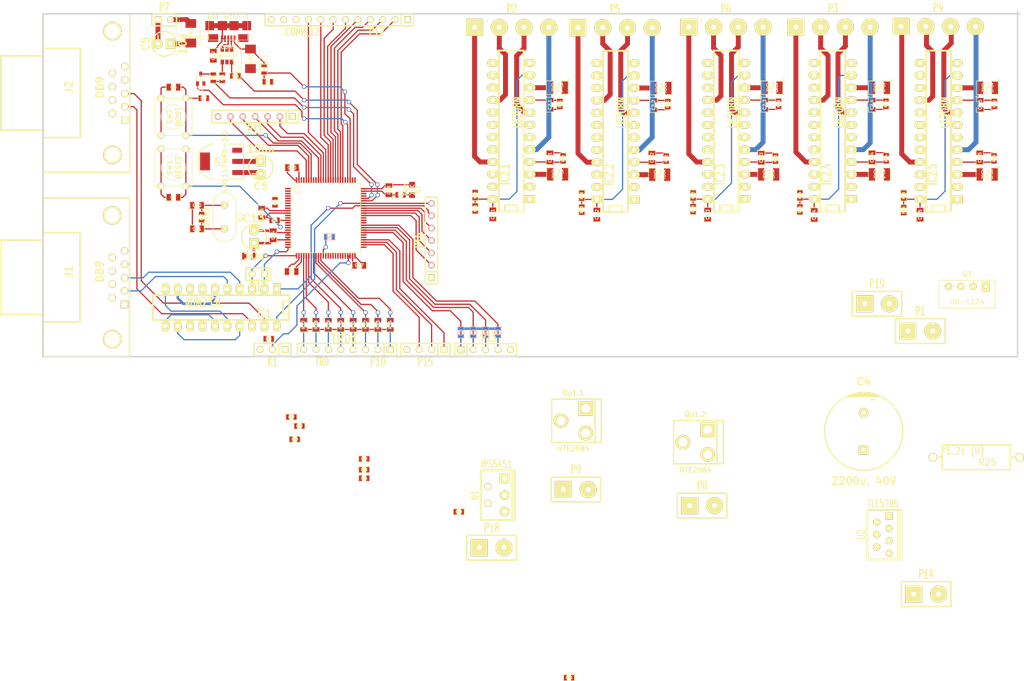
<source format=kicad_pcb>
(kicad_pcb (version 3) (host pcbnew "(2013-feb-26)-stable")
  (layers (15 F.Cu signal) (2 ground.Cu power) (1 power.Cu power) (0 B.Cu signal) (18 B.Paste user) (19 F.Paste user) (20 B.SilkS user) (21 F.SilkS user) (22 B.Mask user) (23 F.Mask user) (28 Edge.Cuts user))
  (net 0 "")
  (net 1 +3.3V)
  (net 2 +5V)
  (net 3 /EP0)
  (net 4 /EP1)
  (net 5 /EP2)
  (net 6 /EP3)
  (net 7 "/Filters slit #1/+10V")
  (net 8 "/Filters slit #1/+24V")
  (net 9 "/Filters slit #1/A")
  (net 10 "/Filters slit #1/A*")
  (net 11 "/Filters slit #1/B")
  (net 12 "/Filters slit #1/B*")
  (net 13 "/Filters slit #1/SM_CLK")
  (net 14 "/Filters slit #1/SM_DIR")
  (net 15 "/Filters slit #1/SM_EN")
  (net 16 "/Filters slit #2/A")
  (net 17 "/Filters slit #2/A*")
  (net 18 "/Filters slit #2/B")
  (net 19 "/Filters slit #2/B*")
  (net 20 "/Filters slit #2/SM_DIR")
  (net 21 "/Filters slit #2/SM_EN")
  (net 22 /Hall0)
  (net 23 /Hall1)
  (net 24 /Hall2)
  (net 25 /Hall3)
  (net 26 /Hall4)
  (net 27 /Hall5)
  (net 28 /Hall6)
  (net 29 /Hall7)
  (net 30 /Hall8)
  (net 31 /Hall9)
  (net 32 "/Long stage/A")
  (net 33 "/Long stage/A*")
  (net 34 "/Long stage/B")
  (net 35 "/Long stage/B*")
  (net 36 "/Long stage/SM_CLK")
  (net 37 "/Long stage/SM_DIR")
  (net 38 "/Long stage/SM_EN")
  (net 39 /POW3)
  (net 40 "/Power MOSFET module 1/GND_OUT")
  (net 41 "/Power MOSFET module 1/ON")
  (net 42 "/Power MOSFET module 2/GND_OUT")
  (net 43 "/Power MOSFET module 2/ON")
  (net 44 "/STM32F103 module/1-WIRE")
  (net 45 "/STM32F103 module/BOOT")
  (net 46 "/STM32F103 module/DG_FEEDBACK")
  (net 47 "/STM32F103 module/EXT0")
  (net 48 "/STM32F103 module/EXT1")
  (net 49 "/STM32F103 module/EXT2")
  (net 50 "/STM32F103 module/EXT3")
  (net 51 "/STM32F103 module/I2C_SCL/CANRX")
  (net 52 "/STM32F103 module/I2C_SDA/CANTX")
  (net 53 "/STM32F103 module/RS-232 level converter/UART_RX")
  (net 54 "/STM32F103 module/RS-232 level converter/UART_RX1")
  (net 55 "/STM32F103 module/RS-232 level converter/UART_TX")
  (net 56 "/STM32F103 module/RS-232 level converter/UART_TX1")
  (net 57 "/STM32F103 module/RST")
  (net 58 "/STM32F103 module/SPI1_MISO")
  (net 59 "/STM32F103 module/SPI1_MOSI")
  (net 60 "/STM32F103 module/SPI1_SCK")
  (net 61 "/STM32F103 module/SPI2_MISO")
  (net 62 "/STM32F103 module/SPI2_MOSI")
  (net 63 "/STM32F103 module/SPI2_SCK")
  (net 64 "/STM32F103 module/USB input circuit/USB_DISC")
  (net 65 "/STM32F103 module/USB input circuit/USB_DM")
  (net 66 "/STM32F103 module/USB input circuit/USB_DP")
  (net 67 "/STM32F103 module/USB input circuit/USB_POWER")
  (net 68 "/STM32F103 module/VDDA")
  (net 69 "/Short stage/A")
  (net 70 "/Short stage/A*")
  (net 71 "/Short stage/B")
  (net 72 "/Short stage/B*")
  (net 73 "/Short stage/SM_DIR")
  (net 74 "/Short stage/SM_EN")
  (net 75 "/Shutter MOSFET/+36V")
  (net 76 "/Shutter MOSFET/EF")
  (net 77 "/Shutter MOSFET/IN1")
  (net 78 "/Shutter MOSFET/IN2")
  (net 79 "/Shutter MOSFET/OUT1")
  (net 80 "/Shutter MOSFET/OUT2")
  (net 81 /T1_0)
  (net 82 /T1_1)
  (net 83 /T1_2)
  (net 84 /T1_3)
  (net 85 /T1_4)
  (net 86 /T1_5)
  (net 87 /T1_6)
  (net 88 /T1_7)
  (net 89 "/Turret slits/A")
  (net 90 "/Turret slits/A*")
  (net 91 "/Turret slits/B")
  (net 92 "/Turret slits/B*")
  (net 93 "/Turret slits/SM_DIR")
  (net 94 "/Turret slits/SM_EN")
  (net 95 GND)
  (net 96 N-00000103)
  (net 97 N-00000104)
  (net 98 N-00000105)
  (net 99 N-00000106)
  (net 100 N-00000107)
  (net 101 N-00000109)
  (net 102 N-00000111)
  (net 103 N-00000112)
  (net 104 N-00000113)
  (net 105 N-00000114)
  (net 106 N-00000115)
  (net 107 N-00000116)
  (net 108 N-00000118)
  (net 109 N-00000119)
  (net 110 N-00000120)
  (net 111 N-00000121)
  (net 112 N-00000122)
  (net 113 N-00000124)
  (net 114 N-00000125)
  (net 115 N-00000126)
  (net 116 N-00000127)
  (net 117 N-00000128)
  (net 118 N-00000129)
  (net 119 N-00000131)
  (net 120 N-00000134)
  (net 121 N-00000140)
  (net 122 N-00000144)
  (net 123 N-00000145)
  (net 124 N-00000150)
  (net 125 N-00000151)
  (net 126 N-00000152)
  (net 127 N-00000153)
  (net 128 N-00000154)
  (net 129 N-00000155)
  (net 130 N-0000031)
  (net 131 N-0000034)
  (net 132 N-0000038)
  (net 133 N-0000051)
  (net 134 N-0000052)
  (net 135 N-0000053)
  (net 136 N-0000054)
  (net 137 N-0000055)
  (net 138 N-0000067)
  (net 139 N-0000086)
  (net 140 N-0000088)
  (net 141 N-0000089)
  (module LQFP100_STM32 (layer F.Cu) (at 103 116.5)
    (fp_text reference U3)
    (fp_text value STM32F103 hide)
    (pad 1 smd rect (at -7.747 -5.99948) (size 1.20142 0.29972) (layers F.Cu F.Paste F.Mask) (net 20 "/Filters slit #2/SM_DIR"))
    (pad 2 smd rect (at -7.747 -5.4991) (size 1.20142 0.29972) (layers F.Cu F.Paste F.Mask) (net 37 "/Long stage/SM_DIR"))
    (pad 3 smd rect (at -7.747 -4.99872) (size 1.20142 0.29972) (layers F.Cu F.Paste F.Mask) (net 73 "/Short stage/SM_DIR"))
    (pad 4 smd rect (at -7.747 -4.49834) (size 1.20142 0.29972) (layers F.Cu F.Paste F.Mask))
    (pad 5 smd rect (at -7.747 -3.99796) (size 1.20142 0.29972) (layers F.Cu F.Paste F.Mask) (net 46 "/STM32F103 module/DG_FEEDBACK"))
    (pad 6 smd rect (at -7.747 -3.49758) (size 1.20142 0.30226) (layers F.Cu F.Paste F.Mask))
    (pad 7 smd rect (at -7.747 -2.99974) (size 1.20142 0.29972) (layers F.Cu F.Paste F.Mask))
    (pad 8 smd rect (at -7.747 -2.49936) (size 1.20142 0.29972) (layers F.Cu F.Paste F.Mask))
    (pad 9 smd rect (at -7.747 -1.99898) (size 1.20142 0.29972) (layers F.Cu F.Paste F.Mask))
    (pad 10 smd rect (at -7.747 -1.4986) (size 1.20142 0.29972) (layers F.Cu F.Paste F.Mask) (net 95 GND))
    (pad 11 smd rect (at -7.747 -0.99822) (size 1.20142 0.29972) (layers F.Cu F.Paste F.Mask) (net 1 +3.3V))
    (pad 12 smd rect (at -7.747 -0.49784) (size 1.20142 0.29972) (layers F.Cu F.Paste F.Mask) (net 140 N-0000088))
    (pad 13 smd rect (at -7.747 0) (size 1.20142 0.29972) (layers F.Cu F.Paste F.Mask) (net 141 N-0000089))
    (pad 14 smd rect (at -7.747 0.49784) (size 1.20142 0.29972) (layers F.Cu F.Paste F.Mask) (net 57 "/STM32F103 module/RST"))
    (pad 15 smd rect (at -7.747 0.99822) (size 1.20142 0.29972) (layers F.Cu F.Paste F.Mask) (net 78 "/Shutter MOSFET/IN2"))
    (pad 16 smd rect (at -7.747 1.4986) (size 1.20142 0.29972) (layers F.Cu F.Paste F.Mask) (net 76 "/Shutter MOSFET/EF"))
    (pad 17 smd rect (at -7.747 1.99898) (size 1.20142 0.29972) (layers F.Cu F.Paste F.Mask))
    (pad 18 smd rect (at -7.747 2.49936) (size 1.20142 0.29972) (layers F.Cu F.Paste F.Mask))
    (pad 19 smd rect (at -7.747 2.99974) (size 1.20142 0.29972) (layers F.Cu F.Paste F.Mask) (net 95 GND))
    (pad 20 smd rect (at -7.747 3.49758) (size 1.20142 0.30226) (layers F.Cu F.Paste F.Mask) (net 95 GND))
    (pad 21 smd rect (at -7.747 3.99796) (size 1.20142 0.29972) (layers F.Cu F.Paste F.Mask) (net 68 "/STM32F103 module/VDDA"))
    (pad 22 smd rect (at -7.747 4.49834) (size 1.20142 0.29972) (layers F.Cu F.Paste F.Mask) (net 68 "/STM32F103 module/VDDA"))
    (pad 23 smd rect (at -7.747 4.99872) (size 1.20142 0.29972) (layers F.Cu F.Paste F.Mask))
    (pad 24 smd rect (at -7.747 5.4991) (size 1.20142 0.29972) (layers F.Cu F.Paste F.Mask) (net 36 "/Long stage/SM_CLK"))
    (pad 25 smd rect (at -7.747 5.99948) (size 1.20142 0.29972) (layers F.Cu F.Paste F.Mask) (net 55 "/STM32F103 module/RS-232 level converter/UART_TX"))
    (pad 26 smd rect (at -5.99948 7.747) (size 0.29972 1.20142) (layers F.Cu F.Paste F.Mask) (net 53 "/STM32F103 module/RS-232 level converter/UART_RX"))
    (pad 27 smd rect (at -5.4991 7.747) (size 0.29972 1.20142) (layers F.Cu F.Paste F.Mask) (net 95 GND))
    (pad 28 smd rect (at -4.99872 7.747) (size 0.29972 1.20142) (layers F.Cu F.Paste F.Mask) (net 1 +3.3V))
    (pad 29 smd rect (at -4.49834 7.747) (size 0.29972 1.20142) (layers F.Cu F.Paste F.Mask) (net 88 /T1_7))
    (pad 30 smd rect (at -3.99796 7.747) (size 0.29972 1.20142) (layers F.Cu F.Paste F.Mask) (net 87 /T1_6))
    (pad 31 smd rect (at -3.49758 7.747) (size 0.30226 1.20142) (layers F.Cu F.Paste F.Mask) (net 86 /T1_5))
    (pad 32 smd rect (at -2.99974 7.747) (size 0.29972 1.20142) (layers F.Cu F.Paste F.Mask) (net 85 /T1_4))
    (pad 33 smd rect (at -2.49936 7.747) (size 0.29972 1.20142) (layers F.Cu F.Paste F.Mask) (net 84 /T1_3))
    (pad 34 smd rect (at -1.99898 7.747) (size 0.29972 1.20142) (layers F.Cu F.Paste F.Mask) (net 83 /T1_2))
    (pad 35 smd rect (at -1.4986 7.747) (size 0.29972 1.20142) (layers F.Cu F.Paste F.Mask) (net 82 /T1_1))
    (pad 36 smd rect (at -0.99822 7.747) (size 0.29972 1.20142) (layers F.Cu F.Paste F.Mask) (net 81 /T1_0))
    (pad 37 smd rect (at -0.49784 7.747) (size 0.29972 1.20142) (layers F.Cu F.Paste F.Mask) (net 138 N-0000067))
    (pad 38 smd rect (at 0 7.747) (size 0.29972 1.20142) (layers F.Cu F.Paste F.Mask) (net 94 "/Turret slits/SM_EN"))
    (pad 39 smd rect (at 0.49784 7.747) (size 0.29972 1.20142) (layers F.Cu F.Paste F.Mask) (net 15 "/Filters slit #1/SM_EN"))
    (pad 40 smd rect (at 0.99822 7.747) (size 0.29972 1.20142) (layers F.Cu F.Paste F.Mask) (net 21 "/Filters slit #2/SM_EN"))
    (pad 41 smd rect (at 1.4986 7.747) (size 0.29972 1.20142) (layers F.Cu F.Paste F.Mask) (net 38 "/Long stage/SM_EN"))
    (pad 42 smd rect (at 1.99898 7.747) (size 0.29972 1.20142) (layers F.Cu F.Paste F.Mask) (net 74 "/Short stage/SM_EN"))
    (pad 43 smd rect (at 2.49936 7.747) (size 0.29972 1.20142) (layers F.Cu F.Paste F.Mask) (net 77 "/Shutter MOSFET/IN1"))
    (pad 44 smd rect (at 2.99974 7.747) (size 0.29972 1.20142) (layers F.Cu F.Paste F.Mask) (net 41 "/Power MOSFET module 1/ON"))
    (pad 45 smd rect (at 3.49758 7.747) (size 0.30226 1.20142) (layers F.Cu F.Paste F.Mask) (net 43 "/Power MOSFET module 2/ON"))
    (pad 46 smd rect (at 3.99796 7.747) (size 0.29972 1.20142) (layers F.Cu F.Paste F.Mask) (net 39 /POW3))
    (pad 47 smd rect (at 4.49834 7.747) (size 0.29972 1.20142) (layers F.Cu F.Paste F.Mask) (net 44 "/STM32F103 module/1-WIRE"))
    (pad 48 smd rect (at 4.99872 7.747) (size 0.29972 1.20142) (layers F.Cu F.Paste F.Mask) (net 44 "/STM32F103 module/1-WIRE"))
    (pad 49 smd rect (at 5.4991 7.747) (size 0.29972 1.20142) (layers F.Cu F.Paste F.Mask) (net 95 GND))
    (pad 50 smd rect (at 5.99948 7.747) (size 0.29972 1.20142) (layers F.Cu F.Paste F.Mask) (net 1 +3.3V))
    (pad 51 smd rect (at 7.747 5.99948) (size 1.20142 0.29972) (layers F.Cu F.Paste F.Mask))
    (pad 52 smd rect (at 7.747 5.4991) (size 1.20142 0.29972) (layers F.Cu F.Paste F.Mask) (net 63 "/STM32F103 module/SPI2_SCK"))
    (pad 53 smd rect (at 7.747 4.99872) (size 1.20142 0.29972) (layers F.Cu F.Paste F.Mask) (net 61 "/STM32F103 module/SPI2_MISO"))
    (pad 54 smd rect (at 7.747 4.49834) (size 1.20142 0.29972) (layers F.Cu F.Paste F.Mask) (net 62 "/STM32F103 module/SPI2_MOSI"))
    (pad 55 smd rect (at 7.747 3.99796) (size 1.20142 0.29972) (layers F.Cu F.Paste F.Mask) (net 30 /Hall8))
    (pad 56 smd rect (at 7.747 3.49758) (size 1.20142 0.30226) (layers F.Cu F.Paste F.Mask) (net 31 /Hall9))
    (pad 57 smd rect (at 7.747 2.99974) (size 1.20142 0.29972) (layers F.Cu F.Paste F.Mask) (net 3 /EP0))
    (pad 58 smd rect (at 7.747 2.49936) (size 1.20142 0.29972) (layers F.Cu F.Paste F.Mask) (net 4 /EP1))
    (pad 59 smd rect (at 7.747 1.99898) (size 1.20142 0.29972) (layers F.Cu F.Paste F.Mask) (net 5 /EP2))
    (pad 60 smd rect (at 7.747 1.4986) (size 1.20142 0.29972) (layers F.Cu F.Paste F.Mask) (net 6 /EP3))
    (pad 61 smd rect (at 7.747 0.99822) (size 1.20142 0.29972) (layers F.Cu F.Paste F.Mask))
    (pad 62 smd rect (at 7.747 0.49784) (size 1.20142 0.29972) (layers F.Cu F.Paste F.Mask))
    (pad 63 smd rect (at 7.747 0) (size 1.20142 0.29972) (layers F.Cu F.Paste F.Mask) (net 13 "/Filters slit #1/SM_CLK"))
    (pad 64 smd rect (at 7.747 -0.49784) (size 1.20142 0.29972) (layers F.Cu F.Paste F.Mask) (net 47 "/STM32F103 module/EXT0"))
    (pad 65 smd rect (at 7.747 -0.99822) (size 1.20142 0.29972) (layers F.Cu F.Paste F.Mask) (net 48 "/STM32F103 module/EXT1"))
    (pad 66 smd rect (at 7.747 -1.4986) (size 1.20142 0.29972) (layers F.Cu F.Paste F.Mask) (net 49 "/STM32F103 module/EXT2"))
    (pad 67 smd rect (at 7.747 -1.99898) (size 1.20142 0.29972) (layers F.Cu F.Paste F.Mask) (net 50 "/STM32F103 module/EXT3"))
    (pad 68 smd rect (at 7.747 -2.49936) (size 1.20142 0.29972) (layers F.Cu F.Paste F.Mask) (net 56 "/STM32F103 module/RS-232 level converter/UART_TX1"))
    (pad 69 smd rect (at 7.747 -2.99974) (size 1.20142 0.29972) (layers F.Cu F.Paste F.Mask) (net 54 "/STM32F103 module/RS-232 level converter/UART_RX1"))
    (pad 70 smd rect (at 7.747 -3.49758) (size 1.20142 0.30226) (layers F.Cu F.Paste F.Mask) (net 65 "/STM32F103 module/USB input circuit/USB_DM"))
    (pad 71 smd rect (at 7.747 -3.99796) (size 1.20142 0.29972) (layers F.Cu F.Paste F.Mask) (net 66 "/STM32F103 module/USB input circuit/USB_DP"))
    (pad 72 smd rect (at 7.747 -4.49834) (size 1.20142 0.29972) (layers F.Cu F.Paste F.Mask))
    (pad 73 smd rect (at 7.747 -4.99872) (size 1.20142 0.29972) (layers F.Cu F.Paste F.Mask))
    (pad 74 smd rect (at 7.747 -5.4991) (size 1.20142 0.29972) (layers F.Cu F.Paste F.Mask) (net 95 GND))
    (pad 75 smd rect (at 7.747 -5.99948) (size 1.20142 0.29972) (layers F.Cu F.Paste F.Mask) (net 1 +3.3V))
    (pad 76 smd rect (at 5.99948 -7.747) (size 0.29972 1.20142) (layers F.Cu F.Paste F.Mask))
    (pad 77 smd rect (at 5.4991 -7.747) (size 0.29972 1.20142) (layers F.Cu F.Paste F.Mask))
    (pad 78 smd rect (at 4.99872 -7.747) (size 0.29972 1.20142) (layers F.Cu F.Paste F.Mask) (net 67 "/STM32F103 module/USB input circuit/USB_POWER"))
    (pad 79 smd rect (at 4.49834 -7.747) (size 0.29972 1.20142) (layers F.Cu F.Paste F.Mask) (net 64 "/STM32F103 module/USB input circuit/USB_DISC"))
    (pad 80 smd rect (at 3.99796 -7.747) (size 0.29972 1.20142) (layers F.Cu F.Paste F.Mask))
    (pad 81 smd rect (at 3.49758 -7.747) (size 0.30226 1.20142) (layers F.Cu F.Paste F.Mask) (net 22 /Hall0))
    (pad 82 smd rect (at 2.99974 -7.747) (size 0.29972 1.20142) (layers F.Cu F.Paste F.Mask) (net 23 /Hall1))
    (pad 83 smd rect (at 2.49936 -7.747) (size 0.29972 1.20142) (layers F.Cu F.Paste F.Mask) (net 24 /Hall2))
    (pad 84 smd rect (at 1.99898 -7.747) (size 0.29972 1.20142) (layers F.Cu F.Paste F.Mask) (net 25 /Hall3))
    (pad 85 smd rect (at 1.4986 -7.747) (size 0.29972 1.20142) (layers F.Cu F.Paste F.Mask) (net 26 /Hall4))
    (pad 86 smd rect (at 0.99822 -7.747) (size 0.29972 1.20142) (layers F.Cu F.Paste F.Mask) (net 27 /Hall5))
    (pad 87 smd rect (at 0.49784 -7.747) (size 0.29972 1.20142) (layers F.Cu F.Paste F.Mask) (net 28 /Hall6))
    (pad 88 smd rect (at 0 -7.747) (size 0.29972 1.20142) (layers F.Cu F.Paste F.Mask) (net 29 /Hall7))
    (pad 89 smd rect (at -0.49784 -7.747) (size 0.29972 1.20142) (layers F.Cu F.Paste F.Mask) (net 60 "/STM32F103 module/SPI1_SCK"))
    (pad 90 smd rect (at -0.99822 -7.747) (size 0.29972 1.20142) (layers F.Cu F.Paste F.Mask) (net 58 "/STM32F103 module/SPI1_MISO"))
    (pad 91 smd rect (at -1.4986 -7.747) (size 0.29972 1.20142) (layers F.Cu F.Paste F.Mask) (net 59 "/STM32F103 module/SPI1_MOSI"))
    (pad 92 smd rect (at -1.99898 -7.747) (size 0.29972 1.20142) (layers F.Cu F.Paste F.Mask))
    (pad 93 smd rect (at -2.49936 -7.747) (size 0.29972 1.20142) (layers F.Cu F.Paste F.Mask))
    (pad 94 smd rect (at -2.99974 -7.747) (size 0.29972 1.20142) (layers F.Cu F.Paste F.Mask) (net 45 "/STM32F103 module/BOOT"))
    (pad 95 smd rect (at -3.49758 -7.747) (size 0.30226 1.20142) (layers F.Cu F.Paste F.Mask) (net 51 "/STM32F103 module/I2C_SCL/CANRX"))
    (pad 96 smd rect (at -3.99796 -7.747) (size 0.29972 1.20142) (layers F.Cu F.Paste F.Mask) (net 52 "/STM32F103 module/I2C_SDA/CANTX"))
    (pad 97 smd rect (at -4.49834 -7.747) (size 0.29972 1.20142) (layers F.Cu F.Paste F.Mask) (net 93 "/Turret slits/SM_DIR"))
    (pad 98 smd rect (at -4.99872 -7.747) (size 0.29972 1.20142) (layers F.Cu F.Paste F.Mask) (net 14 "/Filters slit #1/SM_DIR"))
    (pad 99 smd rect (at -5.4991 -7.747) (size 0.29972 1.20142) (layers F.Cu F.Paste F.Mask) (net 95 GND))
    (pad 100 smd rect (at -5.99948 -7.747) (size 0.29972 1.20142) (layers F.Cu F.Paste F.Mask) (net 1 +3.3V))
  )
  (module TO220-7-12 (layer F.Cu) (at 217.297 181.483)
    (fp_text reference U2 (at -4.445 0 90) (layer F.SilkS) (effects (font (size 1.524 1.016) (thickness 0.2032))))
    (fp_text value TLE5205 (at 0 -6.35) (layer F.SilkS) (effects (font (size 1.524 1.016) (thickness 0.2032))))
    (pad 7 thru_hole circle (at 1.27 3.81) (size 1.5 1.5) (drill 0.6) (layers *.Cu *.Mask F.SilkS) (net 80 "/Shutter MOSFET/OUT2"))
    (pad 1 thru_hole rect (at 1.27 -3.81) (size 1.5 1.5) (drill 0.6) (layers *.Cu *.Mask F.SilkS) (net 79 "/Shutter MOSFET/OUT1"))
    (pad 5 thru_hole circle (at 1.27 1.27) (size 1.5 1.5) (drill 0.6) (layers *.Cu *.Mask F.SilkS) (net 78 "/Shutter MOSFET/IN2"))
    (pad 6 thru_hole circle (at -1.27 2.54) (size 1.5 1.5) (drill 0.6) (layers *.Cu *.Mask F.SilkS) (net 116 N-00000127))
    (pad 2 thru_hole circle (at -1.27 -2.54) (size 1.5 1.5) (drill 0.6) (layers *.Cu *.Mask F.SilkS) (net 76 "/Shutter MOSFET/EF"))
    (pad 3 thru_hole circle (at 1.27 -1.27) (size 1.5 1.5) (drill 0.6) (layers *.Cu *.Mask F.SilkS) (net 77 "/Shutter MOSFET/IN1"))
    (pad 4 thru_hole circle (at -1.27 0) (size 1.5 1.5) (drill 0.6) (layers *.Cu *.Mask F.SilkS) (net 95 GND))
  )
  (module SW_PUSH_SMALL (layer F.Cu) (at 71.755 95.758 90)
    (fp_text reference SW2 (at 0 -0.762 90) (layer F.SilkS) (effects (font (size 1.016 1.016) (thickness 0.2032))))
    (fp_text value BOOT (at 0 1.016 90) (layer F.SilkS) (effects (font (size 1.016 1.016) (thickness 0.2032))))
    (pad 1 thru_hole circle (at 3.81 -2.54 90) (size 1.397 1.397) (drill 0.8128) (layers *.Cu *.Mask F.SilkS) (net 1 +3.3V))
    (pad 2 thru_hole circle (at 3.81 2.54 90) (size 1.397 1.397) (drill 0.8128) (layers *.Cu *.Mask F.SilkS) (net 45 "/STM32F103 module/BOOT"))
    (pad 1 thru_hole circle (at -3.81 -2.54 90) (size 1.397 1.397) (drill 0.8128) (layers *.Cu *.Mask F.SilkS) (net 1 +3.3V))
    (pad 2 thru_hole circle (at -3.81 2.54 90) (size 1.397 1.397) (drill 0.8128) (layers *.Cu *.Mask F.SilkS) (net 45 "/STM32F103 module/BOOT"))
  )
  (module SW_PUSH_SMALL (layer F.Cu) (at 71.755 106.172 90)
    (fp_text reference SW1 (at 0 -0.762 90) (layer F.SilkS) (effects (font (size 1.016 1.016) (thickness 0.2032))))
    (fp_text value RESET (at 0 1.016 90) (layer F.SilkS) (effects (font (size 1.016 1.016) (thickness 0.2032))))
    (pad 1 thru_hole circle (at 3.81 -2.54 90) (size 1.397 1.397) (drill 0.8128) (layers *.Cu *.Mask F.SilkS) (net 95 GND))
    (pad 2 thru_hole circle (at 3.81 2.54 90) (size 1.397 1.397) (drill 0.8128) (layers *.Cu *.Mask F.SilkS) (net 57 "/STM32F103 module/RST"))
    (pad 1 thru_hole circle (at -3.81 -2.54 90) (size 1.397 1.397) (drill 0.8128) (layers *.Cu *.Mask F.SilkS) (net 95 GND))
    (pad 2 thru_hole circle (at -3.81 2.54 90) (size 1.397 1.397) (drill 0.8128) (layers *.Cu *.Mask F.SilkS) (net 57 "/STM32F103 module/RST"))
  )
  (module SOT323 (layer F.Cu) (at 77.3349 87.9217 180)
    (fp_text reference Q1 (at 0.127 -2.032 180) (layer F.SilkS) (effects (font (size 0.762 0.762) (thickness 0.09906))))
    (fp_text value DTA114Y hide)
    (pad 2 smd rect (at -0.65024 -0.94996 180) (size 0.59944 1.00076) (layers F.Cu F.Paste F.Mask) (net 1 +3.3V))
    (pad 1 smd rect (at 0.65024 -0.94996 180) (size 0.59944 1.00076) (layers F.Cu F.Paste F.Mask) (net 64 "/STM32F103 module/USB input circuit/USB_DISC"))
    (pad 3 smd rect (at 0 0.94996 180) (size 0.59944 1.00076) (layers F.Cu F.Paste F.Mask) (net 124 N-00000150))
  )
  (module SOT23_6 (layer F.Cu) (at 82.7324 83.2227 180)
    (fp_text reference U4 (at 1.99898 0 270) (layer F.SilkS) (effects (font (size 0.762 0.762) (thickness 0.0762))))
    (fp_text value USBLC6-2 (at 0.0635 0 180) (layer F.SilkS) (effects (font (size 0.50038 0.50038) (thickness 0.0762))))
    (pad 6 smd rect (at -0.9525 -1.27 180) (size 0.70104 1.00076) (layers F.Cu F.Paste F.Mask) (net 126 N-00000152))
    (pad 5 smd rect (at 0 -1.27 180) (size 0.70104 1.00076) (layers F.Cu F.Paste F.Mask) (net 1 +3.3V))
    (pad 4 smd rect (at 0.9525 -1.27 180) (size 0.70104 1.00076) (layers F.Cu F.Paste F.Mask) (net 125 N-00000151))
    (pad 3 smd rect (at 0.9525 1.27 180) (size 0.70104 1.00076) (layers F.Cu F.Paste F.Mask) (net 128 N-00000154))
    (pad 2 smd rect (at 0 1.27 180) (size 0.70104 1.00076) (layers F.Cu F.Paste F.Mask) (net 95 GND))
    (pad 1 smd rect (at -0.9525 1.27 180) (size 0.70104 1.00076) (layers F.Cu F.Paste F.Mask) (net 127 N-00000153))
  )
  (module SM1210 (layer F.Cu) (at 238.703 107.5875 180)
    (fp_text reference R2.5 (at 0 -0.508 180) (layer F.SilkS) (effects (font (size 0.762 0.762) (thickness 0.127))))
    (fp_text value 0.33 (at 0 0.508 180) (layer F.SilkS) (effects (font (size 0.762 0.762) (thickness 0.127))))
    (pad 1 smd rect (at -1.524 0 180) (size 1.27 2.54) (layers F.Cu F.Paste F.Mask) (net 95 GND))
    (pad 2 smd rect (at 1.524 0 180) (size 1.27 2.54) (layers F.Cu F.Paste F.Mask) (net 110 N-00000120))
  )
  (module SM1210 (layer F.Cu) (at 193.8655 107.569 180)
    (fp_text reference R2.3 (at 0 -0.508 180) (layer F.SilkS) (effects (font (size 0.762 0.762) (thickness 0.127))))
    (fp_text value 0.33 (at 0 0.508 180) (layer F.SilkS) (effects (font (size 0.762 0.762) (thickness 0.127))))
    (pad 1 smd rect (at -1.524 0 180) (size 1.27 2.54) (layers F.Cu F.Paste F.Mask) (net 95 GND))
    (pad 2 smd rect (at 1.524 0 180) (size 1.27 2.54) (layers F.Cu F.Paste F.Mask) (net 135 N-0000053))
  )
  (module SM1210 (layer F.Cu) (at 216.5985 107.569 180)
    (fp_text reference R2.4 (at 0 -0.508 180) (layer F.SilkS) (effects (font (size 0.762 0.762) (thickness 0.127))))
    (fp_text value 0.33 (at 0 0.508 180) (layer F.SilkS) (effects (font (size 0.762 0.762) (thickness 0.127))))
    (pad 1 smd rect (at -1.524 0 180) (size 1.27 2.54) (layers F.Cu F.Paste F.Mask) (net 95 GND))
    (pad 2 smd rect (at 1.524 0 180) (size 1.27 2.54) (layers F.Cu F.Paste F.Mask) (net 111 N-00000121))
  )
  (module SM1210 (layer F.Cu) (at 216.5985 89.789 180)
    (fp_text reference R1.4 (at 0 -0.508 180) (layer F.SilkS) (effects (font (size 0.762 0.762) (thickness 0.127))))
    (fp_text value 0.33 (at 0 0.508 180) (layer F.SilkS) (effects (font (size 0.762 0.762) (thickness 0.127))))
    (pad 1 smd rect (at -1.524 0 180) (size 1.27 2.54) (layers F.Cu F.Paste F.Mask) (net 95 GND))
    (pad 2 smd rect (at 1.524 0 180) (size 1.27 2.54) (layers F.Cu F.Paste F.Mask) (net 112 N-00000122))
  )
  (module SM1210 (layer F.Cu) (at 171.5135 107.6325 180)
    (fp_text reference R2.2 (at 0 -0.508 180) (layer F.SilkS) (effects (font (size 0.762 0.762) (thickness 0.127))))
    (fp_text value 0.33 (at 0 0.508 180) (layer F.SilkS) (effects (font (size 0.762 0.762) (thickness 0.127))))
    (pad 1 smd rect (at -1.524 0 180) (size 1.27 2.54) (layers F.Cu F.Paste F.Mask) (net 95 GND))
    (pad 2 smd rect (at 1.524 0 180) (size 1.27 2.54) (layers F.Cu F.Paste F.Mask) (net 98 N-00000105))
  )
  (module SM1210 (layer F.Cu) (at 171.7675 89.8525 180)
    (fp_text reference R1.2 (at 0 -0.508 180) (layer F.SilkS) (effects (font (size 0.762 0.762) (thickness 0.127))))
    (fp_text value 0.33 (at 0 0.508 180) (layer F.SilkS) (effects (font (size 0.762 0.762) (thickness 0.127))))
    (pad 1 smd rect (at -1.524 0 180) (size 1.27 2.54) (layers F.Cu F.Paste F.Mask) (net 95 GND))
    (pad 2 smd rect (at 1.524 0 180) (size 1.27 2.54) (layers F.Cu F.Paste F.Mask) (net 99 N-00000106))
  )
  (module SM1210 (layer F.Cu) (at 194.564 89.789 180)
    (fp_text reference R1.3 (at 0 -0.508 180) (layer F.SilkS) (effects (font (size 0.762 0.762) (thickness 0.127))))
    (fp_text value 0.33 (at 0 0.508 180) (layer F.SilkS) (effects (font (size 0.762 0.762) (thickness 0.127))))
    (pad 1 smd rect (at -1.524 0 180) (size 1.27 2.54) (layers F.Cu F.Paste F.Mask) (net 95 GND))
    (pad 2 smd rect (at 1.524 0 180) (size 1.27 2.54) (layers F.Cu F.Paste F.Mask) (net 136 N-0000054))
  )
  (module SM1210 (layer F.Cu) (at 238.7665 89.8075 180)
    (fp_text reference R1.5 (at 0 -0.508 180) (layer F.SilkS) (effects (font (size 0.762 0.762) (thickness 0.127))))
    (fp_text value 0.33 (at 0 0.508 180) (layer F.SilkS) (effects (font (size 0.762 0.762) (thickness 0.127))))
    (pad 1 smd rect (at -1.524 0 180) (size 1.27 2.54) (layers F.Cu F.Paste F.Mask) (net 95 GND))
    (pad 2 smd rect (at 1.524 0 180) (size 1.27 2.54) (layers F.Cu F.Paste F.Mask) (net 106 N-00000115))
  )
  (module SM1210 (layer F.Cu) (at 150.5709 107.5456 180)
    (fp_text reference R2.1 (at 0 -0.508 180) (layer F.SilkS) (effects (font (size 0.762 0.762) (thickness 0.127))))
    (fp_text value 0.33 (at 0 0.508 180) (layer F.SilkS) (effects (font (size 0.762 0.762) (thickness 0.127))))
    (pad 1 smd rect (at -1.524 0 180) (size 1.27 2.54) (layers F.Cu F.Paste F.Mask) (net 95 GND))
    (pad 2 smd rect (at 1.524 0 180) (size 1.27 2.54) (layers F.Cu F.Paste F.Mask) (net 105 N-00000114))
  )
  (module SM1210 (layer F.Cu) (at 150.5201 89.7656 180)
    (fp_text reference R1.1 (at 0 -0.508 180) (layer F.SilkS) (effects (font (size 0.762 0.762) (thickness 0.127))))
    (fp_text value 0.33 (at 0 0.508 180) (layer F.SilkS) (effects (font (size 0.762 0.762) (thickness 0.127))))
    (pad 1 smd rect (at -1.524 0 180) (size 1.27 2.54) (layers F.Cu F.Paste F.Mask) (net 95 GND))
    (pad 2 smd rect (at 1.524 0 180) (size 1.27 2.54) (layers F.Cu F.Paste F.Mask) (net 103 N-00000112))
  )
  (module SM0805 (layer F.Cu) (at 71.755 112.268 180)
    (fp_text reference C7 (at 0 0 180) (layer F.SilkS) (effects (font (size 0.635 0.635) (thickness 0.127))))
    (fp_text value 100n hide)
    (pad 1 smd rect (at -0.9525 0 180) (size 0.889 1.397) (layers F.Cu F.Paste F.Mask) (net 57 "/STM32F103 module/RST"))
    (pad 2 smd rect (at 0.9525 0 180) (size 0.889 1.397) (layers F.Cu F.Paste F.Mask) (net 95 GND))
  )
  (module SM0805 (layer F.Cu) (at 76.589 118.745)
    (fp_text reference C11 (at 0 0) (layer F.SilkS) (effects (font (size 0.635 0.635) (thickness 0.127))))
    (fp_text value 27p hide)
    (pad 1 smd rect (at -0.9525 0) (size 0.889 1.397) (layers F.Cu F.Paste F.Mask) (net 95 GND))
    (pad 2 smd rect (at 0.9525 0) (size 0.889 1.397) (layers F.Cu F.Paste F.Mask) (net 141 N-0000089))
  )
  (module SM0805 (layer F.Cu) (at 87.249 124.333)
    (fp_text reference L1 (at 0 0) (layer F.SilkS) (effects (font (size 0.635 0.635) (thickness 0.127))))
    (fp_text value BMB2A0300AN1 hide)
    (pad 1 smd rect (at -0.9525 0) (size 0.889 1.397) (layers F.Cu F.Paste F.Mask) (net 1 +3.3V))
    (pad 2 smd rect (at 0.9525 0) (size 0.889 1.397) (layers F.Cu F.Paste F.Mask) (net 68 "/STM32F103 module/VDDA"))
  )
  (module SM0805 (layer F.Cu) (at 92.202 120.0404 90)
    (fp_text reference C14 (at 0 0 90) (layer F.SilkS) (effects (font (size 0.635 0.635) (thickness 0.127))))
    (fp_text value 100n hide)
    (pad 1 smd rect (at -0.9525 0 90) (size 0.889 1.397) (layers F.Cu F.Paste F.Mask) (net 68 "/STM32F103 module/VDDA"))
    (pad 2 smd rect (at 0.9525 0 90) (size 0.889 1.397) (layers F.Cu F.Paste F.Mask) (net 95 GND))
  )
  (module SM0805 (layer F.Cu) (at 215.0745 93.2815 270)
    (fp_text reference C2.4 (at 0 0 270) (layer F.SilkS) (effects (font (size 0.635 0.635) (thickness 0.127))))
    (fp_text value 1n hide)
    (pad 1 smd rect (at -0.9525 0 270) (size 0.889 1.397) (layers F.Cu F.Paste F.Mask) (net 113 N-00000124))
    (pad 2 smd rect (at 0.9525 0 270) (size 0.889 1.397) (layers F.Cu F.Paste F.Mask) (net 95 GND))
  )
  (module SM0805 (layer F.Cu) (at 181.356 115.824 270)
    (fp_text reference C1.3 (at 0 0 270) (layer F.SilkS) (effects (font (size 0.635 0.635) (thickness 0.127))))
    (fp_text value 68n hide)
    (pad 1 smd rect (at -0.9525 0 270) (size 0.889 1.397) (layers F.Cu F.Paste F.Mask) (net 137 N-0000055))
    (pad 2 smd rect (at 0.9525 0 270) (size 0.889 1.397) (layers F.Cu F.Paste F.Mask) (net 95 GND))
  )
  (module SM0805 (layer F.Cu) (at 103.54 138.43 90)
    (fp_text reference R29 (at 0 0 90) (layer F.SilkS) (effects (font (size 0.635 0.635) (thickness 0.127))))
    (fp_text value RT0805BRB071KL hide)
    (pad 1 smd rect (at -0.9525 0 90) (size 0.889 1.397) (layers F.Cu F.Paste F.Mask) (net 68 "/STM32F103 module/VDDA"))
    (pad 2 smd rect (at 0.9525 0 90) (size 0.889 1.397) (layers F.Cu F.Paste F.Mask) (net 86 /T1_5))
  )
  (module SM0805 (layer F.Cu) (at 96 127.5 180)
    (fp_text reference C9 (at 0 0 180) (layer F.SilkS) (effects (font (size 0.635 0.635) (thickness 0.127))))
    (fp_text value 100n hide)
    (pad 1 smd rect (at -0.9525 0 180) (size 0.889 1.397) (layers F.Cu F.Paste F.Mask) (net 1 +3.3V))
    (pad 2 smd rect (at 0.9525 0 180) (size 0.889 1.397) (layers F.Cu F.Paste F.Mask) (net 95 GND))
  )
  (module SM0805 (layer F.Cu) (at 76.589 113.919)
    (fp_text reference C10 (at 0 0) (layer F.SilkS) (effects (font (size 0.635 0.635) (thickness 0.127))))
    (fp_text value 27p hide)
    (pad 1 smd rect (at -0.9525 0) (size 0.889 1.397) (layers F.Cu F.Paste F.Mask) (net 95 GND))
    (pad 2 smd rect (at 0.9525 0) (size 0.889 1.397) (layers F.Cu F.Paste F.Mask) (net 140 N-0000088))
  )
  (module SM0805 (layer F.Cu) (at 89.8605 115.443 270)
    (fp_text reference C15 (at 0 0 270) (layer F.SilkS) (effects (font (size 0.635 0.635) (thickness 0.127))))
    (fp_text value 100n hide)
    (pad 1 smd rect (at -0.9525 0 270) (size 0.889 1.397) (layers F.Cu F.Paste F.Mask) (net 95 GND))
    (pad 2 smd rect (at 0.9525 0 270) (size 0.889 1.397) (layers F.Cu F.Paste F.Mask) (net 1 +3.3V))
  )
  (module SM0805 (layer F.Cu) (at 79.9384 83.2227 270)
    (fp_text reference C12 (at 0 0 270) (layer F.SilkS) (effects (font (size 0.635 0.635) (thickness 0.127))))
    (fp_text value 100n hide)
    (pad 1 smd rect (at -0.9525 0 270) (size 0.889 1.397) (layers F.Cu F.Paste F.Mask) (net 95 GND))
    (pad 2 smd rect (at 0.9525 0 270) (size 0.889 1.397) (layers F.Cu F.Paste F.Mask) (net 1 +3.3V))
  )
  (module SM0805 (layer F.Cu) (at 215.0745 104.0765 90)
    (fp_text reference C3.4 (at 0 0 90) (layer F.SilkS) (effects (font (size 0.635 0.635) (thickness 0.127))))
    (fp_text value 1n hide)
    (pad 1 smd rect (at -0.9525 0 90) (size 0.889 1.397) (layers F.Cu F.Paste F.Mask) (net 114 N-00000125))
    (pad 2 smd rect (at 0.9525 0 90) (size 0.889 1.397) (layers F.Cu F.Paste F.Mask) (net 95 GND))
  )
  (module SM0805 (layer F.Cu) (at 71.755 89.662 180)
    (fp_text reference C8 (at 0 0 180) (layer F.SilkS) (effects (font (size 0.635 0.635) (thickness 0.127))))
    (fp_text value 100n hide)
    (pad 1 smd rect (at -0.9525 0 180) (size 0.889 1.397) (layers F.Cu F.Paste F.Mask) (net 45 "/STM32F103 module/BOOT"))
    (pad 2 smd rect (at 0.9525 0 180) (size 0.889 1.397) (layers F.Cu F.Paste F.Mask) (net 1 +3.3V))
  )
  (module SM0805 (layer F.Cu) (at 203.2 115.8875 270)
    (fp_text reference C1.4 (at 0 0 270) (layer F.SilkS) (effects (font (size 0.635 0.635) (thickness 0.127))))
    (fp_text value 68n hide)
    (pad 1 smd rect (at -0.9525 0 270) (size 0.889 1.397) (layers F.Cu F.Paste F.Mask) (net 115 N-00000126))
    (pad 2 smd rect (at 0.9525 0 270) (size 0.889 1.397) (layers F.Cu F.Paste F.Mask) (net 95 GND))
  )
  (module SM0805 (layer F.Cu) (at 192.3415 104.14 90)
    (fp_text reference C3.3 (at 0 0 90) (layer F.SilkS) (effects (font (size 0.635 0.635) (thickness 0.127))))
    (fp_text value 1n hide)
    (pad 1 smd rect (at -0.9525 0 90) (size 0.889 1.397) (layers F.Cu F.Paste F.Mask) (net 133 N-0000051))
    (pad 2 smd rect (at 0.9525 0 90) (size 0.889 1.397) (layers F.Cu F.Paste F.Mask) (net 95 GND))
  )
  (module SM0805 (layer F.Cu) (at 116.24 138.43 90)
    (fp_text reference R34 (at 0 0 90) (layer F.SilkS) (effects (font (size 0.635 0.635) (thickness 0.127))))
    (fp_text value RT0805BRB071KL hide)
    (pad 1 smd rect (at -0.9525 0 90) (size 0.889 1.397) (layers F.Cu F.Paste F.Mask) (net 68 "/STM32F103 module/VDDA"))
    (pad 2 smd rect (at 0.9525 0 90) (size 0.889 1.397) (layers F.Cu F.Paste F.Mask) (net 81 /T1_0))
  )
  (module SM0805 (layer F.Cu) (at 113.7 138.43 90)
    (fp_text reference R33 (at 0 0 90) (layer F.SilkS) (effects (font (size 0.635 0.635) (thickness 0.127))))
    (fp_text value RT0805BRB071KL hide)
    (pad 1 smd rect (at -0.9525 0 90) (size 0.889 1.397) (layers F.Cu F.Paste F.Mask) (net 68 "/STM32F103 module/VDDA"))
    (pad 2 smd rect (at 0.9525 0 90) (size 0.889 1.397) (layers F.Cu F.Paste F.Mask) (net 82 /T1_1))
  )
  (module SM0805 (layer F.Cu) (at 224.9235 115.8425 270)
    (fp_text reference C1.5 (at 0 0 270) (layer F.SilkS) (effects (font (size 0.635 0.635) (thickness 0.127))))
    (fp_text value 68n hide)
    (pad 1 smd rect (at -0.9525 0 270) (size 0.889 1.397) (layers F.Cu F.Paste F.Mask) (net 107 N-00000116))
    (pad 2 smd rect (at 0.9525 0 270) (size 0.889 1.397) (layers F.Cu F.Paste F.Mask) (net 95 GND))
  )
  (module SM0805 (layer F.Cu) (at 237.2425 93.3 270)
    (fp_text reference C2.5 (at 0 0 270) (layer F.SilkS) (effects (font (size 0.635 0.635) (thickness 0.127))))
    (fp_text value 1n hide)
    (pad 1 smd rect (at -0.9525 0 270) (size 0.889 1.397) (layers F.Cu F.Paste F.Mask) (net 108 N-00000118))
    (pad 2 smd rect (at 0.9525 0 270) (size 0.889 1.397) (layers F.Cu F.Paste F.Mask) (net 95 GND))
  )
  (module SM0805 (layer F.Cu) (at 158.623 115.824 270)
    (fp_text reference C1.2 (at 0 0 270) (layer F.SilkS) (effects (font (size 0.635 0.635) (thickness 0.127))))
    (fp_text value 68n hide)
    (pad 1 smd rect (at -0.9525 0 270) (size 0.889 1.397) (layers F.Cu F.Paste F.Mask) (net 100 N-00000107))
    (pad 2 smd rect (at 0.9525 0 270) (size 0.889 1.397) (layers F.Cu F.Paste F.Mask) (net 95 GND))
  )
  (module SM0805 (layer F.Cu) (at 237.179 104.095 90)
    (fp_text reference C3.5 (at 0 0 90) (layer F.SilkS) (effects (font (size 0.635 0.635) (thickness 0.127))))
    (fp_text value 1n hide)
    (pad 1 smd rect (at -0.9525 0 90) (size 0.889 1.397) (layers F.Cu F.Paste F.Mask) (net 109 N-00000119))
    (pad 2 smd rect (at 0.9525 0 90) (size 0.889 1.397) (layers F.Cu F.Paste F.Mask) (net 95 GND))
  )
  (module SM0805 (layer F.Cu) (at 170.2435 93.345 270)
    (fp_text reference C2.2 (at 0 0 270) (layer F.SilkS) (effects (font (size 0.635 0.635) (thickness 0.127))))
    (fp_text value 1n hide)
    (pad 1 smd rect (at -0.9525 0 270) (size 0.889 1.397) (layers F.Cu F.Paste F.Mask) (net 97 N-00000104))
    (pad 2 smd rect (at 0.9525 0 270) (size 0.889 1.397) (layers F.Cu F.Paste F.Mask) (net 95 GND))
  )
  (module SM0805 (layer F.Cu) (at 111.16 138.43 90)
    (fp_text reference R32 (at 0 0 90) (layer F.SilkS) (effects (font (size 0.635 0.635) (thickness 0.127))))
    (fp_text value RT0805BRB071KL hide)
    (pad 1 smd rect (at -0.9525 0 90) (size 0.889 1.397) (layers F.Cu F.Paste F.Mask) (net 68 "/STM32F103 module/VDDA"))
    (pad 2 smd rect (at 0.9525 0 90) (size 0.889 1.397) (layers F.Cu F.Paste F.Mask) (net 83 /T1_2))
  )
  (module SM0805 (layer F.Cu) (at 148.9961 104.0912 90)
    (fp_text reference C3.1 (at 0 0 90) (layer F.SilkS) (effects (font (size 0.635 0.635) (thickness 0.127))))
    (fp_text value 1n hide)
    (pad 1 smd rect (at -0.9525 0 90) (size 0.889 1.397) (layers F.Cu F.Paste F.Mask) (net 104 N-00000113))
    (pad 2 smd rect (at 0.9525 0 90) (size 0.889 1.397) (layers F.Cu F.Paste F.Mask) (net 95 GND))
  )
  (module SM0805 (layer F.Cu) (at 108.62 138.43 90)
    (fp_text reference R31 (at 0 0 90) (layer F.SilkS) (effects (font (size 0.635 0.635) (thickness 0.127))))
    (fp_text value RT0805BRB071KL hide)
    (pad 1 smd rect (at -0.9525 0 90) (size 0.889 1.397) (layers F.Cu F.Paste F.Mask) (net 68 "/STM32F103 module/VDDA"))
    (pad 2 smd rect (at 0.9525 0 90) (size 0.889 1.397) (layers F.Cu F.Paste F.Mask) (net 84 /T1_3))
  )
  (module SM0805 (layer F.Cu) (at 169.926 104.14 90)
    (fp_text reference C3.2 (at 0 0 90) (layer F.SilkS) (effects (font (size 0.635 0.635) (thickness 0.127))))
    (fp_text value 1n hide)
    (pad 1 smd rect (at -0.9525 0 90) (size 0.889 1.397) (layers F.Cu F.Paste F.Mask) (net 96 N-00000103))
    (pad 2 smd rect (at 0.9525 0 90) (size 0.889 1.397) (layers F.Cu F.Paste F.Mask) (net 95 GND))
  )
  (module SM0805 (layer F.Cu) (at 148.9961 93.2708 270)
    (fp_text reference C2.1 (at 0 0 270) (layer F.SilkS) (effects (font (size 0.635 0.635) (thickness 0.127))))
    (fp_text value 1n hide)
    (pad 1 smd rect (at -0.9525 0 270) (size 0.889 1.397) (layers F.Cu F.Paste F.Mask) (net 101 N-00000109))
    (pad 2 smd rect (at 0.9525 0 270) (size 0.889 1.397) (layers F.Cu F.Paste F.Mask) (net 95 GND))
  )
  (module SM0805 (layer F.Cu) (at 137.274 115.7625 270)
    (fp_text reference C1.1 (at 0 0 270) (layer F.SilkS) (effects (font (size 0.635 0.635) (thickness 0.127))))
    (fp_text value 68n hide)
    (pad 1 smd rect (at -0.9525 0 270) (size 0.889 1.397) (layers F.Cu F.Paste F.Mask) (net 102 N-00000111))
    (pad 2 smd rect (at 0.9525 0 270) (size 0.889 1.397) (layers F.Cu F.Paste F.Mask) (net 95 GND))
  )
  (module SM0805 (layer F.Cu) (at 106.08 138.43 90)
    (fp_text reference R30 (at 0 0 90) (layer F.SilkS) (effects (font (size 0.635 0.635) (thickness 0.127))))
    (fp_text value RT0805BRB071KL hide)
    (pad 1 smd rect (at -0.9525 0 90) (size 0.889 1.397) (layers F.Cu F.Paste F.Mask) (net 68 "/STM32F103 module/VDDA"))
    (pad 2 smd rect (at 0.9525 0 90) (size 0.889 1.397) (layers F.Cu F.Paste F.Mask) (net 85 /T1_4))
  )
  (module SM0805 (layer F.Cu) (at 193.04 93.2815 270)
    (fp_text reference C2.3 (at 0 0 270) (layer F.SilkS) (effects (font (size 0.635 0.635) (thickness 0.127))))
    (fp_text value 1n hide)
    (pad 1 smd rect (at -0.9525 0 270) (size 0.889 1.397) (layers F.Cu F.Paste F.Mask) (net 134 N-0000052))
    (pad 2 smd rect (at 0.9525 0 270) (size 0.889 1.397) (layers F.Cu F.Paste F.Mask) (net 95 GND))
  )
  (module SM0805 (layer F.Cu) (at 109.873 126.23)
    (fp_text reference C17 (at 0 0) (layer F.SilkS) (effects (font (size 0.635 0.635) (thickness 0.127))))
    (fp_text value 100n hide)
    (pad 1 smd rect (at -0.9525 0) (size 0.889 1.397) (layers F.Cu F.Paste F.Mask) (net 95 GND))
    (pad 2 smd rect (at 0.9525 0) (size 0.889 1.397) (layers F.Cu F.Paste F.Mask) (net 1 +3.3V))
  )
  (module SM0805 (layer F.Cu) (at 115.959 110.8075 90)
    (fp_text reference C18 (at 0 0 90) (layer F.SilkS) (effects (font (size 0.635 0.635) (thickness 0.127))))
    (fp_text value 100n hide)
    (pad 1 smd rect (at -0.9525 0 90) (size 0.889 1.397) (layers F.Cu F.Paste F.Mask) (net 95 GND))
    (pad 2 smd rect (at 0.9525 0 90) (size 0.889 1.397) (layers F.Cu F.Paste F.Mask) (net 1 +3.3V))
  )
  (module SM0805 (layer F.Cu) (at 96.0755 106.172 180)
    (fp_text reference C16 (at 0 0 180) (layer F.SilkS) (effects (font (size 0.635 0.635) (thickness 0.127))))
    (fp_text value 100n hide)
    (pad 1 smd rect (at -0.9525 0 180) (size 0.889 1.397) (layers F.Cu F.Paste F.Mask) (net 95 GND))
    (pad 2 smd rect (at 0.9525 0 180) (size 0.889 1.397) (layers F.Cu F.Paste F.Mask) (net 1 +3.3V))
  )
  (module SM0603 (layer F.Cu) (at 110.871 168.148)
    (fp_text reference R23 (at 0 0) (layer F.SilkS) (effects (font (size 0.508 0.4572) (thickness 0.1143))))
    (fp_text value 10k hide)
    (pad 1 smd rect (at -0.762 0) (size 0.635 1.143) (layers F.Cu F.Paste F.Mask) (net 1 +3.3V))
    (pad 2 smd rect (at 0.762 0) (size 0.635 1.143) (layers F.Cu F.Paste F.Mask) (net 78 "/Shutter MOSFET/IN2"))
  )
  (module SM0603 (layer F.Cu) (at 110.871 169.926)
    (fp_text reference R24 (at 0 0) (layer F.SilkS) (effects (font (size 0.508 0.4572) (thickness 0.1143))))
    (fp_text value 10k hide)
    (pad 1 smd rect (at -0.762 0) (size 0.635 1.143) (layers F.Cu F.Paste F.Mask) (net 1 +3.3V))
    (pad 2 smd rect (at 0.762 0) (size 0.635 1.143) (layers F.Cu F.Paste F.Mask) (net 77 "/Shutter MOSFET/IN1"))
  )
  (module SM0603 (layer F.Cu) (at 110.871 165.9255)
    (fp_text reference R22 (at 0 0) (layer F.SilkS) (effects (font (size 0.508 0.4572) (thickness 0.1143))))
    (fp_text value 10k hide)
    (pad 1 smd rect (at -0.762 0) (size 0.635 1.143) (layers F.Cu F.Paste F.Mask) (net 1 +3.3V))
    (pad 2 smd rect (at 0.762 0) (size 0.635 1.143) (layers F.Cu F.Paste F.Mask) (net 76 "/Shutter MOSFET/EF"))
  )
  (module SM0603 (layer F.Cu) (at 95.9485 157.353)
    (fp_text reference R37 (at 0 0) (layer F.SilkS) (effects (font (size 0.508 0.4572) (thickness 0.1143))))
    (fp_text value 10k hide)
    (pad 1 smd rect (at -0.762 0) (size 0.635 1.143) (layers F.Cu F.Paste F.Mask) (net 41 "/Power MOSFET module 1/ON"))
    (pad 2 smd rect (at 0.762 0) (size 0.635 1.143) (layers F.Cu F.Paste F.Mask) (net 95 GND))
  )
  (module SM0603 (layer F.Cu) (at 152.908 210.82)
    (fp_text reference R20 (at 0 0) (layer F.SilkS) (effects (font (size 0.508 0.4572) (thickness 0.1143))))
    (fp_text value 15k hide)
    (pad 1 smd rect (at -0.762 0) (size 0.635 1.143) (layers F.Cu F.Paste F.Mask) (net 46 "/STM32F103 module/DG_FEEDBACK"))
    (pad 2 smd rect (at 0.762 0) (size 0.635 1.143) (layers F.Cu F.Paste F.Mask) (net 1 +3.3V))
  )
  (module SM0603 (layer B.Cu) (at 135.7884 139.9794 90)
    (fp_text reference R15 (at 0 0 90) (layer B.SilkS) (effects (font (size 0.508 0.4572) (thickness 0.1143)) (justify mirror)))
    (fp_text value 10k hide)
    (pad 1 smd rect (at -0.762 0 90) (size 0.635 1.143) (layers B.Cu B.Paste B.Mask) (net 5 /EP2))
    (pad 2 smd rect (at 0.762 0 90) (size 0.635 1.143) (layers B.Cu B.Paste B.Mask) (net 2 +5V))
  )
  (module SM0603 (layer F.Cu) (at 97.5995 159.1945)
    (fp_text reference R38 (at 0 0) (layer F.SilkS) (effects (font (size 0.508 0.4572) (thickness 0.1143))))
    (fp_text value 10k hide)
    (pad 1 smd rect (at -0.762 0) (size 0.635 1.143) (layers F.Cu F.Paste F.Mask) (net 43 "/Power MOSFET module 2/ON"))
    (pad 2 smd rect (at 0.762 0) (size 0.635 1.143) (layers F.Cu F.Paste F.Mask) (net 95 GND))
  )
  (module SM0603 (layer F.Cu) (at 96.647 161.925)
    (fp_text reference R39 (at 0 0) (layer F.SilkS) (effects (font (size 0.508 0.4572) (thickness 0.1143))))
    (fp_text value 10k hide)
    (pad 1 smd rect (at -0.762 0) (size 0.635 1.143) (layers F.Cu F.Paste F.Mask) (net 39 /POW3))
    (pad 2 smd rect (at 0.762 0) (size 0.635 1.143) (layers F.Cu F.Paste F.Mask) (net 95 GND))
  )
  (module SM0603 (layer F.Cu) (at 90.3524 86.0167 90)
    (fp_text reference R8 (at 0 0 90) (layer F.SilkS) (effects (font (size 0.508 0.4572) (thickness 0.1143))))
    (fp_text value 15k hide)
    (pad 1 smd rect (at -0.762 0 90) (size 0.635 1.143) (layers F.Cu F.Paste F.Mask) (net 67 "/STM32F103 module/USB input circuit/USB_POWER"))
    (pad 2 smd rect (at 0.762 0 90) (size 0.635 1.143) (layers F.Cu F.Paste F.Mask) (net 129 N-00000155))
  )
  (module SM0603 (layer F.Cu) (at 91.1144 88.5567)
    (fp_text reference R7 (at 0 0) (layer F.SilkS) (effects (font (size 0.508 0.4572) (thickness 0.1143))))
    (fp_text value 22k hide)
    (pad 1 smd rect (at -0.762 0) (size 0.635 1.143) (layers F.Cu F.Paste F.Mask) (net 67 "/STM32F103 module/USB input circuit/USB_POWER"))
    (pad 2 smd rect (at 0.762 0) (size 0.635 1.143) (layers F.Cu F.Paste F.Mask) (net 95 GND))
  )
  (module SM0603 (layer F.Cu) (at 79.9384 87.7312 270)
    (fp_text reference R9 (at 0 0 270) (layer F.SilkS) (effects (font (size 0.508 0.4572) (thickness 0.1143))))
    (fp_text value 1.5k hide)
    (pad 1 smd rect (at -0.762 0 270) (size 0.635 1.143) (layers F.Cu F.Paste F.Mask) (net 124 N-00000150))
    (pad 2 smd rect (at 0.762 0 270) (size 0.635 1.143) (layers F.Cu F.Paste F.Mask) (net 66 "/STM32F103 module/USB input circuit/USB_DP"))
  )
  (module SM0603 (layer F.Cu) (at 84.4469 87.3502)
    (fp_text reference R35 (at 0 0) (layer F.SilkS) (effects (font (size 0.508 0.4572) (thickness 0.1143))))
    (fp_text value 22 hide)
    (pad 1 smd rect (at -0.762 0) (size 0.635 1.143) (layers F.Cu F.Paste F.Mask) (net 126 N-00000152))
    (pad 2 smd rect (at 0.762 0) (size 0.635 1.143) (layers F.Cu F.Paste F.Mask) (net 65 "/STM32F103 module/USB input circuit/USB_DM"))
  )
  (module SM0603 (layer F.Cu) (at 81.7799 87.7312 270)
    (fp_text reference R36 (at 0 0 270) (layer F.SilkS) (effects (font (size 0.508 0.4572) (thickness 0.1143))))
    (fp_text value 22 hide)
    (pad 1 smd rect (at -0.762 0 270) (size 0.635 1.143) (layers F.Cu F.Paste F.Mask) (net 125 N-00000151))
    (pad 2 smd rect (at 0.762 0 270) (size 0.635 1.143) (layers F.Cu F.Paste F.Mask) (net 66 "/STM32F103 module/USB input circuit/USB_DP"))
  )
  (module SM0603 (layer F.Cu) (at 178.3715 111.887 90)
    (fp_text reference R3.3 (at 0 0 90) (layer F.SilkS) (effects (font (size 0.508 0.4572) (thickness 0.1143))))
    (fp_text value 22k hide)
    (pad 1 smd rect (at -0.762 0 90) (size 0.635 1.143) (layers F.Cu F.Paste F.Mask) (net 137 N-0000055))
    (pad 2 smd rect (at 0.762 0 90) (size 0.635 1.143) (layers F.Cu F.Paste F.Mask) (net 2 +5V))
  )
  (module SM0603 (layer F.Cu) (at 195.8975 93.091 270)
    (fp_text reference R5.3 (at 0 0 270) (layer F.SilkS) (effects (font (size 0.508 0.4572) (thickness 0.1143))))
    (fp_text value 51k hide)
    (pad 1 smd rect (at -0.762 0 270) (size 0.635 1.143) (layers F.Cu F.Paste F.Mask) (net 134 N-0000052))
    (pad 2 smd rect (at 0.762 0 270) (size 0.635 1.143) (layers F.Cu F.Paste F.Mask) (net 95 GND))
  )
  (module SM0603 (layer F.Cu) (at 172.847 104.3305 90)
    (fp_text reference R6.2 (at 0 0 90) (layer F.SilkS) (effects (font (size 0.508 0.4572) (thickness 0.1143))))
    (fp_text value 51k hide)
    (pad 1 smd rect (at -0.762 0 90) (size 0.635 1.143) (layers F.Cu F.Paste F.Mask) (net 96 N-00000103))
    (pad 2 smd rect (at 0.762 0 90) (size 0.635 1.143) (layers F.Cu F.Paste F.Mask) (net 95 GND))
  )
  (module SM0603 (layer F.Cu) (at 173.1645 93.1545 270)
    (fp_text reference R5.2 (at 0 0 270) (layer F.SilkS) (effects (font (size 0.508 0.4572) (thickness 0.1143))))
    (fp_text value 51k hide)
    (pad 1 smd rect (at -0.762 0 270) (size 0.635 1.143) (layers F.Cu F.Paste F.Mask) (net 97 N-00000104))
    (pad 2 smd rect (at 0.762 0 270) (size 0.635 1.143) (layers F.Cu F.Paste F.Mask) (net 95 GND))
  )
  (module SM0603 (layer F.Cu) (at 155.5115 111.9505 90)
    (fp_text reference R3.2 (at 0 0 90) (layer F.SilkS) (effects (font (size 0.508 0.4572) (thickness 0.1143))))
    (fp_text value 22k hide)
    (pad 1 smd rect (at -0.762 0 90) (size 0.635 1.143) (layers F.Cu F.Paste F.Mask) (net 100 N-00000107))
    (pad 2 smd rect (at 0.762 0 90) (size 0.635 1.143) (layers F.Cu F.Paste F.Mask) (net 2 +5V))
  )
  (module SM0603 (layer F.Cu) (at 195.2625 104.3305 90)
    (fp_text reference R6.3 (at 0 0 90) (layer F.SilkS) (effects (font (size 0.508 0.4572) (thickness 0.1143))))
    (fp_text value 51k hide)
    (pad 1 smd rect (at -0.762 0 90) (size 0.635 1.143) (layers F.Cu F.Paste F.Mask) (net 133 N-0000051))
    (pad 2 smd rect (at 0.762 0 90) (size 0.635 1.143) (layers F.Cu F.Paste F.Mask) (net 95 GND))
  )
  (module SM0603 (layer F.Cu) (at 155.5115 114.808 270)
    (fp_text reference R4.2 (at 0 0 270) (layer F.SilkS) (effects (font (size 0.508 0.4572) (thickness 0.1143))))
    (fp_text value 1.8k hide)
    (pad 1 smd rect (at -0.762 0 270) (size 0.635 1.143) (layers F.Cu F.Paste F.Mask) (net 100 N-00000107))
    (pad 2 smd rect (at 0.762 0 270) (size 0.635 1.143) (layers F.Cu F.Paste F.Mask) (net 95 GND))
  )
  (module SM0603 (layer F.Cu) (at 92.583 113.284 270)
    (fp_text reference R21 (at 0 0 270) (layer F.SilkS) (effects (font (size 0.508 0.4572) (thickness 0.1143))))
    (fp_text value 15k hide)
    (pad 1 smd rect (at -0.762 0 270) (size 0.635 1.143) (layers F.Cu F.Paste F.Mask) (net 46 "/STM32F103 module/DG_FEEDBACK"))
    (pad 2 smd rect (at 0.762 0 270) (size 0.635 1.143) (layers F.Cu F.Paste F.Mask) (net 46 "/STM32F103 module/DG_FEEDBACK"))
  )
  (module SM0603 (layer F.Cu) (at 221.558 114.89 270)
    (fp_text reference R4.5 (at 0 0 270) (layer F.SilkS) (effects (font (size 0.508 0.4572) (thickness 0.1143))))
    (fp_text value 1.8k hide)
    (pad 1 smd rect (at -0.762 0 270) (size 0.635 1.143) (layers F.Cu F.Paste F.Mask) (net 107 N-00000116))
    (pad 2 smd rect (at 0.762 0 270) (size 0.635 1.143) (layers F.Cu F.Paste F.Mask) (net 95 GND))
  )
  (module SM0603 (layer F.Cu) (at 221.558 111.9055 90)
    (fp_text reference R3.5 (at 0 0 90) (layer F.SilkS) (effects (font (size 0.508 0.4572) (thickness 0.1143))))
    (fp_text value 22k hide)
    (pad 1 smd rect (at -0.762 0 90) (size 0.635 1.143) (layers F.Cu F.Paste F.Mask) (net 107 N-00000116))
    (pad 2 smd rect (at 0.762 0 90) (size 0.635 1.143) (layers F.Cu F.Paste F.Mask) (net 2 +5V))
  )
  (module SM0603 (layer F.Cu) (at 240.1635 93.1095 270)
    (fp_text reference R5.5 (at 0 0 270) (layer F.SilkS) (effects (font (size 0.508 0.4572) (thickness 0.1143))))
    (fp_text value 51k hide)
    (pad 1 smd rect (at -0.762 0 270) (size 0.635 1.143) (layers F.Cu F.Paste F.Mask) (net 108 N-00000118))
    (pad 2 smd rect (at 0.762 0 270) (size 0.635 1.143) (layers F.Cu F.Paste F.Mask) (net 95 GND))
  )
  (module SM0603 (layer F.Cu) (at 240.1 104.2855 90)
    (fp_text reference R6.5 (at 0 0 90) (layer F.SilkS) (effects (font (size 0.508 0.4572) (thickness 0.1143))))
    (fp_text value 51k hide)
    (pad 1 smd rect (at -0.762 0 90) (size 0.635 1.143) (layers F.Cu F.Paste F.Mask) (net 109 N-00000119))
    (pad 2 smd rect (at 0.762 0 90) (size 0.635 1.143) (layers F.Cu F.Paste F.Mask) (net 95 GND))
  )
  (module SM0603 (layer F.Cu) (at 130.302 176.784)
    (fp_text reference R19 (at 0 0) (layer F.SilkS) (effects (font (size 0.508 0.4572) (thickness 0.1143))))
    (fp_text value 4.7k hide)
    (pad 1 smd rect (at -0.762 0) (size 0.635 1.143) (layers F.Cu F.Paste F.Mask) (net 130 N-0000031))
    (pad 2 smd rect (at 0.762 0) (size 0.635 1.143) (layers F.Cu F.Paste F.Mask) (net 39 /POW3))
  )
  (module SM0603 (layer F.Cu) (at 200.279 114.7445 270)
    (fp_text reference R4.4 (at 0 0 270) (layer F.SilkS) (effects (font (size 0.508 0.4572) (thickness 0.1143))))
    (fp_text value 1.8k hide)
    (pad 1 smd rect (at -0.762 0 270) (size 0.635 1.143) (layers F.Cu F.Paste F.Mask) (net 115 N-00000126))
    (pad 2 smd rect (at 0.762 0 270) (size 0.635 1.143) (layers F.Cu F.Paste F.Mask) (net 95 GND))
  )
  (module SM0603 (layer F.Cu) (at 151.6885 104.2944 90)
    (fp_text reference R6.1 (at 0 0 90) (layer F.SilkS) (effects (font (size 0.508 0.4572) (thickness 0.1143))))
    (fp_text value 51k hide)
    (pad 1 smd rect (at -0.762 0 90) (size 0.635 1.143) (layers F.Cu F.Paste F.Mask) (net 104 N-00000113))
    (pad 2 smd rect (at 0.762 0 90) (size 0.635 1.143) (layers F.Cu F.Paste F.Mask) (net 95 GND))
  )
  (module SM0603 (layer F.Cu) (at 151.0281 93.1184 270)
    (fp_text reference R5.1 (at 0 0 270) (layer F.SilkS) (effects (font (size 0.508 0.4572) (thickness 0.1143))))
    (fp_text value 51k hide)
    (pad 1 smd rect (at -0.762 0 270) (size 0.635 1.143) (layers F.Cu F.Paste F.Mask) (net 101 N-00000109))
    (pad 2 smd rect (at 0.762 0 270) (size 0.635 1.143) (layers F.Cu F.Paste F.Mask) (net 95 GND))
  )
  (module SM0603 (layer F.Cu) (at 133.6545 111.8128 90)
    (fp_text reference R3.1 (at 0 0 90) (layer F.SilkS) (effects (font (size 0.508 0.4572) (thickness 0.1143))))
    (fp_text value 22k hide)
    (pad 1 smd rect (at -0.762 0 90) (size 0.635 1.143) (layers F.Cu F.Paste F.Mask) (net 102 N-00000111))
    (pad 2 smd rect (at 0.762 0 90) (size 0.635 1.143) (layers F.Cu F.Paste F.Mask) (net 2 +5V))
  )
  (module SM0603 (layer F.Cu) (at 200.279 111.887 90)
    (fp_text reference R3.4 (at 0 0 90) (layer F.SilkS) (effects (font (size 0.508 0.4572) (thickness 0.1143))))
    (fp_text value 22k hide)
    (pad 1 smd rect (at -0.762 0 90) (size 0.635 1.143) (layers F.Cu F.Paste F.Mask) (net 115 N-00000126))
    (pad 2 smd rect (at 0.762 0 90) (size 0.635 1.143) (layers F.Cu F.Paste F.Mask) (net 2 +5V))
  )
  (module SM0603 (layer F.Cu) (at 133.6545 114.556 270)
    (fp_text reference R4.1 (at 0 0 270) (layer F.SilkS) (effects (font (size 0.508 0.4572) (thickness 0.1143))))
    (fp_text value 1.8k hide)
    (pad 1 smd rect (at -0.762 0 270) (size 0.635 1.143) (layers F.Cu F.Paste F.Mask) (net 102 N-00000111))
    (pad 2 smd rect (at 0.762 0 270) (size 0.635 1.143) (layers F.Cu F.Paste F.Mask) (net 95 GND))
  )
  (module SM0603 (layer F.Cu) (at 92.5 117 180)
    (fp_text reference R26 (at 0 0 180) (layer F.SilkS) (effects (font (size 0.508 0.4572) (thickness 0.1143))))
    (fp_text value 10k hide)
    (pad 1 smd rect (at -0.762 0 180) (size 0.635 1.143) (layers F.Cu F.Paste F.Mask) (net 57 "/STM32F103 module/RST"))
    (pad 2 smd rect (at 0.762 0 180) (size 0.635 1.143) (layers F.Cu F.Paste F.Mask) (net 1 +3.3V))
  )
  (module SM0603 (layer F.Cu) (at 118.364 111.76)
    (fp_text reference R10 (at 0 0) (layer F.SilkS) (effects (font (size 0.508 0.4572) (thickness 0.1143))))
    (fp_text value 510 hide)
    (pad 1 smd rect (at -0.762 0) (size 0.635 1.143) (layers F.Cu F.Paste F.Mask) (net 95 GND))
    (pad 2 smd rect (at 0.762 0) (size 0.635 1.143) (layers F.Cu F.Paste F.Mask) (net 139 N-0000086))
  )
  (module SM0603 (layer F.Cu) (at 217.932 93.091 270)
    (fp_text reference R5.4 (at 0 0 270) (layer F.SilkS) (effects (font (size 0.508 0.4572) (thickness 0.1143))))
    (fp_text value 51k hide)
    (pad 1 smd rect (at -0.762 0 270) (size 0.635 1.143) (layers F.Cu F.Paste F.Mask) (net 113 N-00000124))
    (pad 2 smd rect (at 0.762 0 270) (size 0.635 1.143) (layers F.Cu F.Paste F.Mask) (net 95 GND))
  )
  (module SM0603 (layer F.Cu) (at 91.313 141.2875 180)
    (fp_text reference R11 (at 0 0 180) (layer F.SilkS) (effects (font (size 0.508 0.4572) (thickness 0.1143))))
    (fp_text value 4.7k hide)
    (pad 1 smd rect (at -0.762 0 180) (size 0.635 1.143) (layers F.Cu F.Paste F.Mask) (net 44 "/STM32F103 module/1-WIRE"))
    (pad 2 smd rect (at 0.762 0 180) (size 0.635 1.143) (layers F.Cu F.Paste F.Mask) (net 1 +3.3V))
  )
  (module SM0603 (layer F.Cu) (at 178.3715 114.681 270)
    (fp_text reference R4.3 (at 0 0 270) (layer F.SilkS) (effects (font (size 0.508 0.4572) (thickness 0.1143))))
    (fp_text value 1.8k hide)
    (pad 1 smd rect (at -0.762 0 270) (size 0.635 1.143) (layers F.Cu F.Paste F.Mask) (net 137 N-0000055))
    (pad 2 smd rect (at 0.762 0 270) (size 0.635 1.143) (layers F.Cu F.Paste F.Mask) (net 95 GND))
  )
  (module SM0603 (layer F.Cu) (at 77.978 91.948)
    (fp_text reference R17 (at 0 0) (layer F.SilkS) (effects (font (size 0.508 0.4572) (thickness 0.1143))))
    (fp_text value 10k hide)
    (pad 1 smd rect (at -0.762 0) (size 0.635 1.143) (layers F.Cu F.Paste F.Mask) (net 45 "/STM32F103 module/BOOT"))
    (pad 2 smd rect (at 0.762 0) (size 0.635 1.143) (layers F.Cu F.Paste F.Mask) (net 95 GND))
  )
  (module SM0603 (layer B.Cu) (at 103.759 120.396)
    (fp_text reference R18 (at 0 0) (layer B.SilkS) (effects (font (size 0.508 0.4572) (thickness 0.1143)) (justify mirror)))
    (fp_text value 100k hide)
    (pad 1 smd rect (at -0.762 0) (size 0.635 1.143) (layers B.Cu B.Paste B.Mask) (net 138 N-0000067))
    (pad 2 smd rect (at 0.762 0) (size 0.635 1.143) (layers B.Cu B.Paste B.Mask) (net 95 GND))
  )
  (module SM0603 (layer B.Cu) (at 138.3284 139.9794 90)
    (fp_text reference R16 (at 0 0 90) (layer B.SilkS) (effects (font (size 0.508 0.4572) (thickness 0.1143)) (justify mirror)))
    (fp_text value 10k hide)
    (pad 1 smd rect (at -0.762 0 90) (size 0.635 1.143) (layers B.Cu B.Paste B.Mask) (net 6 /EP3))
    (pad 2 smd rect (at 0.762 0 90) (size 0.635 1.143) (layers B.Cu B.Paste B.Mask) (net 2 +5V))
  )
  (module SM0603 (layer B.Cu) (at 133.2484 139.9794 90)
    (fp_text reference R14 (at 0 0 90) (layer B.SilkS) (effects (font (size 0.508 0.4572) (thickness 0.1143)) (justify mirror)))
    (fp_text value 10k hide)
    (pad 1 smd rect (at -0.762 0 90) (size 0.635 1.143) (layers B.Cu B.Paste B.Mask) (net 4 /EP1))
    (pad 2 smd rect (at 0.762 0 90) (size 0.635 1.143) (layers B.Cu B.Paste B.Mask) (net 2 +5V))
  )
  (module SM0603 (layer B.Cu) (at 130.7084 139.9794 90)
    (fp_text reference R13 (at 0 0 90) (layer B.SilkS) (effects (font (size 0.508 0.4572) (thickness 0.1143)) (justify mirror)))
    (fp_text value 10k hide)
    (pad 1 smd rect (at -0.762 0 90) (size 0.635 1.143) (layers B.Cu B.Paste B.Mask) (net 3 /EP0))
    (pad 2 smd rect (at 0.762 0 90) (size 0.635 1.143) (layers B.Cu B.Paste B.Mask) (net 2 +5V))
  )
  (module SM0603 (layer F.Cu) (at 77.5415 116.332 270)
    (fp_text reference R12 (at 0 0 270) (layer F.SilkS) (effects (font (size 0.508 0.4572) (thickness 0.1143))))
    (fp_text value 1M hide)
    (pad 1 smd rect (at -0.762 0 270) (size 0.635 1.143) (layers F.Cu F.Paste F.Mask) (net 140 N-0000088))
    (pad 2 smd rect (at 0.762 0 270) (size 0.635 1.143) (layers F.Cu F.Paste F.Mask) (net 141 N-0000089))
  )
  (module SM0603 (layer F.Cu) (at 217.9955 104.267 90)
    (fp_text reference R6.4 (at 0 0 90) (layer F.SilkS) (effects (font (size 0.508 0.4572) (thickness 0.1143))))
    (fp_text value 51k hide)
    (pad 1 smd rect (at -0.762 0 90) (size 0.635 1.143) (layers F.Cu F.Paste F.Mask) (net 114 N-00000125))
    (pad 2 smd rect (at 0.762 0 90) (size 0.635 1.143) (layers F.Cu F.Paste F.Mask) (net 95 GND))
  )
  (module SIL-8 (layer F.Cu) (at 107.35 143.51 180)
    (fp_text reference P10 (at -6.35 -2.54 180) (layer F.SilkS) (effects (font (size 1.72974 1.08712) (thickness 0.3048))))
    (fp_text value TRD (at 5.08 -2.54 180) (layer F.SilkS) (effects (font (size 1.524 1.016) (thickness 0.3048))))
    (pad 1 thru_hole rect (at -8.89 0 180) (size 1.397 1.397) (drill 0.8128) (layers *.Cu *.Mask F.SilkS) (net 81 /T1_0))
    (pad 2 thru_hole circle (at -6.35 0 180) (size 1.397 1.397) (drill 0.8128) (layers *.Cu *.Mask F.SilkS) (net 82 /T1_1))
    (pad 3 thru_hole circle (at -3.81 0 180) (size 1.397 1.397) (drill 0.8128) (layers *.Cu *.Mask F.SilkS) (net 83 /T1_2))
    (pad 4 thru_hole circle (at -1.27 0 180) (size 1.397 1.397) (drill 0.8128) (layers *.Cu *.Mask F.SilkS) (net 84 /T1_3))
    (pad 5 thru_hole circle (at 1.27 0 180) (size 1.397 1.397) (drill 0.8128) (layers *.Cu *.Mask F.SilkS) (net 85 /T1_4))
    (pad 6 thru_hole circle (at 3.81 0 180) (size 1.397 1.397) (drill 0.8128) (layers *.Cu *.Mask F.SilkS) (net 86 /T1_5))
    (pad 7 thru_hole circle (at 6.35 0 180) (size 1.397 1.397) (drill 0.8128) (layers *.Cu *.Mask F.SilkS) (net 87 /T1_6))
    (pad 8 thru_hole circle (at 8.89 0 180) (size 1.397 1.397) (drill 0.8128) (layers *.Cu *.Mask F.SilkS) (net 88 /T1_7))
  )
  (module SIL-7 (layer F.Cu) (at 124.6886 121.1326 90)
    (fp_text reference P16 (at 0 -2.54 90) (layer F.SilkS) (effects (font (size 1.72974 1.08712) (thickness 0.3048))))
    (fp_text value CONN_7 hide)
    (pad 1 thru_hole rect (at -7.62 0 90) (size 1.397 1.397) (drill 0.8128) (layers *.Cu *.Mask F.SilkS) (net 95 GND))
    (pad 2 thru_hole circle (at -5.08 0 90) (size 1.397 1.397) (drill 0.8128) (layers *.Cu *.SilkS *.Mask) (net 47 "/STM32F103 module/EXT0"))
    (pad 3 thru_hole circle (at -2.54 0 90) (size 1.397 1.397) (drill 0.8128) (layers *.Cu *.SilkS *.Mask) (net 48 "/STM32F103 module/EXT1"))
    (pad 4 thru_hole circle (at 0 0 90) (size 1.397 1.397) (drill 0.8128) (layers *.Cu *.SilkS *.Mask) (net 49 "/STM32F103 module/EXT2"))
    (pad 5 thru_hole circle (at 2.54 0 90) (size 1.397 1.397) (drill 0.8128) (layers *.Cu *.SilkS *.Mask) (net 50 "/STM32F103 module/EXT3"))
    (pad 6 thru_hole circle (at 5.08 0 90) (size 1.397 1.397) (drill 0.8128) (layers *.Cu *.SilkS *.Mask) (net 56 "/STM32F103 module/RS-232 level converter/UART_TX1"))
    (pad 7 thru_hole circle (at 7.62 0 90) (size 1.397 1.397) (drill 0.8128) (layers *.Cu *.SilkS *.Mask) (net 54 "/STM32F103 module/RS-232 level converter/UART_RX1"))
  )
  (module SIL-7 (layer F.Cu) (at 88.519 95.6945 180)
    (fp_text reference P11 (at 0 -2.54 180) (layer F.SilkS) (effects (font (size 1.72974 1.08712) (thickness 0.3048))))
    (fp_text value CONN_7 hide)
    (pad 1 thru_hole rect (at -7.62 0 180) (size 1.397 1.397) (drill 0.8128) (layers *.Cu *.Mask F.SilkS) (net 95 GND))
    (pad 2 thru_hole circle (at -5.08 0 180) (size 1.397 1.397) (drill 0.8128) (layers *.Cu *.SilkS *.Mask) (net 60 "/STM32F103 module/SPI1_SCK"))
    (pad 3 thru_hole circle (at -2.54 0 180) (size 1.397 1.397) (drill 0.8128) (layers *.Cu *.SilkS *.Mask) (net 58 "/STM32F103 module/SPI1_MISO"))
    (pad 4 thru_hole circle (at 0 0 180) (size 1.397 1.397) (drill 0.8128) (layers *.Cu *.SilkS *.Mask) (net 59 "/STM32F103 module/SPI1_MOSI"))
    (pad 5 thru_hole circle (at 2.54 0 180) (size 1.397 1.397) (drill 0.8128) (layers *.Cu *.SilkS *.Mask) (net 51 "/STM32F103 module/I2C_SCL/CANRX"))
    (pad 6 thru_hole circle (at 5.08 0 180) (size 1.397 1.397) (drill 0.8128) (layers *.Cu *.SilkS *.Mask) (net 52 "/STM32F103 module/I2C_SDA/CANTX"))
    (pad 7 thru_hole circle (at 7.62 0 180) (size 1.397 1.397) (drill 0.8128) (layers *.Cu *.SilkS *.Mask) (net 1 +3.3V))
  )
  (module SIL-5 (layer F.Cu) (at 137.0584 143.5354)
    (fp_text reference P13 (at -0.635 -2.54) (layer F.SilkS) (effects (font (size 1.72974 1.08712) (thickness 0.3048))))
    (fp_text value CONN_5 hide)
    (pad 1 thru_hole rect (at -6.35 0) (size 1.397 1.397) (drill 0.8128) (layers *.Cu *.Mask F.SilkS) (net 3 /EP0))
    (pad 2 thru_hole circle (at -3.81 0) (size 1.397 1.397) (drill 0.8128) (layers *.Cu *.Mask F.SilkS) (net 4 /EP1))
    (pad 3 thru_hole circle (at -1.27 0) (size 1.397 1.397) (drill 0.8128) (layers *.Cu *.Mask F.SilkS) (net 5 /EP2))
    (pad 4 thru_hole circle (at 1.27 0) (size 1.397 1.397) (drill 0.8128) (layers *.Cu *.Mask F.SilkS) (net 6 /EP3))
    (pad 5 thru_hole circle (at 3.81 0) (size 1.397 1.397) (drill 0.8128) (layers *.Cu *.Mask F.SilkS) (net 95 GND))
  )
  (module SIL-4 (layer F.Cu) (at 123.444 143.51 180)
    (fp_text reference P15 (at 0 -2.54 180) (layer F.SilkS) (effects (font (size 1.73482 1.08712) (thickness 0.3048))))
    (fp_text value CONN_4 hide)
    (pad 1 thru_hole rect (at -3.81 0 180) (size 1.397 1.397) (drill 0.8128) (layers *.Cu *.Mask F.SilkS) (net 62 "/STM32F103 module/SPI2_MOSI"))
    (pad 2 thru_hole circle (at -1.27 0 180) (size 1.397 1.397) (drill 0.8128) (layers *.Cu *.Mask F.SilkS) (net 61 "/STM32F103 module/SPI2_MISO"))
    (pad 3 thru_hole circle (at 1.27 0 180) (size 1.397 1.397) (drill 0.8128) (layers *.Cu *.Mask F.SilkS) (net 63 "/STM32F103 module/SPI2_SCK"))
    (pad 4 thru_hole circle (at 3.81 0 180) (size 1.397 1.397) (drill 0.8128) (layers *.Cu *.Mask F.SilkS) (net 95 GND))
  )
  (module SIL-3 (layer F.Cu) (at 92.075 143.51 180)
    (fp_text reference K1 (at 0 -2.54 180) (layer F.SilkS) (effects (font (size 1.7907 1.07696) (thickness 0.3048))))
    (fp_text value CONN_3 hide)
    (pad 1 thru_hole rect (at -2.54 0 180) (size 1.397 1.397) (drill 0.8128) (layers *.Cu *.Mask F.SilkS) (net 95 GND))
    (pad 2 thru_hole circle (at 0 0 180) (size 1.397 1.397) (drill 0.8128) (layers *.Cu *.Mask F.SilkS) (net 44 "/STM32F103 module/1-WIRE"))
    (pad 3 thru_hole circle (at 2.54 0 180) (size 1.397 1.397) (drill 0.8128) (layers *.Cu *.Mask F.SilkS) (net 2 +5V))
  )
  (module SIL-2 (layer F.Cu) (at 69.85 75.819)
    (fp_text reference P7 (at 0 -2.54) (layer F.SilkS) (effects (font (size 1.72974 1.08712) (thickness 0.3048))))
    (fp_text value CONN_2 hide)
    (pad 1 thru_hole rect (at -1.27 0) (size 1.397 1.397) (drill 0.8128) (layers *.Cu *.Mask F.SilkS) (net 95 GND))
    (pad 2 thru_hole circle (at 1.27 0) (size 1.397 1.397) (drill 0.8128) (layers *.Cu *.Mask F.SilkS) (net 132 N-0000038))
  )
  (module SIL-2 (layer F.Cu) (at 89.154 128.016 180)
    (fp_text reference P17 (at 0 -2.54 180) (layer F.SilkS) (effects (font (size 1.72974 1.08712) (thickness 0.3048))))
    (fp_text value CONN_2 hide)
    (pad 1 thru_hole rect (at -1.27 0 180) (size 1.397 1.397) (drill 0.8128) (layers *.Cu *.Mask F.SilkS) (net 55 "/STM32F103 module/RS-232 level converter/UART_TX"))
    (pad 2 thru_hole circle (at 1.27 0 180) (size 1.397 1.397) (drill 0.8128) (layers *.Cu *.Mask F.SilkS) (net 53 "/STM32F103 module/RS-232 level converter/UART_RX"))
  )
  (module SIL-12 (layer F.Cu) (at 105.791 75.819 180)
    (fp_text reference P12 (at -7.62 -2.54 180) (layer F.SilkS) (effects (font (size 1.72974 1.08712) (thickness 0.3048))))
    (fp_text value CONN_12 (at 7.62 -2.54 180) (layer F.SilkS) (effects (font (size 1.524 1.016) (thickness 0.3048))))
    (pad 1 thru_hole rect (at -13.97 0 180) (size 1.397 1.397) (drill 0.8128) (layers *.Cu *.Mask F.SilkS) (net 2 +5V))
    (pad 2 thru_hole circle (at -11.43 0 180) (size 1.397 1.397) (drill 0.8128) (layers *.Cu *.Mask F.SilkS) (net 22 /Hall0))
    (pad 3 thru_hole circle (at -8.89 0 180) (size 1.397 1.397) (drill 0.8128) (layers *.Cu *.Mask F.SilkS) (net 23 /Hall1))
    (pad 4 thru_hole circle (at -6.35 0 180) (size 1.397 1.397) (drill 0.8128) (layers *.Cu *.Mask F.SilkS) (net 24 /Hall2))
    (pad 5 thru_hole circle (at -3.81 0 180) (size 1.397 1.397) (drill 0.8128) (layers *.Cu *.Mask F.SilkS) (net 25 /Hall3))
    (pad 6 thru_hole circle (at -1.27 0 180) (size 1.397 1.397) (drill 0.8128) (layers *.Cu *.Mask F.SilkS) (net 26 /Hall4))
    (pad 7 thru_hole circle (at 1.27 0 180) (size 1.397 1.397) (drill 0.8128) (layers *.Cu *.Mask F.SilkS) (net 27 /Hall5))
    (pad 8 thru_hole circle (at 3.81 0 180) (size 1.397 1.397) (drill 0.8128) (layers *.Cu *.Mask F.SilkS) (net 28 /Hall6))
    (pad 9 thru_hole circle (at 6.35 0 180) (size 1.397 1.397) (drill 0.8128) (layers *.Cu *.Mask F.SilkS) (net 29 /Hall7))
    (pad 10 thru_hole circle (at 8.89 0 180) (size 1.397 1.397) (drill 0.8128) (layers *.Cu *.Mask F.SilkS) (net 30 /Hall8))
    (pad 11 thru_hole circle (at 11.43 0 180) (size 1.397 1.397) (drill 0.8128) (layers *.Cu *.Mask F.SilkS) (net 31 /Hall9))
    (pad 12 thru_hole circle (at 13.97 0 180) (size 1.397 1.397) (drill 0.8128) (layers *.Cu *.Mask F.SilkS) (net 95 GND))
  )
  (module R7 (layer F.Cu) (at 236.474 165.608)
    (fp_text reference R25 (at 2.286 1.016) (layer F.SilkS) (effects (font (size 1.397 1.27) (thickness 0.2032))))
    (fp_text value "1.2k (II)" (at -2.286 -1.27) (layer F.SilkS) (effects (font (size 1.397 1.27) (thickness 0.2032))))
    (pad 1 thru_hole circle (at -8.89 0) (size 1.778 1.778) (drill 1.27) (layers *.Cu *.Mask F.SilkS) (net 75 "/Shutter MOSFET/+36V"))
    (pad 2 thru_hole circle (at 8.89 0) (size 1.778 1.778) (drill 1.27) (layers *.Cu *.Mask F.SilkS) (net 116 N-00000127))
  )
  (module MICRO-B-USB (layer F.Cu) (at 82.9864 75.6027 180)
    (fp_text reference CON1 (at 0 -5.842 180) (layer F.SilkS) (effects (font (size 0.762 0.762) (thickness 0.127))))
    (fp_text value USB-MICRO-B (at 0.0554 0.2282 180) (layer F.SilkS) (effects (font (size 0.762 0.762) (thickness 0.127))))
    (pad 7 smd rect (at -1.19888 -1.4478 180) (size 1.89738 1.89738) (layers F.Cu F.Paste F.Mask) (net 95 GND))
    (pad 8 smd rect (at 1.19888 -1.4478 180) (size 1.89992 1.89738) (layers F.Cu F.Paste F.Mask) (net 95 GND))
    (pad 9 smd rect (at 3.79984 -1.4478 180) (size 1.79578 1.89738) (layers F.Cu F.Paste F.Mask) (net 95 GND))
    (pad "" smd rect (at -3.0988 -3.99796 180) (size 2.0955 1.59766) (layers F.Cu F.Paste F.Mask))
    (pad 1 smd rect (at -1.29794 -4.12496 180) (size 0.39878 1.3462) (layers F.Cu F.Paste F.Mask) (net 129 N-00000155) (clearance 0.2032))
    (pad 2 smd rect (at -0.6477 -4.12496 180) (size 0.39878 1.3462) (layers F.Cu F.Paste F.Mask) (net 127 N-00000153) (clearance 0.2032))
    (pad 3 smd rect (at 0 -4.12496 180) (size 0.39878 1.3462) (layers F.Cu F.Paste F.Mask) (net 128 N-00000154) (clearance 0.2032))
    (pad 4 smd rect (at 0.6477 -4.12496 180) (size 0.39878 1.3462) (layers F.Cu F.Paste F.Mask) (net 95 GND) (clearance 0.2032))
    (pad 5 smd rect (at 1.29794 -4.12496 180) (size 0.39878 1.3462) (layers F.Cu F.Paste F.Mask) (net 95 GND) (clearance 0.2032))
    (pad "" smd rect (at 3.0988 -3.99796 180) (size 2.0955 1.59766) (layers F.Cu F.Paste F.Mask))
    (pad 6 smd rect (at -3.79984 -1.4478 180) (size 1.79578 1.89738) (layers F.Cu F.Paste F.Mask) (net 95 GND))
  )
  (module LED-0805 (layer F.Cu) (at 120.7135 110.744 270)
    (fp_text reference D2 (at 0 -1.27 270) (layer F.SilkS) (effects (font (size 0.762 0.762) (thickness 0.127))))
    (fp_text value PWR (at 0 1.27 270) (layer F.SilkS) (effects (font (size 0.762 0.762) (thickness 0.127))))
    (pad 1 smd rect (at -1.04902 0 270) (size 1.19888 1.19888) (layers F.Cu F.Paste F.Mask) (net 1 +3.3V))
    (pad 2 smd rect (at 1.04902 0 270) (size 1.19888 1.19888) (layers F.Cu F.Paste F.Mask) (net 139 N-0000086))
  )
  (module hc49 (layer F.Cu) (at 82.2405 116.332 90)
    (fp_text reference Q2 (at 0 3.4 90) (layer F.SilkS))
    (fp_text value 8MHz (at 0 -3.6 90) (layer F.SilkS))
    (pad 1 thru_hole circle (at -2.44 0 90) (size 1.5 1.5) (drill 0.5) (layers *.Cu *.Mask F.SilkS) (net 141 N-0000089))
    (pad 2 thru_hole circle (at 2.44 0 90) (size 1.5 1.5) (drill 0.5) (layers *.Cu *.Mask F.SilkS) (net 140 N-0000088))
  )
  (module DO214 (layer F.Cu) (at 75.311 78.613 270)
    (fp_text reference D1 (at 0.254 -3.048 270) (layer F.SilkS) (effects (font (size 1.27 1.27) (thickness 0.0889))))
    (fp_text value B120-E3 (at 0.254 2.921 270) (layer F.SilkS) (effects (font (size 1.27 1.27) (thickness 0.0889))))
    (pad 1 smd rect (at -2.0066 0 270) (size 1.80086 2.19964) (layers F.Cu F.Paste F.Mask) (net 132 N-0000038))
    (pad 2 smd rect (at 2.0066 0 270) (size 1.80086 2.19964) (layers F.Cu F.Paste F.Mask) (net 2 +5V))
  )
  (module DO214 (layer F.Cu) (at 87.5584 83.8577 270)
    (fp_text reference D3 (at 0.254 -3.048 270) (layer F.SilkS) (effects (font (size 1.27 1.27) (thickness 0.0889))))
    (fp_text value B120-E3 (at 0.254 2.921 270) (layer F.SilkS) (effects (font (size 1.27 1.27) (thickness 0.0889))))
    (pad 1 smd rect (at -2.0066 0 270) (size 1.80086 2.19964) (layers F.Cu F.Paste F.Mask) (net 129 N-00000155))
    (pad 2 smd rect (at 2.0066 0 270) (size 1.80086 2.19964) (layers F.Cu F.Paste F.Mask) (net 2 +5V))
  )
  (module DIP-24__300_ELL (layer F.Cu) (at 228.7335 98.6975 90)
    (fp_text reference IC2.5 (at -8.89 -1.27 90) (layer F.SilkS) (effects (font (size 1.778 1.143) (thickness 0.3048))))
    (fp_text value L6208N (at 3.81 1.27 90) (layer F.SilkS) (effects (font (size 1.778 1.143) (thickness 0.3048))))
    (pad 1 thru_hole rect (at -13.97 3.81 90) (size 1.5748 2.286) (drill 0.8128) (layers *.Cu *.Mask F.SilkS) (net 36 "/Long stage/SM_CLK"))
    (pad 2 thru_hole oval (at -11.43 3.81 90) (size 1.5748 2.286) (drill 0.8128) (layers *.Cu *.Mask F.SilkS) (net 73 "/Short stage/SM_DIR"))
    (pad 3 thru_hole oval (at -8.89 3.81 90) (size 1.5748 2.286) (drill 0.8128) (layers *.Cu *.Mask F.SilkS) (net 110 N-00000120))
    (pad 4 thru_hole oval (at -6.35 3.81 90) (size 1.5748 2.286) (drill 0.8128) (layers *.Cu *.Mask F.SilkS) (net 109 N-00000119))
    (pad 5 thru_hole oval (at -3.81 3.81 90) (size 1.5748 2.286) (drill 0.8128) (layers *.Cu *.Mask F.SilkS) (net 71 "/Short stage/B"))
    (pad 6 thru_hole oval (at -1.27 3.81 90) (size 1.5748 2.286) (drill 0.8128) (layers *.Cu *.Mask F.SilkS) (net 95 GND))
    (pad 7 thru_hole oval (at 1.27 3.81 90) (size 1.5748 2.286) (drill 0.8128) (layers *.Cu *.Mask F.SilkS) (net 95 GND))
    (pad 8 thru_hole oval (at 3.81 3.81 90) (size 1.5748 2.286) (drill 0.8128) (layers *.Cu *.Mask F.SilkS) (net 72 "/Short stage/B*"))
    (pad 9 thru_hole oval (at 6.35 3.81 90) (size 1.5748 2.286) (drill 0.8128) (layers *.Cu *.Mask F.SilkS) (net 108 N-00000118))
    (pad 10 thru_hole oval (at 8.89 3.81 90) (size 1.5748 2.286) (drill 0.8128) (layers *.Cu *.Mask F.SilkS) (net 106 N-00000115))
    (pad 11 thru_hole oval (at 11.43 3.81 90) (size 1.5748 2.286) (drill 0.8128) (layers *.Cu *.Mask F.SilkS) (net 107 N-00000116))
    (pad 12 thru_hole oval (at 13.97 3.81 90) (size 1.5748 2.286) (drill 0.8128) (layers *.Cu *.Mask F.SilkS) (net 95 GND))
    (pad 13 thru_hole oval (at 13.97 -3.81 90) (size 1.5748 2.286) (drill 0.8128) (layers *.Cu *.Mask F.SilkS) (net 2 +5V))
    (pad 14 thru_hole oval (at 11.43 -3.81 90) (size 1.5748 2.286) (drill 0.8128) (layers *.Cu *.Mask F.SilkS) (net 74 "/Short stage/SM_EN"))
    (pad 15 thru_hole oval (at 8.89 -3.81 90) (size 1.5748 2.286) (drill 0.8128) (layers *.Cu *.Mask F.SilkS) (net 8 "/Filters slit #1/+24V"))
    (pad 16 thru_hole oval (at 6.35 -3.81 90) (size 1.5748 2.286) (drill 0.8128) (layers *.Cu *.Mask F.SilkS) (net 70 "/Short stage/A*"))
    (pad 17 thru_hole oval (at 3.81 -3.81 90) (size 1.5748 2.286) (drill 0.8128) (layers *.Cu *.Mask F.SilkS) (net 7 "/Filters slit #1/+10V"))
    (pad 18 thru_hole oval (at 1.27 -3.81 90) (size 1.5748 2.286) (drill 0.8128) (layers *.Cu *.Mask F.SilkS) (net 95 GND))
    (pad 19 thru_hole oval (at -1.27 -3.81 90) (size 1.5748 2.286) (drill 0.8128) (layers *.Cu *.Mask F.SilkS) (net 95 GND))
    (pad 20 thru_hole oval (at -3.81 -3.81 90) (size 1.5748 2.286) (drill 0.8128) (layers *.Cu *.Mask F.SilkS) (net 7 "/Filters slit #1/+10V"))
    (pad 21 thru_hole oval (at -6.35 -3.81 90) (size 1.5748 2.286) (drill 0.8128) (layers *.Cu *.Mask F.SilkS) (net 69 "/Short stage/A"))
    (pad 22 thru_hole oval (at -8.89 -3.81 90) (size 1.5748 2.286) (drill 0.8128) (layers *.Cu *.Mask F.SilkS))
    (pad 23 thru_hole oval (at -11.43 -3.81 90) (size 1.5748 2.286) (drill 0.8128) (layers *.Cu *.Mask F.SilkS) (net 2 +5V))
    (pad 24 thru_hole oval (at -13.97 -3.81 90) (size 1.5748 2.286) (drill 0.8128) (layers *.Cu *.Mask F.SilkS) (net 107 N-00000116))
  )
  (module DIP-24__300_ELL (layer F.Cu) (at 162.4457 98.7298 90)
    (fp_text reference IC2.2 (at -8.89 -1.27 90) (layer F.SilkS) (effects (font (size 1.778 1.143) (thickness 0.3048))))
    (fp_text value L6208N (at 3.81 1.27 90) (layer F.SilkS) (effects (font (size 1.778 1.143) (thickness 0.3048))))
    (pad 1 thru_hole rect (at -13.97 3.81 90) (size 1.5748 2.286) (drill 0.8128) (layers *.Cu *.Mask F.SilkS) (net 13 "/Filters slit #1/SM_CLK"))
    (pad 2 thru_hole oval (at -11.43 3.81 90) (size 1.5748 2.286) (drill 0.8128) (layers *.Cu *.Mask F.SilkS) (net 14 "/Filters slit #1/SM_DIR"))
    (pad 3 thru_hole oval (at -8.89 3.81 90) (size 1.5748 2.286) (drill 0.8128) (layers *.Cu *.Mask F.SilkS) (net 98 N-00000105))
    (pad 4 thru_hole oval (at -6.35 3.81 90) (size 1.5748 2.286) (drill 0.8128) (layers *.Cu *.Mask F.SilkS) (net 96 N-00000103))
    (pad 5 thru_hole oval (at -3.81 3.81 90) (size 1.5748 2.286) (drill 0.8128) (layers *.Cu *.Mask F.SilkS) (net 11 "/Filters slit #1/B"))
    (pad 6 thru_hole oval (at -1.27 3.81 90) (size 1.5748 2.286) (drill 0.8128) (layers *.Cu *.Mask F.SilkS) (net 95 GND))
    (pad 7 thru_hole oval (at 1.27 3.81 90) (size 1.5748 2.286) (drill 0.8128) (layers *.Cu *.Mask F.SilkS) (net 95 GND))
    (pad 8 thru_hole oval (at 3.81 3.81 90) (size 1.5748 2.286) (drill 0.8128) (layers *.Cu *.Mask F.SilkS) (net 12 "/Filters slit #1/B*"))
    (pad 9 thru_hole oval (at 6.35 3.81 90) (size 1.5748 2.286) (drill 0.8128) (layers *.Cu *.Mask F.SilkS) (net 97 N-00000104))
    (pad 10 thru_hole oval (at 8.89 3.81 90) (size 1.5748 2.286) (drill 0.8128) (layers *.Cu *.Mask F.SilkS) (net 99 N-00000106))
    (pad 11 thru_hole oval (at 11.43 3.81 90) (size 1.5748 2.286) (drill 0.8128) (layers *.Cu *.Mask F.SilkS) (net 100 N-00000107))
    (pad 12 thru_hole oval (at 13.97 3.81 90) (size 1.5748 2.286) (drill 0.8128) (layers *.Cu *.Mask F.SilkS) (net 95 GND))
    (pad 13 thru_hole oval (at 13.97 -3.81 90) (size 1.5748 2.286) (drill 0.8128) (layers *.Cu *.Mask F.SilkS) (net 2 +5V))
    (pad 14 thru_hole oval (at 11.43 -3.81 90) (size 1.5748 2.286) (drill 0.8128) (layers *.Cu *.Mask F.SilkS) (net 15 "/Filters slit #1/SM_EN"))
    (pad 15 thru_hole oval (at 8.89 -3.81 90) (size 1.5748 2.286) (drill 0.8128) (layers *.Cu *.Mask F.SilkS) (net 8 "/Filters slit #1/+24V"))
    (pad 16 thru_hole oval (at 6.35 -3.81 90) (size 1.5748 2.286) (drill 0.8128) (layers *.Cu *.Mask F.SilkS) (net 10 "/Filters slit #1/A*"))
    (pad 17 thru_hole oval (at 3.81 -3.81 90) (size 1.5748 2.286) (drill 0.8128) (layers *.Cu *.Mask F.SilkS) (net 7 "/Filters slit #1/+10V"))
    (pad 18 thru_hole oval (at 1.27 -3.81 90) (size 1.5748 2.286) (drill 0.8128) (layers *.Cu *.Mask F.SilkS) (net 95 GND))
    (pad 19 thru_hole oval (at -1.27 -3.81 90) (size 1.5748 2.286) (drill 0.8128) (layers *.Cu *.Mask F.SilkS) (net 95 GND))
    (pad 20 thru_hole oval (at -3.81 -3.81 90) (size 1.5748 2.286) (drill 0.8128) (layers *.Cu *.Mask F.SilkS) (net 7 "/Filters slit #1/+10V"))
    (pad 21 thru_hole oval (at -6.35 -3.81 90) (size 1.5748 2.286) (drill 0.8128) (layers *.Cu *.Mask F.SilkS) (net 9 "/Filters slit #1/A"))
    (pad 22 thru_hole oval (at -8.89 -3.81 90) (size 1.5748 2.286) (drill 0.8128) (layers *.Cu *.Mask F.SilkS))
    (pad 23 thru_hole oval (at -11.43 -3.81 90) (size 1.5748 2.286) (drill 0.8128) (layers *.Cu *.Mask F.SilkS) (net 2 +5V))
    (pad 24 thru_hole oval (at -13.97 -3.81 90) (size 1.5748 2.286) (drill 0.8128) (layers *.Cu *.Mask F.SilkS) (net 100 N-00000107))
  )
  (module DIP-24__300_ELL (layer F.Cu) (at 207.01 98.679 90)
    (fp_text reference IC2.4 (at -8.89 -1.27 90) (layer F.SilkS) (effects (font (size 1.778 1.143) (thickness 0.3048))))
    (fp_text value L6208N (at 3.81 1.27 90) (layer F.SilkS) (effects (font (size 1.778 1.143) (thickness 0.3048))))
    (pad 1 thru_hole rect (at -13.97 3.81 90) (size 1.5748 2.286) (drill 0.8128) (layers *.Cu *.Mask F.SilkS) (net 36 "/Long stage/SM_CLK"))
    (pad 2 thru_hole oval (at -11.43 3.81 90) (size 1.5748 2.286) (drill 0.8128) (layers *.Cu *.Mask F.SilkS) (net 37 "/Long stage/SM_DIR"))
    (pad 3 thru_hole oval (at -8.89 3.81 90) (size 1.5748 2.286) (drill 0.8128) (layers *.Cu *.Mask F.SilkS) (net 111 N-00000121))
    (pad 4 thru_hole oval (at -6.35 3.81 90) (size 1.5748 2.286) (drill 0.8128) (layers *.Cu *.Mask F.SilkS) (net 114 N-00000125))
    (pad 5 thru_hole oval (at -3.81 3.81 90) (size 1.5748 2.286) (drill 0.8128) (layers *.Cu *.Mask F.SilkS) (net 34 "/Long stage/B"))
    (pad 6 thru_hole oval (at -1.27 3.81 90) (size 1.5748 2.286) (drill 0.8128) (layers *.Cu *.Mask F.SilkS) (net 95 GND))
    (pad 7 thru_hole oval (at 1.27 3.81 90) (size 1.5748 2.286) (drill 0.8128) (layers *.Cu *.Mask F.SilkS) (net 95 GND))
    (pad 8 thru_hole oval (at 3.81 3.81 90) (size 1.5748 2.286) (drill 0.8128) (layers *.Cu *.Mask F.SilkS) (net 35 "/Long stage/B*"))
    (pad 9 thru_hole oval (at 6.35 3.81 90) (size 1.5748 2.286) (drill 0.8128) (layers *.Cu *.Mask F.SilkS) (net 113 N-00000124))
    (pad 10 thru_hole oval (at 8.89 3.81 90) (size 1.5748 2.286) (drill 0.8128) (layers *.Cu *.Mask F.SilkS) (net 112 N-00000122))
    (pad 11 thru_hole oval (at 11.43 3.81 90) (size 1.5748 2.286) (drill 0.8128) (layers *.Cu *.Mask F.SilkS) (net 115 N-00000126))
    (pad 12 thru_hole oval (at 13.97 3.81 90) (size 1.5748 2.286) (drill 0.8128) (layers *.Cu *.Mask F.SilkS) (net 95 GND))
    (pad 13 thru_hole oval (at 13.97 -3.81 90) (size 1.5748 2.286) (drill 0.8128) (layers *.Cu *.Mask F.SilkS) (net 2 +5V))
    (pad 14 thru_hole oval (at 11.43 -3.81 90) (size 1.5748 2.286) (drill 0.8128) (layers *.Cu *.Mask F.SilkS) (net 38 "/Long stage/SM_EN"))
    (pad 15 thru_hole oval (at 8.89 -3.81 90) (size 1.5748 2.286) (drill 0.8128) (layers *.Cu *.Mask F.SilkS) (net 8 "/Filters slit #1/+24V"))
    (pad 16 thru_hole oval (at 6.35 -3.81 90) (size 1.5748 2.286) (drill 0.8128) (layers *.Cu *.Mask F.SilkS) (net 33 "/Long stage/A*"))
    (pad 17 thru_hole oval (at 3.81 -3.81 90) (size 1.5748 2.286) (drill 0.8128) (layers *.Cu *.Mask F.SilkS) (net 7 "/Filters slit #1/+10V"))
    (pad 18 thru_hole oval (at 1.27 -3.81 90) (size 1.5748 2.286) (drill 0.8128) (layers *.Cu *.Mask F.SilkS) (net 95 GND))
    (pad 19 thru_hole oval (at -1.27 -3.81 90) (size 1.5748 2.286) (drill 0.8128) (layers *.Cu *.Mask F.SilkS) (net 95 GND))
    (pad 20 thru_hole oval (at -3.81 -3.81 90) (size 1.5748 2.286) (drill 0.8128) (layers *.Cu *.Mask F.SilkS) (net 7 "/Filters slit #1/+10V"))
    (pad 21 thru_hole oval (at -6.35 -3.81 90) (size 1.5748 2.286) (drill 0.8128) (layers *.Cu *.Mask F.SilkS) (net 32 "/Long stage/A"))
    (pad 22 thru_hole oval (at -8.89 -3.81 90) (size 1.5748 2.286) (drill 0.8128) (layers *.Cu *.Mask F.SilkS))
    (pad 23 thru_hole oval (at -11.43 -3.81 90) (size 1.5748 2.286) (drill 0.8128) (layers *.Cu *.Mask F.SilkS) (net 2 +5V))
    (pad 24 thru_hole oval (at -13.97 -3.81 90) (size 1.5748 2.286) (drill 0.8128) (layers *.Cu *.Mask F.SilkS) (net 115 N-00000126))
  )
  (module DIP-24__300_ELL (layer F.Cu) (at 141.0713 98.6683 90)
    (fp_text reference IC2.1 (at -8.89 -1.27 90) (layer F.SilkS) (effects (font (size 1.778 1.143) (thickness 0.3048))))
    (fp_text value L6208N (at 3.81 1.27 90) (layer F.SilkS) (effects (font (size 1.778 1.143) (thickness 0.3048))))
    (pad 1 thru_hole rect (at -13.97 3.81 90) (size 1.5748 2.286) (drill 0.8128) (layers *.Cu *.Mask F.SilkS) (net 13 "/Filters slit #1/SM_CLK"))
    (pad 2 thru_hole oval (at -11.43 3.81 90) (size 1.5748 2.286) (drill 0.8128) (layers *.Cu *.Mask F.SilkS) (net 93 "/Turret slits/SM_DIR"))
    (pad 3 thru_hole oval (at -8.89 3.81 90) (size 1.5748 2.286) (drill 0.8128) (layers *.Cu *.Mask F.SilkS) (net 105 N-00000114))
    (pad 4 thru_hole oval (at -6.35 3.81 90) (size 1.5748 2.286) (drill 0.8128) (layers *.Cu *.Mask F.SilkS) (net 104 N-00000113))
    (pad 5 thru_hole oval (at -3.81 3.81 90) (size 1.5748 2.286) (drill 0.8128) (layers *.Cu *.Mask F.SilkS) (net 91 "/Turret slits/B"))
    (pad 6 thru_hole oval (at -1.27 3.81 90) (size 1.5748 2.286) (drill 0.8128) (layers *.Cu *.Mask F.SilkS) (net 95 GND))
    (pad 7 thru_hole oval (at 1.27 3.81 90) (size 1.5748 2.286) (drill 0.8128) (layers *.Cu *.Mask F.SilkS) (net 95 GND))
    (pad 8 thru_hole oval (at 3.81 3.81 90) (size 1.5748 2.286) (drill 0.8128) (layers *.Cu *.Mask F.SilkS) (net 92 "/Turret slits/B*"))
    (pad 9 thru_hole oval (at 6.35 3.81 90) (size 1.5748 2.286) (drill 0.8128) (layers *.Cu *.Mask F.SilkS) (net 101 N-00000109))
    (pad 10 thru_hole oval (at 8.89 3.81 90) (size 1.5748 2.286) (drill 0.8128) (layers *.Cu *.Mask F.SilkS) (net 103 N-00000112))
    (pad 11 thru_hole oval (at 11.43 3.81 90) (size 1.5748 2.286) (drill 0.8128) (layers *.Cu *.Mask F.SilkS) (net 102 N-00000111))
    (pad 12 thru_hole oval (at 13.97 3.81 90) (size 1.5748 2.286) (drill 0.8128) (layers *.Cu *.Mask F.SilkS) (net 95 GND))
    (pad 13 thru_hole oval (at 13.97 -3.81 90) (size 1.5748 2.286) (drill 0.8128) (layers *.Cu *.Mask F.SilkS) (net 2 +5V))
    (pad 14 thru_hole oval (at 11.43 -3.81 90) (size 1.5748 2.286) (drill 0.8128) (layers *.Cu *.Mask F.SilkS) (net 94 "/Turret slits/SM_EN"))
    (pad 15 thru_hole oval (at 8.89 -3.81 90) (size 1.5748 2.286) (drill 0.8128) (layers *.Cu *.Mask F.SilkS) (net 8 "/Filters slit #1/+24V"))
    (pad 16 thru_hole oval (at 6.35 -3.81 90) (size 1.5748 2.286) (drill 0.8128) (layers *.Cu *.Mask F.SilkS) (net 90 "/Turret slits/A*"))
    (pad 17 thru_hole oval (at 3.81 -3.81 90) (size 1.5748 2.286) (drill 0.8128) (layers *.Cu *.Mask F.SilkS) (net 7 "/Filters slit #1/+10V"))
    (pad 18 thru_hole oval (at 1.27 -3.81 90) (size 1.5748 2.286) (drill 0.8128) (layers *.Cu *.Mask F.SilkS) (net 95 GND))
    (pad 19 thru_hole oval (at -1.27 -3.81 90) (size 1.5748 2.286) (drill 0.8128) (layers *.Cu *.Mask F.SilkS) (net 95 GND))
    (pad 20 thru_hole oval (at -3.81 -3.81 90) (size 1.5748 2.286) (drill 0.8128) (layers *.Cu *.Mask F.SilkS) (net 7 "/Filters slit #1/+10V"))
    (pad 21 thru_hole oval (at -6.35 -3.81 90) (size 1.5748 2.286) (drill 0.8128) (layers *.Cu *.Mask F.SilkS) (net 89 "/Turret slits/A"))
    (pad 22 thru_hole oval (at -8.89 -3.81 90) (size 1.5748 2.286) (drill 0.8128) (layers *.Cu *.Mask F.SilkS))
    (pad 23 thru_hole oval (at -11.43 -3.81 90) (size 1.5748 2.286) (drill 0.8128) (layers *.Cu *.Mask F.SilkS) (net 2 +5V))
    (pad 24 thru_hole oval (at -13.97 -3.81 90) (size 1.5748 2.286) (drill 0.8128) (layers *.Cu *.Mask F.SilkS) (net 102 N-00000111))
  )
  (module DIP-24__300_ELL (layer F.Cu) (at 185.166 98.679 90)
    (fp_text reference IC2.3 (at -8.89 -1.27 90) (layer F.SilkS) (effects (font (size 1.778 1.143) (thickness 0.3048))))
    (fp_text value L6208N (at 3.81 1.27 90) (layer F.SilkS) (effects (font (size 1.778 1.143) (thickness 0.3048))))
    (pad 1 thru_hole rect (at -13.97 3.81 90) (size 1.5748 2.286) (drill 0.8128) (layers *.Cu *.Mask F.SilkS) (net 13 "/Filters slit #1/SM_CLK"))
    (pad 2 thru_hole oval (at -11.43 3.81 90) (size 1.5748 2.286) (drill 0.8128) (layers *.Cu *.Mask F.SilkS) (net 20 "/Filters slit #2/SM_DIR"))
    (pad 3 thru_hole oval (at -8.89 3.81 90) (size 1.5748 2.286) (drill 0.8128) (layers *.Cu *.Mask F.SilkS) (net 135 N-0000053))
    (pad 4 thru_hole oval (at -6.35 3.81 90) (size 1.5748 2.286) (drill 0.8128) (layers *.Cu *.Mask F.SilkS) (net 133 N-0000051))
    (pad 5 thru_hole oval (at -3.81 3.81 90) (size 1.5748 2.286) (drill 0.8128) (layers *.Cu *.Mask F.SilkS) (net 18 "/Filters slit #2/B"))
    (pad 6 thru_hole oval (at -1.27 3.81 90) (size 1.5748 2.286) (drill 0.8128) (layers *.Cu *.Mask F.SilkS) (net 95 GND))
    (pad 7 thru_hole oval (at 1.27 3.81 90) (size 1.5748 2.286) (drill 0.8128) (layers *.Cu *.Mask F.SilkS) (net 95 GND))
    (pad 8 thru_hole oval (at 3.81 3.81 90) (size 1.5748 2.286) (drill 0.8128) (layers *.Cu *.Mask F.SilkS) (net 19 "/Filters slit #2/B*"))
    (pad 9 thru_hole oval (at 6.35 3.81 90) (size 1.5748 2.286) (drill 0.8128) (layers *.Cu *.Mask F.SilkS) (net 134 N-0000052))
    (pad 10 thru_hole oval (at 8.89 3.81 90) (size 1.5748 2.286) (drill 0.8128) (layers *.Cu *.Mask F.SilkS) (net 136 N-0000054))
    (pad 11 thru_hole oval (at 11.43 3.81 90) (size 1.5748 2.286) (drill 0.8128) (layers *.Cu *.Mask F.SilkS) (net 137 N-0000055))
    (pad 12 thru_hole oval (at 13.97 3.81 90) (size 1.5748 2.286) (drill 0.8128) (layers *.Cu *.Mask F.SilkS) (net 95 GND))
    (pad 13 thru_hole oval (at 13.97 -3.81 90) (size 1.5748 2.286) (drill 0.8128) (layers *.Cu *.Mask F.SilkS) (net 2 +5V))
    (pad 14 thru_hole oval (at 11.43 -3.81 90) (size 1.5748 2.286) (drill 0.8128) (layers *.Cu *.Mask F.SilkS) (net 21 "/Filters slit #2/SM_EN"))
    (pad 15 thru_hole oval (at 8.89 -3.81 90) (size 1.5748 2.286) (drill 0.8128) (layers *.Cu *.Mask F.SilkS) (net 8 "/Filters slit #1/+24V"))
    (pad 16 thru_hole oval (at 6.35 -3.81 90) (size 1.5748 2.286) (drill 0.8128) (layers *.Cu *.Mask F.SilkS) (net 17 "/Filters slit #2/A*"))
    (pad 17 thru_hole oval (at 3.81 -3.81 90) (size 1.5748 2.286) (drill 0.8128) (layers *.Cu *.Mask F.SilkS) (net 7 "/Filters slit #1/+10V"))
    (pad 18 thru_hole oval (at 1.27 -3.81 90) (size 1.5748 2.286) (drill 0.8128) (layers *.Cu *.Mask F.SilkS) (net 95 GND))
    (pad 19 thru_hole oval (at -1.27 -3.81 90) (size 1.5748 2.286) (drill 0.8128) (layers *.Cu *.Mask F.SilkS) (net 95 GND))
    (pad 20 thru_hole oval (at -3.81 -3.81 90) (size 1.5748 2.286) (drill 0.8128) (layers *.Cu *.Mask F.SilkS) (net 7 "/Filters slit #1/+10V"))
    (pad 21 thru_hole oval (at -6.35 -3.81 90) (size 1.5748 2.286) (drill 0.8128) (layers *.Cu *.Mask F.SilkS) (net 16 "/Filters slit #2/A"))
    (pad 22 thru_hole oval (at -8.89 -3.81 90) (size 1.5748 2.286) (drill 0.8128) (layers *.Cu *.Mask F.SilkS))
    (pad 23 thru_hole oval (at -11.43 -3.81 90) (size 1.5748 2.286) (drill 0.8128) (layers *.Cu *.Mask F.SilkS) (net 2 +5V))
    (pad 24 thru_hole oval (at -13.97 -3.81 90) (size 1.5748 2.286) (drill 0.8128) (layers *.Cu *.Mask F.SilkS) (net 137 N-0000055))
  )
  (module DB9FC (layer F.Cu) (at 60.452 128.8034 90)
    (fp_text reference J1 (at 1.27 -10.16 90) (layer F.SilkS) (effects (font (size 1.524 1.524) (thickness 0.3048))))
    (fp_text value DB9 (at 1.27 -3.81 90) (layer F.SilkS) (effects (font (size 1.524 1.524) (thickness 0.3048))))
    (pad "" thru_hole circle (at 12.827 -1.27 90) (size 3.81 3.81) (drill 3.048) (layers *.Cu *.Mask F.SilkS))
    (pad "" thru_hole circle (at -12.573 -1.27 90) (size 3.81 3.81) (drill 3.048) (layers *.Cu *.Mask F.SilkS))
    (pad 1 thru_hole rect (at -5.461 1.27 90) (size 1.524 1.524) (drill 1.016) (layers *.Cu *.Mask F.SilkS))
    (pad 2 thru_hole circle (at -2.667 1.27 90) (size 1.524 1.524) (drill 1.016) (layers *.Cu *.Mask F.SilkS) (net 117 N-00000128))
    (pad 3 thru_hole circle (at 0 1.27 90) (size 1.524 1.524) (drill 1.016) (layers *.Cu *.Mask F.SilkS) (net 118 N-00000129))
    (pad 4 thru_hole circle (at 2.794 1.27 90) (size 1.524 1.524) (drill 1.016) (layers *.Cu *.Mask F.SilkS))
    (pad 5 thru_hole circle (at 5.588 1.27 90) (size 1.524 1.524) (drill 1.016) (layers *.Cu *.Mask F.SilkS) (net 95 GND))
    (pad 6 thru_hole circle (at -4.064 -1.27 90) (size 1.524 1.524) (drill 1.016) (layers *.Cu *.Mask F.SilkS))
    (pad 7 thru_hole circle (at -1.27 -1.27 90) (size 1.524 1.524) (drill 1.016) (layers *.Cu *.Mask F.SilkS))
    (pad 8 thru_hole circle (at 1.397 -1.27 90) (size 1.524 1.524) (drill 1.016) (layers *.Cu *.Mask F.SilkS))
    (pad 9 thru_hole circle (at 4.191 -1.27 90) (size 1.524 1.524) (drill 1.016) (layers *.Cu *.Mask F.SilkS))
  )
  (module DB9FC (layer F.Cu) (at 60.5 91 90)
    (fp_text reference J2 (at 1.27 -10.16 90) (layer F.SilkS) (effects (font (size 1.524 1.524) (thickness 0.3048))))
    (fp_text value DB9 (at 1.27 -3.81 90) (layer F.SilkS) (effects (font (size 1.524 1.524) (thickness 0.3048))))
    (pad "" thru_hole circle (at 12.827 -1.27 90) (size 3.81 3.81) (drill 3.048) (layers *.Cu *.Mask F.SilkS))
    (pad "" thru_hole circle (at -12.573 -1.27 90) (size 3.81 3.81) (drill 3.048) (layers *.Cu *.Mask F.SilkS))
    (pad 1 thru_hole rect (at -5.461 1.27 90) (size 1.524 1.524) (drill 1.016) (layers *.Cu *.Mask F.SilkS))
    (pad 2 thru_hole circle (at -2.667 1.27 90) (size 1.524 1.524) (drill 1.016) (layers *.Cu *.Mask F.SilkS) (net 122 N-00000144))
    (pad 3 thru_hole circle (at 0 1.27 90) (size 1.524 1.524) (drill 1.016) (layers *.Cu *.Mask F.SilkS) (net 123 N-00000145))
    (pad 4 thru_hole circle (at 2.794 1.27 90) (size 1.524 1.524) (drill 1.016) (layers *.Cu *.Mask F.SilkS))
    (pad 5 thru_hole circle (at 5.588 1.27 90) (size 1.524 1.524) (drill 1.016) (layers *.Cu *.Mask F.SilkS) (net 95 GND))
    (pad 6 thru_hole circle (at -4.064 -1.27 90) (size 1.524 1.524) (drill 1.016) (layers *.Cu *.Mask F.SilkS))
    (pad 7 thru_hole circle (at -1.27 -1.27 90) (size 1.524 1.524) (drill 1.016) (layers *.Cu *.Mask F.SilkS))
    (pad 8 thru_hole circle (at 1.397 -1.27 90) (size 1.524 1.524) (drill 1.016) (layers *.Cu *.Mask F.SilkS))
    (pad 9 thru_hole circle (at 4.191 -1.27 90) (size 1.524 1.524) (drill 1.016) (layers *.Cu *.Mask F.SilkS))
  )
  (module SOT-223 (layer F.Cu) (at 81.534 104.902 90)
    (fp_text reference U5 (at 0 -0.762 90) (layer F.SilkS) (effects (font (size 1.016 1.016) (thickness 0.2032))))
    (fp_text value LM1117MPX-3.3 (at 0 0.762 90) (layer F.SilkS) (effects (font (size 1.016 1.016) (thickness 0.2032))))
    (pad 4 smd rect (at 0 -3.302 90) (size 3.6576 2.032) (layers F.Cu F.Paste F.Mask))
    (pad 2 smd rect (at 0 3.302 90) (size 1.016 2.032) (layers F.Cu F.Paste F.Mask) (net 1 +3.3V))
    (pad 3 smd rect (at 2.286 3.302 90) (size 1.016 2.032) (layers F.Cu F.Paste F.Mask) (net 2 +5V))
    (pad 1 smd rect (at -2.286 3.302 90) (size 1.016 2.032) (layers F.Cu F.Paste F.Mask) (net 95 GND))
  )
  (module DIP-20__300_ELL (layer F.Cu) (at 81.532 134.873 180)
    (fp_text reference IC1 (at -8.89 -1.27 180) (layer F.SilkS) (effects (font (size 1.778 1.143) (thickness 0.3048))))
    (fp_text value ADM233L (at 3.556 1.016 180) (layer F.SilkS) (effects (font (size 1.778 1.143) (thickness 0.3048))))
    (pad 1 thru_hole rect (at -11.43 3.81 180) (size 1.5748 2.286) (drill 0.8128) (layers *.Cu *.Mask F.SilkS) (net 56 "/STM32F103 module/RS-232 level converter/UART_TX1"))
    (pad 2 thru_hole oval (at -8.89 3.81 180) (size 1.5748 2.286) (drill 0.8128) (layers *.Cu *.Mask F.SilkS) (net 55 "/STM32F103 module/RS-232 level converter/UART_TX"))
    (pad 3 thru_hole oval (at -6.35 3.81 180) (size 1.5748 2.286) (drill 0.8128) (layers *.Cu *.Mask F.SilkS) (net 53 "/STM32F103 module/RS-232 level converter/UART_RX"))
    (pad 4 thru_hole oval (at -3.81 3.81 180) (size 1.5748 2.286) (drill 0.8128) (layers *.Cu *.Mask F.SilkS) (net 118 N-00000129))
    (pad 5 thru_hole oval (at -1.27 3.81 180) (size 1.5748 2.286) (drill 0.8128) (layers *.Cu *.Mask F.SilkS) (net 117 N-00000128))
    (pad 6 thru_hole oval (at 1.27 3.81 180) (size 1.5748 2.286) (drill 0.8128) (layers *.Cu *.Mask F.SilkS) (net 95 GND))
    (pad 7 thru_hole oval (at 3.81 3.81 180) (size 1.5748 2.286) (drill 0.8128) (layers *.Cu *.Mask F.SilkS) (net 2 +5V))
    (pad 8 thru_hole oval (at 6.35 3.81 180) (size 1.5748 2.286) (drill 0.8128) (layers *.Cu *.Mask F.SilkS))
    (pad 9 thru_hole oval (at 8.89 3.81 180) (size 1.5748 2.286) (drill 0.8128) (layers *.Cu *.Mask F.SilkS) (net 95 GND))
    (pad 10 thru_hole oval (at 11.43 3.81 180) (size 1.5748 2.286) (drill 0.8128) (layers *.Cu *.Mask F.SilkS) (net 121 N-00000140))
    (pad 11 thru_hole oval (at 11.43 -3.81 180) (size 1.5748 2.286) (drill 0.8128) (layers *.Cu *.Mask F.SilkS) (net 120 N-00000134))
    (pad 12 thru_hole oval (at 8.89 -3.81 180) (size 1.5748 2.286) (drill 0.8128) (layers *.Cu *.Mask F.SilkS) (net 119 N-00000131))
    (pad 13 thru_hole oval (at 6.35 -3.81 180) (size 1.5748 2.286) (drill 0.8128) (layers *.Cu *.Mask F.SilkS))
    (pad 14 thru_hole oval (at 3.81 -3.81 180) (size 1.5748 2.286) (drill 0.8128) (layers *.Cu *.Mask F.SilkS))
    (pad 15 thru_hole oval (at 1.27 -3.81 180) (size 1.5748 2.286) (drill 0.8128) (layers *.Cu *.Mask F.SilkS) (net 120 N-00000134))
    (pad 16 thru_hole oval (at -1.27 -3.81 180) (size 1.5748 2.286) (drill 0.8128) (layers *.Cu *.Mask F.SilkS) (net 121 N-00000140))
    (pad 17 thru_hole oval (at -3.81 -3.81 180) (size 1.5748 2.286) (drill 0.8128) (layers *.Cu *.Mask F.SilkS) (net 119 N-00000131))
    (pad 18 thru_hole oval (at -6.35 -3.81 180) (size 1.5748 2.286) (drill 0.8128) (layers *.Cu *.Mask F.SilkS) (net 122 N-00000144))
    (pad 19 thru_hole oval (at -8.89 -3.81 180) (size 1.5748 2.286) (drill 0.8128) (layers *.Cu *.Mask F.SilkS) (net 123 N-00000145))
    (pad 20 thru_hole oval (at -11.43 -3.81 180) (size 1.5748 2.286) (drill 0.8128) (layers *.Cu *.Mask F.SilkS) (net 54 "/STM32F103 module/RS-232 level converter/UART_RX1"))
  )
  (module TO220-5 (layer F.Cu) (at 137.9855 173.355)
    (fp_text reference U1 (at -4.445 0 90) (layer F.SilkS) (effects (font (size 1.524 1.016) (thickness 0.2032))))
    (fp_text value IPS5451 (at 0 -6.35) (layer F.SilkS) (effects (font (size 1.524 1.016) (thickness 0.2032))))
    (pad 1 thru_hole rect (at 1.7 -3.4) (size 2 2) (drill 1) (layers *.Cu *.Mask F.SilkS) (net 95 GND))
    (pad 5 thru_hole circle (at 1.7 3.4) (size 2 2) (drill 1) (layers *.Cu *.Mask F.SilkS) (net 131 N-0000034))
    (pad 2 thru_hole circle (at -1.7 -1.7) (size 1.5 1.5) (drill 1) (layers *.Cu *.Mask F.SilkS) (net 130 N-0000031))
    (pad 3 thru_hole circle (at 1.7 0) (size 2 2) (drill 1) (layers *.Cu *.Mask F.SilkS) (net 7 "/Filters slit #1/+10V"))
    (pad 4 thru_hole circle (at -1.7 1.7) (size 1.5 1.5) (drill 1) (layers *.Cu *.Mask F.SilkS) (net 46 "/STM32F103 module/DG_FEEDBACK"))
  )
  (module SIL-2-power (layer F.Cu) (at 224.9805 139.7)
    (fp_text reference P1 (at 0 -4.064) (layer F.SilkS) (effects (font (size 1.72974 1.08712) (thickness 0.3048))))
    (fp_text value CONN_2 hide)
    (pad 1 thru_hole rect (at -2.54 0) (size 3.5 3.5) (drill 1) (layers *.Cu *.Mask F.SilkS) (net 95 GND))
    (pad 2 thru_hole circle (at 2.54 0) (size 3.5 3.5) (drill 1) (layers *.Cu *.Mask F.SilkS) (net 7 "/Filters slit #1/+10V"))
  )
  (module SIL-4-power (layer F.Cu) (at 141.1475 77.4085)
    (fp_text reference P2 (at 0 -3.81) (layer F.SilkS) (effects (font (size 1.73482 1.08712) (thickness 0.3048))))
    (fp_text value CONN_4 hide)
    (pad 1 thru_hole rect (at -7.62 0) (size 3.5 3.5) (drill 1) (layers *.Cu *.Mask F.SilkS) (net 89 "/Turret slits/A"))
    (pad 2 thru_hole circle (at -2.54 0) (size 3.5 3.5) (drill 1) (layers *.Cu *.Mask F.SilkS) (net 90 "/Turret slits/A*"))
    (pad 3 thru_hole circle (at 2.54 0) (size 3.5 3.5) (drill 1) (layers *.Cu *.Mask F.SilkS) (net 92 "/Turret slits/B*"))
    (pad 4 thru_hole circle (at 7.62 0) (size 3.5 3.5) (drill 1) (layers *.Cu *.Mask F.SilkS) (net 91 "/Turret slits/B"))
  )
  (module SIL-4-power (layer F.Cu) (at 162.3695 77.47)
    (fp_text reference P5 (at 0 -3.81) (layer F.SilkS) (effects (font (size 1.73482 1.08712) (thickness 0.3048))))
    (fp_text value CONN_4 hide)
    (pad 1 thru_hole rect (at -7.62 0) (size 3.5 3.5) (drill 1) (layers *.Cu *.Mask F.SilkS) (net 9 "/Filters slit #1/A"))
    (pad 2 thru_hole circle (at -2.54 0) (size 3.5 3.5) (drill 1) (layers *.Cu *.Mask F.SilkS) (net 10 "/Filters slit #1/A*"))
    (pad 3 thru_hole circle (at 2.54 0) (size 3.5 3.5) (drill 1) (layers *.Cu *.Mask F.SilkS) (net 12 "/Filters slit #1/B*"))
    (pad 4 thru_hole circle (at 7.62 0) (size 3.5 3.5) (drill 1) (layers *.Cu *.Mask F.SilkS) (net 11 "/Filters slit #1/B"))
  )
  (module SIL-4-power (layer F.Cu) (at 207.0735 77.343)
    (fp_text reference P3 (at 0 -3.81) (layer F.SilkS) (effects (font (size 1.73482 1.08712) (thickness 0.3048))))
    (fp_text value CONN_4 hide)
    (pad 1 thru_hole rect (at -7.62 0) (size 3.5 3.5) (drill 1) (layers *.Cu *.Mask F.SilkS) (net 32 "/Long stage/A"))
    (pad 2 thru_hole circle (at -2.54 0) (size 3.5 3.5) (drill 1) (layers *.Cu *.Mask F.SilkS) (net 33 "/Long stage/A*"))
    (pad 3 thru_hole circle (at 2.54 0) (size 3.5 3.5) (drill 1) (layers *.Cu *.Mask F.SilkS) (net 35 "/Long stage/B*"))
    (pad 4 thru_hole circle (at 7.62 0) (size 3.5 3.5) (drill 1) (layers *.Cu *.Mask F.SilkS) (net 34 "/Long stage/B"))
  )
  (module SIL-4-power (layer F.Cu) (at 228.6635 77.216)
    (fp_text reference P4 (at 0 -3.81) (layer F.SilkS) (effects (font (size 1.73482 1.08712) (thickness 0.3048))))
    (fp_text value CONN_4 hide)
    (pad 1 thru_hole rect (at -7.62 0) (size 3.5 3.5) (drill 1) (layers *.Cu *.Mask F.SilkS) (net 69 "/Short stage/A"))
    (pad 2 thru_hole circle (at -2.54 0) (size 3.5 3.5) (drill 1) (layers *.Cu *.Mask F.SilkS) (net 70 "/Short stage/A*"))
    (pad 3 thru_hole circle (at 2.54 0) (size 3.5 3.5) (drill 1) (layers *.Cu *.Mask F.SilkS) (net 72 "/Short stage/B*"))
    (pad 4 thru_hole circle (at 7.62 0) (size 3.5 3.5) (drill 1) (layers *.Cu *.Mask F.SilkS) (net 71 "/Short stage/B"))
  )
  (module TO220-3-vert (layer F.Cu) (at 153.797 158.115)
    (fp_text reference Qp1.1 (at 0 -5.715) (layer F.SilkS) (effects (font (size 1.016 1.016) (thickness 0.2032))))
    (fp_text value NTE2984 (at 0 5.715) (layer F.SilkS) (effects (font (size 1.016 1.016) (thickness 0.2032))))
    (pad 1 thru_hole rect (at 2.54 -2.54) (size 3 3) (drill 1.8) (layers *.Cu *.Mask F.SilkS) (net 43 "/Power MOSFET module 2/ON"))
    (pad 2 thru_hole circle (at -2.54 0) (size 3 3) (drill 1.8) (layers *.Cu *.Mask F.SilkS) (net 42 "/Power MOSFET module 2/GND_OUT"))
    (pad 3 thru_hole circle (at 2.54 2.54) (size 3 3) (drill 1.8) (layers *.Cu *.Mask F.SilkS) (net 95 GND))
  )
  (module TO220-3-vert (layer F.Cu) (at 178.816 162.4965)
    (fp_text reference Qp1.2 (at 0 -5.715) (layer F.SilkS) (effects (font (size 1.016 1.016) (thickness 0.2032))))
    (fp_text value NTE2984 (at 0 5.715) (layer F.SilkS) (effects (font (size 1.016 1.016) (thickness 0.2032))))
    (pad 1 thru_hole rect (at 2.54 -2.54) (size 3 3) (drill 1.8) (layers *.Cu *.Mask F.SilkS) (net 41 "/Power MOSFET module 1/ON"))
    (pad 2 thru_hole circle (at -2.54 0) (size 3 3) (drill 1.8) (layers *.Cu *.Mask F.SilkS) (net 40 "/Power MOSFET module 1/GND_OUT"))
    (pad 3 thru_hole circle (at 2.54 2.54) (size 3 3) (drill 1.8) (layers *.Cu *.Mask F.SilkS) (net 95 GND))
  )
  (module SIP-4-RO (layer F.Cu) (at 234.569 130.556 180)
    (fp_text reference Q3 (at 0 2.54 180) (layer F.SilkS))
    (fp_text value RO-1224 (at 0 -3.175 180) (layer F.SilkS))
    (pad 3 thru_hole circle (at 1.27 0 180) (size 1.5 1.5) (drill 0.6) (layers *.Cu *.Mask F.SilkS) (net 8 "/Filters slit #1/+24V"))
    (pad 4 thru_hole circle (at 3.81 0 180) (size 1.5 1.5) (drill 0.6) (layers *.Cu *.Mask F.SilkS) (net 95 GND))
    (pad 2 thru_hole circle (at -1.27 0 180) (size 1.5 1.5) (drill 0.6) (layers *.Cu *.Mask F.SilkS) (net 95 GND))
    (pad 1 thru_hole rect (at -3.81 0 180) (size 1.5 2) (drill 0.6) (layers *.Cu *.Mask F.SilkS) (net 7 "/Filters slit #1/+10V"))
  )
  (module SM0805 (layer F.Cu) (at 101 138.43 90)
    (fp_text reference R28 (at 0 0 90) (layer F.SilkS) (effects (font (size 0.635 0.635) (thickness 0.127))))
    (fp_text value RT0805BRB071KL hide)
    (pad 1 smd rect (at -0.9525 0 90) (size 0.889 1.397) (layers F.Cu F.Paste F.Mask) (net 68 "/STM32F103 module/VDDA"))
    (pad 2 smd rect (at 0.9525 0 90) (size 0.889 1.397) (layers F.Cu F.Paste F.Mask) (net 87 /T1_6))
  )
  (module SM0805 (layer F.Cu) (at 98.46 138.43 90)
    (fp_text reference R27 (at 0 0 90) (layer F.SilkS) (effects (font (size 0.635 0.635) (thickness 0.127))))
    (fp_text value RT0805BRB071KL hide)
    (pad 1 smd rect (at -0.9525 0 90) (size 0.889 1.397) (layers F.Cu F.Paste F.Mask) (net 68 "/STM32F103 module/VDDA"))
    (pad 2 smd rect (at 0.9525 0 90) (size 0.889 1.397) (layers F.Cu F.Paste F.Mask) (net 88 /T1_7))
  )
  (module SIL-2-power (layer F.Cu) (at 216.0905 134.112)
    (fp_text reference P19 (at 0 -4.064) (layer F.SilkS) (effects (font (size 1.72974 1.08712) (thickness 0.3048))))
    (fp_text value CONN_2 hide)
    (pad 1 thru_hole rect (at -2.54 0) (size 3.5 3.5) (drill 1) (layers *.Cu *.Mask F.SilkS) (net 95 GND))
    (pad 2 thru_hole circle (at 2.54 0) (size 3.5 3.5) (drill 1) (layers *.Cu *.Mask F.SilkS) (net 75 "/Shutter MOSFET/+36V"))
  )
  (module SIL-4-power (layer F.Cu) (at 185.1025 77.343)
    (fp_text reference P6 (at 0 -3.81) (layer F.SilkS) (effects (font (size 1.73482 1.08712) (thickness 0.3048))))
    (fp_text value CONN_4 hide)
    (pad 1 thru_hole rect (at -7.62 0) (size 3.5 3.5) (drill 1) (layers *.Cu *.Mask F.SilkS) (net 16 "/Filters slit #2/A"))
    (pad 2 thru_hole circle (at -2.54 0) (size 3.5 3.5) (drill 1) (layers *.Cu *.Mask F.SilkS) (net 17 "/Filters slit #2/A*"))
    (pad 3 thru_hole circle (at 2.54 0) (size 3.5 3.5) (drill 1) (layers *.Cu *.Mask F.SilkS) (net 19 "/Filters slit #2/B*"))
    (pad 4 thru_hole circle (at 7.62 0) (size 3.5 3.5) (drill 1) (layers *.Cu *.Mask F.SilkS) (net 18 "/Filters slit #2/B"))
  )
  (module SIL-2-power (layer F.Cu) (at 226.187 193.675)
    (fp_text reference P14 (at 0 -4.064) (layer F.SilkS) (effects (font (size 1.72974 1.08712) (thickness 0.3048))))
    (fp_text value CONN_2 hide)
    (pad 1 thru_hole rect (at -2.54 0) (size 3.5 3.5) (drill 1) (layers *.Cu *.Mask F.SilkS) (net 80 "/Shutter MOSFET/OUT2"))
    (pad 2 thru_hole circle (at 2.54 0) (size 3.5 3.5) (drill 1) (layers *.Cu *.Mask F.SilkS) (net 79 "/Shutter MOSFET/OUT1"))
  )
  (module SIL-2-power (layer F.Cu) (at 137.033 184.15)
    (fp_text reference P18 (at 0 -4.064) (layer F.SilkS) (effects (font (size 1.72974 1.08712) (thickness 0.3048))))
    (fp_text value CONN_2 hide)
    (pad 1 thru_hole rect (at -2.54 0) (size 3.5 3.5) (drill 1) (layers *.Cu *.Mask F.SilkS) (net 95 GND))
    (pad 2 thru_hole circle (at 2.54 0) (size 3.5 3.5) (drill 1) (layers *.Cu *.Mask F.SilkS) (net 131 N-0000034))
  )
  (module SIL-2-power (layer F.Cu) (at 154.305 172.212)
    (fp_text reference P9 (at 0 -4.064) (layer F.SilkS) (effects (font (size 1.72974 1.08712) (thickness 0.3048))))
    (fp_text value CONN_2 hide)
    (pad 1 thru_hole rect (at -2.54 0) (size 3.5 3.5) (drill 1) (layers *.Cu *.Mask F.SilkS) (net 42 "/Power MOSFET module 2/GND_OUT"))
    (pad 2 thru_hole circle (at 2.54 0) (size 3.5 3.5) (drill 1) (layers *.Cu *.Mask F.SilkS) (net 7 "/Filters slit #1/+10V"))
  )
  (module SIL-2-power (layer F.Cu) (at 180.213 175.514)
    (fp_text reference P8 (at 0 -4.064) (layer F.SilkS) (effects (font (size 1.72974 1.08712) (thickness 0.3048))))
    (fp_text value CONN_2 hide)
    (pad 1 thru_hole rect (at -2.54 0) (size 3.5 3.5) (drill 1) (layers *.Cu *.Mask F.SilkS) (net 40 "/Power MOSFET module 1/GND_OUT"))
    (pad 2 thru_hole circle (at 2.54 0) (size 3.5 3.5) (drill 1) (layers *.Cu *.Mask F.SilkS) (net 7 "/Filters slit #1/+10V"))
  )
  (module CP_16x25mm (layer F.Cu) (at 213.36 160.274)
    (fp_text reference C4 (at 0 -10.16) (layer F.SilkS) (effects (font (size 1.524 1.524) (thickness 0.3048))))
    (fp_text value "2200u, 40V" (at 0 10.16) (layer F.SilkS) (effects (font (size 1.524 1.524) (thickness 0.3048))))
    (pad 1 thru_hole rect (at 0 3.81) (size 1.99898 1.99898) (drill 0.8001) (layers *.Cu *.Mask F.SilkS) (net 116 N-00000127))
    (pad 2 thru_hole circle (at 0 -3.81) (size 1.99898 1.99898) (drill 0.8001) (layers *.Cu *.Mask F.SilkS) (net 95 GND))
  )
  (module CP_5x11mm (layer F.Cu) (at 88.265 120.396)
    (fp_text reference C13 (at 0 -3.81) (layer F.SilkS) (effects (font (size 1.524 1.524) (thickness 0.3048))))
    (fp_text value 10u (at 0 3.81) (layer F.SilkS) (effects (font (size 1.524 1.524) (thickness 0.3048))))
    (pad 1 thru_hole rect (at 0 1.27) (size 1.99898 1.99898) (drill 0.8001) (layers *.Cu *.Mask F.SilkS) (net 68 "/STM32F103 module/VDDA"))
    (pad 2 thru_hole circle (at 0 -1.27) (size 1.99898 1.99898) (drill 0.8001) (layers *.Cu *.Mask F.SilkS) (net 95 GND))
  )
  (module CP_5x11mm (layer F.Cu) (at 69.85 80.772 90)
    (fp_text reference C5 (at 0 -3.81 90) (layer F.SilkS) (effects (font (size 1.524 1.524) (thickness 0.3048))))
    (fp_text value 10u (at 0 3.81 90) (layer F.SilkS) (effects (font (size 1.524 1.524) (thickness 0.3048))))
    (pad 1 thru_hole rect (at 0 1.27 90) (size 1.99898 1.99898) (drill 0.8001) (layers *.Cu *.Mask F.SilkS) (net 2 +5V))
    (pad 2 thru_hole circle (at 0 -1.27 90) (size 1.99898 1.99898) (drill 0.8001) (layers *.Cu *.Mask F.SilkS) (net 95 GND))
  )
  (module CP_5x11mm (layer F.Cu) (at 89.662 106.172 180)
    (fp_text reference C6 (at 0 -3.81 180) (layer F.SilkS) (effects (font (size 1.524 1.524) (thickness 0.3048))))
    (fp_text value 100u (at 0 3.81 180) (layer F.SilkS) (effects (font (size 1.524 1.524) (thickness 0.3048))))
    (pad 1 thru_hole rect (at 0 1.27 180) (size 1.99898 1.99898) (drill 0.8001) (layers *.Cu *.Mask F.SilkS) (net 1 +3.3V))
    (pad 2 thru_hole circle (at 0 -1.27 180) (size 1.99898 1.99898) (drill 0.8001) (layers *.Cu *.Mask F.SilkS) (net 95 GND))
  )
  (gr_line (start 45 145) (end 45 74.5) (angle 90) (layer Edge.Cuts) (width 0.3))
  (gr_line (start 244.933 74.1315) (end 244.933 144.6315) (angle 90) (layer Edge.Cuts) (width 0.3))
  (gr_line (start 45.433 74.6315) (end 245.433 74.6315) (angle 90) (layer Edge.Cuts) (width 0.3))
  (gr_text TRD1 (at 106.8705 141.2875) (layer F.SilkS) (effects (font (size 1.5 1.5) (thickness 0.3))))
  (gr_line (start 244.958 144.958) (end 44.958 144.958) (angle 90) (layer Edge.Cuts) (width 0.3))
  (segment (start 84.836 104.902) (end 89.662 104.902) (width 1.016) (layer F.Cu) (net 1))
  (segment (start 120.7135 109.69498) (end 116.11902 109.69498) (width 0.254) (layer F.Cu) (net 1))
  (segment (start 116.11902 109.69498) (end 115.959 109.855) (width 0.254) (layer F.Cu) (net 1))
  (segment (start 97.00052 108.753) (end 96.6245 108.753) (width 0.254) (layer F.Cu) (net 1))
  (segment (start 95.123 107.2515) (end 95.123 106.172) (width 0.254) (layer F.Cu) (net 1))
  (segment (start 96.6245 108.753) (end 95.123 107.2515) (width 0.254) (layer F.Cu) (net 1))
  (segment (start 77.98514 88.87166) (end 77.98514 89.01644) (width 0.254) (layer F.Cu) (net 1))
  (segment (start 69.215 91.948) (end 69.215 99.568) (width 0.254) (layer F.Cu) (net 1))
  (segment (start 70.8025 89.662) (end 69.469 89.662) (width 0.254) (layer F.Cu) (net 1))
  (segment (start 69.215 89.916) (end 69.215 91.948) (width 0.254) (layer F.Cu) (net 1))
  (segment (start 69.469 89.662) (end 69.215 89.916) (width 0.254) (layer F.Cu) (net 1))
  (segment (start 89.8605 116.3955) (end 91.1335 116.3955) (width 0.254) (layer F.Cu) (net 1))
  (segment (start 91.1335 116.3955) (end 91.738 117) (width 0.254) (layer F.Cu) (net 1))
  (segment (start 108.99948 124.247) (end 108.99948 124.40398) (width 0.254) (layer F.Cu) (net 1))
  (segment (start 108.99948 124.40398) (end 110.8255 126.23) (width 0.254) (layer F.Cu) (net 1))
  (segment (start 110.747 110.50052) (end 114.49948 110.50052) (width 0.254) (layer F.Cu) (net 1))
  (segment (start 115.145 109.855) (end 115.959 109.855) (width 0.254) (layer F.Cu) (net 1))
  (segment (start 114.49948 110.50052) (end 115.145 109.855) (width 0.254) (layer F.Cu) (net 1))
  (segment (start 95.253 115.50178) (end 91.50178 115.50178) (width 0.254) (layer F.Cu) (net 1))
  (segment (start 90.60806 116.3955) (end 89.8605 116.3955) (width 0.254) (layer F.Cu) (net 1))
  (segment (start 91.50178 115.50178) (end 90.60806 116.3955) (width 0.254) (layer F.Cu) (net 1))
  (segment (start 96.9525 127.5) (end 96.9525 126.5475) (width 0.254) (layer F.Cu) (net 1))
  (segment (start 98.00128 125.49872) (end 98.00128 124.247) (width 0.254) (layer F.Cu) (net 1))
  (segment (start 96.9525 126.5475) (end 98.00128 125.49872) (width 0.254) (layer F.Cu) (net 1))
  (segment (start 71.12 80.772) (end 75.1586 80.772) (width 1.016) (layer F.Cu) (net 2))
  (segment (start 75.1586 80.772) (end 75.311 80.6196) (width 1.016) (layer F.Cu) (net 2))
  (segment (start 138.3284 139.2174) (end 135.7884 139.2174) (width 0.508) (layer B.Cu) (net 2))
  (segment (start 135.7884 139.2174) (end 133.2484 139.2174) (width 0.508) (layer B.Cu) (net 2))
  (segment (start 133.2484 139.2174) (end 130.7084 139.2174) (width 0.508) (layer B.Cu) (net 2))
  (segment (start 110.747 119.49974) (end 116.78194 119.49974) (width 0.254) (layer F.Cu) (net 3))
  (segment (start 130.7084 137.7188) (end 130.7084 143.5354) (width 0.254) (layer F.Cu) (net 3))
  (segment (start 128.524 135.5344) (end 130.7084 137.7188) (width 0.254) (layer F.Cu) (net 3))
  (segment (start 124.841 135.5344) (end 128.524 135.5344) (width 0.254) (layer F.Cu) (net 3))
  (segment (start 118.872 129.5654) (end 124.841 135.5344) (width 0.254) (layer F.Cu) (net 3))
  (segment (start 118.872 121.5898) (end 118.872 129.5654) (width 0.254) (layer F.Cu) (net 3))
  (segment (start 116.78194 119.49974) (end 118.872 121.5898) (width 0.254) (layer F.Cu) (net 3))
  (segment (start 130.7084 140.7414) (end 130.7084 143.5354) (width 0.254) (layer B.Cu) (net 3))
  (segment (start 133.2484 143.5354) (end 133.2484 137.5918) (width 0.254) (layer F.Cu) (net 4))
  (segment (start 110.747 118.99936) (end 117.22136 118.99936) (width 0.254) (layer F.Cu) (net 4))
  (segment (start 117.22136 118.99936) (end 119.5324 121.3104) (width 0.254) (layer F.Cu) (net 4))
  (segment (start 119.5324 121.3104) (end 119.5324 129.2606) (width 0.254) (layer F.Cu) (net 4))
  (segment (start 119.5324 129.2606) (end 125.1458 134.874) (width 0.254) (layer F.Cu) (net 4))
  (segment (start 125.1458 134.874) (end 132.2832 134.874) (width 0.254) (layer F.Cu) (net 4))
  (segment (start 132.2832 134.874) (end 133.2484 135.8392) (width 0.254) (layer F.Cu) (net 4))
  (segment (start 133.2484 135.8392) (end 133.2484 137.5918) (width 0.254) (layer F.Cu) (net 4))
  (segment (start 133.2484 140.7414) (end 133.2484 143.5354) (width 0.254) (layer B.Cu) (net 4))
  (segment (start 110.747 118.49898) (end 117.68618 118.49898) (width 0.254) (layer F.Cu) (net 5))
  (segment (start 135.7884 137.4394) (end 135.7884 143.5354) (width 0.254) (layer F.Cu) (net 5))
  (segment (start 132.5626 134.2136) (end 135.7884 137.4394) (width 0.254) (layer F.Cu) (net 5))
  (segment (start 125.4252 134.2136) (end 132.5626 134.2136) (width 0.254) (layer F.Cu) (net 5))
  (segment (start 120.1928 128.9812) (end 125.4252 134.2136) (width 0.254) (layer F.Cu) (net 5))
  (segment (start 120.1928 121.0056) (end 120.1928 128.9812) (width 0.254) (layer F.Cu) (net 5))
  (segment (start 117.68618 118.49898) (end 120.1928 121.0056) (width 0.254) (layer F.Cu) (net 5))
  (segment (start 135.7884 140.7414) (end 135.7884 143.5354) (width 0.254) (layer B.Cu) (net 5))
  (segment (start 110.747 117.9986) (end 117.9986 117.9986) (width 0.254) (layer F.Cu) (net 6))
  (segment (start 138.3284 138.2776) (end 138.3284 143.5354) (width 0.254) (layer F.Cu) (net 6))
  (segment (start 133.604 133.5532) (end 138.3284 138.2776) (width 0.254) (layer F.Cu) (net 6))
  (segment (start 125.7046 133.5532) (end 133.604 133.5532) (width 0.254) (layer F.Cu) (net 6))
  (segment (start 120.8786 128.7272) (end 125.7046 133.5532) (width 0.254) (layer F.Cu) (net 6))
  (segment (start 120.8786 120.8786) (end 120.8786 128.7272) (width 0.254) (layer F.Cu) (net 6))
  (segment (start 117.9986 117.9986) (end 120.8786 120.8786) (width 0.254) (layer F.Cu) (net 6))
  (segment (start 138.3284 140.7414) (end 138.3284 143.5354) (width 0.254) (layer B.Cu) (net 6))
  (segment (start 154.7495 77.47) (end 154.7495 103.251) (width 1.016) (layer F.Cu) (net 9))
  (segment (start 156.5783 105.0798) (end 158.6357 105.0798) (width 1.016) (layer F.Cu) (net 9))
  (segment (start 154.7495 103.251) (end 156.5783 105.0798) (width 1.016) (layer F.Cu) (net 9))
  (segment (start 159.8295 77.47) (end 159.8295 80.772) (width 1.016) (layer F.Cu) (net 10))
  (segment (start 160.1597 92.3798) (end 158.6357 92.3798) (width 1.016) (layer F.Cu) (net 10))
  (segment (start 161.3535 91.186) (end 160.1597 92.3798) (width 1.016) (layer F.Cu) (net 10))
  (segment (start 161.3535 82.296) (end 161.3535 91.186) (width 1.016) (layer F.Cu) (net 10))
  (segment (start 159.8295 80.772) (end 161.3535 82.296) (width 1.016) (layer F.Cu) (net 10))
  (segment (start 169.9895 77.47) (end 169.9895 99.949) (width 1.016) (layer B.Cu) (net 11))
  (segment (start 167.3987 102.5398) (end 166.2557 102.5398) (width 1.016) (layer B.Cu) (net 11))
  (segment (start 169.9895 99.949) (end 167.3987 102.5398) (width 1.016) (layer B.Cu) (net 11))
  (segment (start 164.9095 77.47) (end 164.9095 80.772) (width 1.016) (layer F.Cu) (net 12))
  (segment (start 164.1983 94.9198) (end 166.2557 94.9198) (width 1.016) (layer F.Cu) (net 12))
  (segment (start 163.5125 94.234) (end 164.1983 94.9198) (width 1.016) (layer F.Cu) (net 12))
  (segment (start 163.5125 82.169) (end 163.5125 94.234) (width 1.016) (layer F.Cu) (net 12))
  (segment (start 164.9095 80.772) (end 163.5125 82.169) (width 1.016) (layer F.Cu) (net 12))
  (segment (start 177.4825 77.343) (end 177.4825 103.378) (width 1.016) (layer F.Cu) (net 16))
  (segment (start 179.1335 105.029) (end 181.356 105.029) (width 1.016) (layer F.Cu) (net 16))
  (segment (start 177.4825 103.378) (end 179.1335 105.029) (width 1.016) (layer F.Cu) (net 16))
  (segment (start 182.5625 77.343) (end 182.5625 81.661) (width 1.016) (layer F.Cu) (net 17))
  (segment (start 183.1975 92.329) (end 181.356 92.329) (width 1.016) (layer F.Cu) (net 17))
  (segment (start 184.0865 91.44) (end 183.1975 92.329) (width 1.016) (layer F.Cu) (net 17))
  (segment (start 184.0865 83.185) (end 184.0865 91.44) (width 1.016) (layer F.Cu) (net 17))
  (segment (start 182.5625 81.661) (end 184.0865 83.185) (width 1.016) (layer F.Cu) (net 17))
  (segment (start 192.7225 77.343) (end 192.7225 100.965) (width 1.016) (layer B.Cu) (net 18))
  (segment (start 191.1985 102.489) (end 188.976 102.489) (width 1.016) (layer B.Cu) (net 18))
  (segment (start 192.7225 100.965) (end 191.1985 102.489) (width 1.016) (layer B.Cu) (net 18))
  (segment (start 187.6425 77.343) (end 187.6425 81.407) (width 1.016) (layer F.Cu) (net 19))
  (segment (start 187.0075 94.869) (end 188.976 94.869) (width 1.016) (layer F.Cu) (net 19))
  (segment (start 186.2455 94.107) (end 187.0075 94.869) (width 1.016) (layer F.Cu) (net 19))
  (segment (start 186.2455 82.804) (end 186.2455 94.107) (width 1.016) (layer F.Cu) (net 19))
  (segment (start 187.6425 81.407) (end 186.2455 82.804) (width 1.016) (layer F.Cu) (net 19))
  (segment (start 106.49758 108.753) (end 106.49758 97.54408) (width 0.254) (layer F.Cu) (net 22))
  (segment (start 114.3 78.74) (end 117.221 75.819) (width 0.254) (layer F.Cu) (net 22))
  (segment (start 109.9185 78.74) (end 114.3 78.74) (width 0.254) (layer F.Cu) (net 22))
  (segment (start 106.172 82.4865) (end 109.9185 78.74) (width 0.254) (layer F.Cu) (net 22))
  (segment (start 106.172 97.2185) (end 106.172 82.4865) (width 0.254) (layer F.Cu) (net 22))
  (segment (start 106.49758 97.54408) (end 106.172 97.2185) (width 0.254) (layer F.Cu) (net 22))
  (segment (start 105.99974 108.753) (end 105.99974 98.82424) (width 0.254) (layer F.Cu) (net 23))
  (segment (start 112.522 77.978) (end 114.681 75.819) (width 0.254) (layer F.Cu) (net 23))
  (segment (start 109.6645 77.978) (end 112.522 77.978) (width 0.254) (layer F.Cu) (net 23))
  (segment (start 105.4735 82.169) (end 109.6645 77.978) (width 0.254) (layer F.Cu) (net 23))
  (segment (start 105.4735 98.298) (end 105.4735 82.169) (width 0.254) (layer F.Cu) (net 23))
  (segment (start 105.99974 98.82424) (end 105.4735 98.298) (width 0.254) (layer F.Cu) (net 23))
  (segment (start 105.49936 108.753) (end 105.49936 99.33986) (width 0.254) (layer F.Cu) (net 24))
  (segment (start 110.5535 77.4065) (end 112.141 75.819) (width 0.254) (layer F.Cu) (net 24))
  (segment (start 109.0295 77.4065) (end 110.5535 77.4065) (width 0.254) (layer F.Cu) (net 24))
  (segment (start 104.775 81.661) (end 109.0295 77.4065) (width 0.254) (layer F.Cu) (net 24))
  (segment (start 104.775 98.6155) (end 104.775 81.661) (width 0.254) (layer F.Cu) (net 24))
  (segment (start 105.49936 99.33986) (end 104.775 98.6155) (width 0.254) (layer F.Cu) (net 24))
  (segment (start 104.99898 108.753) (end 104.99898 99.85548) (width 0.254) (layer F.Cu) (net 25))
  (segment (start 104.0765 81.3435) (end 109.601 75.819) (width 0.254) (layer F.Cu) (net 25))
  (segment (start 104.0765 98.933) (end 104.0765 81.3435) (width 0.254) (layer F.Cu) (net 25))
  (segment (start 104.99898 99.85548) (end 104.0765 98.933) (width 0.254) (layer F.Cu) (net 25))
  (segment (start 104.4986 108.753) (end 104.4986 100.3711) (width 0.254) (layer F.Cu) (net 26))
  (segment (start 107.061 77.597) (end 107.061 75.819) (width 0.254) (layer F.Cu) (net 26))
  (segment (start 103.378 81.28) (end 107.061 77.597) (width 0.254) (layer F.Cu) (net 26))
  (segment (start 103.378 99.2505) (end 103.378 81.28) (width 0.254) (layer F.Cu) (net 26))
  (segment (start 104.4986 100.3711) (end 103.378 99.2505) (width 0.254) (layer F.Cu) (net 26))
  (segment (start 103.99822 108.753) (end 103.99822 100.85278) (width 0.254) (layer F.Cu) (net 27))
  (segment (start 104.521 77.7875) (end 104.521 75.819) (width 0.254) (layer F.Cu) (net 27))
  (segment (start 102.6795 79.629) (end 104.521 77.7875) (width 0.254) (layer F.Cu) (net 27))
  (segment (start 102.6795 99.53406) (end 102.6795 79.629) (width 0.254) (layer F.Cu) (net 27))
  (segment (start 103.99822 100.85278) (end 102.6795 99.53406) (width 0.254) (layer F.Cu) (net 27))
  (segment (start 103.49784 108.753) (end 103.49784 101.48016) (width 0.254) (layer F.Cu) (net 28))
  (segment (start 101.981 99.96332) (end 101.981 75.819) (width 0.254) (layer F.Cu) (net 28))
  (segment (start 103.49784 101.48016) (end 101.981 99.96332) (width 0.254) (layer F.Cu) (net 28))
  (segment (start 99.441 75.819) (end 99.441 98.933) (width 0.254) (layer F.Cu) (net 29))
  (segment (start 103 102.492) (end 103 108.753) (width 0.254) (layer F.Cu) (net 29))
  (segment (start 99.441 98.933) (end 103 102.492) (width 0.254) (layer F.Cu) (net 29))
  (segment (start 199.4535 77.343) (end 199.4535 102.997) (width 1.016) (layer F.Cu) (net 32))
  (segment (start 201.4855 105.029) (end 203.2 105.029) (width 1.016) (layer F.Cu) (net 32))
  (segment (start 199.4535 102.997) (end 201.4855 105.029) (width 1.016) (layer F.Cu) (net 32))
  (segment (start 204.5335 77.343) (end 204.5335 81.661) (width 1.016) (layer F.Cu) (net 33))
  (segment (start 205.0415 92.329) (end 203.2 92.329) (width 1.016) (layer F.Cu) (net 33))
  (segment (start 206.0575 91.313) (end 205.0415 92.329) (width 1.016) (layer F.Cu) (net 33))
  (segment (start 206.0575 83.185) (end 206.0575 91.313) (width 1.016) (layer F.Cu) (net 33))
  (segment (start 204.5335 81.661) (end 206.0575 83.185) (width 1.016) (layer F.Cu) (net 33))
  (segment (start 214.6935 77.343) (end 214.6935 99.187) (width 1.016) (layer B.Cu) (net 34))
  (segment (start 213.2965 102.489) (end 210.82 102.489) (width 1.016) (layer B.Cu) (net 34))
  (segment (start 214.6935 101.092) (end 213.2965 102.489) (width 1.016) (layer B.Cu) (net 34))
  (segment (start 214.6935 99.187) (end 214.6935 101.092) (width 1.016) (layer B.Cu) (net 34))
  (segment (start 209.6135 77.343) (end 209.6135 81.28) (width 1.016) (layer F.Cu) (net 35))
  (segment (start 209.1055 94.869) (end 210.82 94.869) (width 1.016) (layer F.Cu) (net 35))
  (segment (start 208.0895 93.853) (end 209.1055 94.869) (width 1.016) (layer F.Cu) (net 35))
  (segment (start 208.0895 82.804) (end 208.0895 93.853) (width 1.016) (layer F.Cu) (net 35))
  (segment (start 209.6135 81.28) (end 208.0895 82.804) (width 1.016) (layer F.Cu) (net 35))
  (segment (start 107.49834 124.247) (end 107.49834 124.47906) (width 0.254) (layer F.Cu) (net 44))
  (segment (start 107.49834 124.47906) (end 107.6325 124.61322) (width 0.254) (layer F.Cu) (net 44))
  (segment (start 107.49834 124.247) (end 107.99872 124.247) (width 0.254) (layer F.Cu) (net 44))
  (segment (start 107.6325 125.73) (end 107.6325 124.61322) (width 0.254) (layer F.Cu) (net 44))
  (segment (start 107.6325 124.61322) (end 107.99872 124.247) (width 0.254) (layer F.Cu) (net 44))
  (segment (start 92.075 143.51) (end 92.075 142.5575) (width 0.254) (layer B.Cu) (net 44))
  (via (at 107.6325 125.73) (size 0.889) (layers F.Cu B.Cu) (net 44))
  (segment (start 105.918 125.73) (end 107.6325 125.73) (width 0.254) (layer B.Cu) (net 44))
  (segment (start 97.0915 134.5565) (end 105.918 125.73) (width 0.254) (layer B.Cu) (net 44))
  (segment (start 97.0915 138.4935) (end 97.0915 134.5565) (width 0.254) (layer B.Cu) (net 44))
  (segment (start 95.3135 140.2715) (end 97.0915 138.4935) (width 0.254) (layer B.Cu) (net 44))
  (segment (start 94.361 140.2715) (end 95.3135 140.2715) (width 0.254) (layer B.Cu) (net 44))
  (segment (start 92.075 142.5575) (end 94.361 140.2715) (width 0.254) (layer B.Cu) (net 44))
  (segment (start 92.075 143.51) (end 92.075 141.2875) (width 0.254) (layer F.Cu) (net 44))
  (segment (start 100.00026 108.753) (end 100.00026 103.42926) (width 0.254) (layer F.Cu) (net 45))
  (segment (start 90.678 99.568) (end 74.295 99.568) (width 0.254) (layer B.Cu) (net 45))
  (via (at 90.678 99.568) (size 0.889) (layers F.Cu B.Cu) (net 45))
  (segment (start 92.2655 101.1555) (end 90.678 99.568) (width 0.254) (layer F.Cu) (net 45))
  (segment (start 97.7265 101.1555) (end 92.2655 101.1555) (width 0.254) (layer F.Cu) (net 45))
  (segment (start 100.00026 103.42926) (end 97.7265 101.1555) (width 0.254) (layer F.Cu) (net 45))
  (segment (start 77.216 91.948) (end 74.295 91.948) (width 0.254) (layer F.Cu) (net 45))
  (segment (start 74.295 91.948) (end 74.295 99.568) (width 0.254) (layer F.Cu) (net 45))
  (segment (start 72.7075 89.662) (end 73.787 89.662) (width 0.254) (layer F.Cu) (net 45))
  (segment (start 74.295 90.17) (end 74.295 91.948) (width 0.254) (layer F.Cu) (net 45))
  (segment (start 73.787 89.662) (end 74.295 90.17) (width 0.254) (layer F.Cu) (net 45))
  (segment (start 110.747 116.00216) (end 120.44716 116.00216) (width 0.254) (layer F.Cu) (net 47))
  (segment (start 121.539 123.063) (end 124.6886 126.2126) (width 0.254) (layer F.Cu) (net 47))
  (segment (start 121.539 117.094) (end 121.539 123.063) (width 0.254) (layer F.Cu) (net 47))
  (segment (start 120.44716 116.00216) (end 121.539 117.094) (width 0.254) (layer F.Cu) (net 47))
  (segment (start 110.747 115.50178) (end 121.34378 115.50178) (width 0.254) (layer F.Cu) (net 48))
  (segment (start 122.174 121.158) (end 124.6886 123.6726) (width 0.254) (layer F.Cu) (net 48))
  (segment (start 122.174 116.332) (end 122.174 121.158) (width 0.254) (layer F.Cu) (net 48))
  (segment (start 121.34378 115.50178) (end 122.174 116.332) (width 0.254) (layer F.Cu) (net 48))
  (segment (start 110.747 115.0014) (end 121.9229 115.0014) (width 0.254) (layer F.Cu) (net 49))
  (segment (start 122.7455 119.1895) (end 124.6886 121.1326) (width 0.254) (layer F.Cu) (net 49))
  (segment (start 122.7455 115.824) (end 122.7455 119.1895) (width 0.254) (layer F.Cu) (net 49))
  (segment (start 121.9229 115.0014) (end 122.7455 115.824) (width 0.254) (layer F.Cu) (net 49))
  (segment (start 110.747 114.50102) (end 122.50202 114.50102) (width 0.254) (layer F.Cu) (net 50))
  (segment (start 123.317 117.221) (end 124.6886 118.5926) (width 0.254) (layer F.Cu) (net 50))
  (segment (start 123.317 115.316) (end 123.317 117.221) (width 0.254) (layer F.Cu) (net 50))
  (segment (start 122.50202 114.50102) (end 123.317 115.316) (width 0.254) (layer F.Cu) (net 50))
  (segment (start 85.979 95.6945) (end 85.979 96.3295) (width 0.254) (layer F.Cu) (net 51))
  (segment (start 99.50242 103.82042) (end 99.50242 108.753) (width 0.254) (layer F.Cu) (net 51))
  (segment (start 97.282 101.6) (end 99.50242 103.82042) (width 0.254) (layer F.Cu) (net 51))
  (segment (start 91.2495 101.6) (end 97.282 101.6) (width 0.254) (layer F.Cu) (net 51))
  (segment (start 85.979 96.3295) (end 91.2495 101.6) (width 0.254) (layer F.Cu) (net 51))
  (segment (start 83.439 95.6945) (end 83.439 96.7105) (width 0.254) (layer F.Cu) (net 52))
  (segment (start 99.00204 104.65354) (end 99.00204 108.753) (width 0.254) (layer F.Cu) (net 52))
  (segment (start 97.0915 102.743) (end 99.00204 104.65354) (width 0.254) (layer F.Cu) (net 52))
  (segment (start 89.4715 102.743) (end 97.0915 102.743) (width 0.254) (layer F.Cu) (net 52))
  (segment (start 83.439 96.7105) (end 89.4715 102.743) (width 0.254) (layer F.Cu) (net 52))
  (segment (start 97.00052 124.247) (end 90.7005 124.247) (width 0.254) (layer F.Cu) (net 53))
  (segment (start 87.884 131.061) (end 87.882 131.063) (width 0.254) (layer B.Cu) (net 53))
  (segment (start 87.884 127.0635) (end 87.884 131.061) (width 0.254) (layer B.Cu) (net 53))
  (segment (start 90.678 124.2695) (end 87.884 127.0635) (width 0.254) (layer B.Cu) (net 53))
  (via (at 90.678 124.2695) (size 0.889) (layers F.Cu B.Cu) (net 53))
  (segment (start 90.7005 124.247) (end 90.678 124.2695) (width 0.254) (layer F.Cu) (net 53))
  (segment (start 124.6886 113.5126) (end 110.75934 113.5126) (width 0.254) (layer F.Cu) (net 54))
  (segment (start 110.75934 113.5126) (end 110.747 113.50026) (width 0.254) (layer F.Cu) (net 54))
  (segment (start 92.962 138.683) (end 92.962 136.781) (width 0.254) (layer B.Cu) (net 54))
  (segment (start 106.00026 113.50026) (end 110.747 113.50026) (width 0.254) (layer F.Cu) (net 54))
  (segment (start 106 113.5) (end 106.00026 113.50026) (width 0.254) (layer F.Cu) (net 54))
  (via (at 106 113.5) (size 0.889) (layers F.Cu B.Cu) (net 54))
  (segment (start 100.711 118.789) (end 106 113.5) (width 0.254) (layer B.Cu) (net 54))
  (segment (start 100.711 129.032) (end 100.711 118.789) (width 0.254) (layer B.Cu) (net 54))
  (segment (start 92.962 136.781) (end 100.711 129.032) (width 0.254) (layer B.Cu) (net 54))
  (segment (start 90.422 131.063) (end 90.422 128.018) (width 0.254) (layer B.Cu) (net 55))
  (segment (start 90.422 128.018) (end 90.424 128.016) (width 0.254) (layer B.Cu) (net 55))
  (segment (start 95.253 122.49948) (end 95.253 123.06) (width 0.254) (layer F.Cu) (net 55))
  (segment (start 90.422 125.986) (end 90.422 131.063) (width 0.254) (layer B.Cu) (net 55))
  (segment (start 92.964 123.444) (end 90.422 125.986) (width 0.254) (layer B.Cu) (net 55))
  (via (at 92.964 123.444) (size 0.889) (layers F.Cu B.Cu) (net 55))
  (segment (start 94.869 123.444) (end 92.964 123.444) (width 0.254) (layer F.Cu) (net 55))
  (segment (start 95.253 123.06) (end 94.869 123.444) (width 0.254) (layer F.Cu) (net 55))
  (segment (start 110.747 114.00064) (end 123.08114 114.00064) (width 0.254) (layer F.Cu) (net 56))
  (segment (start 124.0155 115.3795) (end 124.6886 116.0526) (width 0.254) (layer F.Cu) (net 56))
  (segment (start 124.0155 114.935) (end 124.0155 115.3795) (width 0.254) (layer F.Cu) (net 56))
  (segment (start 123.08114 114.00064) (end 124.0155 114.935) (width 0.254) (layer F.Cu) (net 56))
  (segment (start 110.747 114.00064) (end 108.99936 114.00064) (width 0.254) (layer F.Cu) (net 56))
  (segment (start 97.283 131.063) (end 92.962 131.063) (width 0.254) (layer B.Cu) (net 56))
  (segment (start 100 128.346) (end 97.283 131.063) (width 0.254) (layer B.Cu) (net 56))
  (segment (start 100 118) (end 100 128.346) (width 0.254) (layer B.Cu) (net 56))
  (segment (start 103.5 114.5) (end 100 118) (width 0.254) (layer B.Cu) (net 56))
  (via (at 103.5 114.5) (size 0.889) (layers F.Cu B.Cu) (net 56))
  (segment (start 108.5 114.5) (end 103.5 114.5) (width 0.254) (layer F.Cu) (net 56))
  (segment (start 108.99936 114.00064) (end 108.5 114.5) (width 0.254) (layer F.Cu) (net 56))
  (segment (start 72.7075 112.268) (end 73.66 112.268) (width 0.254) (layer F.Cu) (net 57))
  (segment (start 74.295 111.633) (end 74.295 109.982) (width 0.254) (layer F.Cu) (net 57))
  (segment (start 73.66 112.268) (end 74.295 111.633) (width 0.254) (layer F.Cu) (net 57))
  (segment (start 74.295 109.982) (end 85.344 109.982) (width 0.254) (layer B.Cu) (net 57))
  (segment (start 93.262 117.9) (end 93.262 117) (width 0.254) (layer F.Cu) (net 57))
  (segment (start 93.726 118.364) (end 93.262 117.9) (width 0.254) (layer F.Cu) (net 57))
  (via (at 93.726 118.364) (size 0.889) (layers F.Cu B.Cu) (net 57))
  (segment (start 85.344 109.982) (end 93.726 118.364) (width 0.254) (layer B.Cu) (net 57))
  (segment (start 74.295 102.362) (end 74.295 109.982) (width 0.254) (layer F.Cu) (net 57))
  (segment (start 95.253 116.99784) (end 93.26416 116.99784) (width 0.254) (layer F.Cu) (net 57))
  (segment (start 93.26416 116.99784) (end 93.262 117) (width 0.254) (layer F.Cu) (net 57))
  (segment (start 91.059 95.6945) (end 91.059 97.2185) (width 0.254) (layer F.Cu) (net 58))
  (segment (start 102.00178 103.65278) (end 102.00178 108.753) (width 0.254) (layer F.Cu) (net 58))
  (segment (start 98.298 99.949) (end 102.00178 103.65278) (width 0.254) (layer F.Cu) (net 58))
  (segment (start 93.7895 99.949) (end 98.298 99.949) (width 0.254) (layer F.Cu) (net 58))
  (segment (start 91.059 97.2185) (end 93.7895 99.949) (width 0.254) (layer F.Cu) (net 58))
  (segment (start 88.519 95.6945) (end 88.519 95.9485) (width 0.254) (layer F.Cu) (net 59))
  (segment (start 101.5014 104.1684) (end 101.5014 108.753) (width 0.254) (layer F.Cu) (net 59))
  (segment (start 98.044 100.711) (end 101.5014 104.1684) (width 0.254) (layer F.Cu) (net 59))
  (segment (start 93.2815 100.711) (end 98.044 100.711) (width 0.254) (layer F.Cu) (net 59))
  (segment (start 88.519 95.9485) (end 93.2815 100.711) (width 0.254) (layer F.Cu) (net 59))
  (segment (start 93.599 95.6945) (end 93.599 97.663) (width 0.254) (layer F.Cu) (net 60))
  (segment (start 102.50216 103.13716) (end 102.50216 108.753) (width 0.254) (layer F.Cu) (net 60))
  (segment (start 98.552 99.187) (end 102.50216 103.13716) (width 0.254) (layer F.Cu) (net 60))
  (segment (start 95.123 99.187) (end 98.552 99.187) (width 0.254) (layer F.Cu) (net 60))
  (segment (start 93.599 97.663) (end 95.123 99.187) (width 0.254) (layer F.Cu) (net 60))
  (segment (start 110.747 121.49872) (end 115.47892 121.49872) (width 0.254) (layer F.Cu) (net 61))
  (segment (start 124.714 138.4554) (end 124.714 143.51) (width 0.254) (layer F.Cu) (net 61))
  (segment (start 117.5004 131.2418) (end 124.714 138.4554) (width 0.254) (layer F.Cu) (net 61))
  (segment (start 117.5004 123.5202) (end 117.5004 131.2418) (width 0.254) (layer F.Cu) (net 61))
  (segment (start 115.47892 121.49872) (end 117.5004 123.5202) (width 0.254) (layer F.Cu) (net 61))
  (segment (start 110.747 120.99834) (end 115.94374 120.99834) (width 0.254) (layer F.Cu) (net 62))
  (segment (start 127.254 140.0556) (end 127.254 143.51) (width 0.254) (layer F.Cu) (net 62))
  (segment (start 118.1862 130.9878) (end 127.254 140.0556) (width 0.254) (layer F.Cu) (net 62))
  (segment (start 118.1862 123.2408) (end 118.1862 130.9878) (width 0.254) (layer F.Cu) (net 62))
  (segment (start 115.94374 120.99834) (end 118.1862 123.2408) (width 0.254) (layer F.Cu) (net 62))
  (segment (start 110.747 121.9991) (end 115.0141 121.9991) (width 0.254) (layer F.Cu) (net 63))
  (segment (start 122.174 136.8806) (end 122.174 143.51) (width 0.254) (layer F.Cu) (net 63))
  (segment (start 116.8146 131.5212) (end 122.174 136.8806) (width 0.254) (layer F.Cu) (net 63))
  (segment (start 116.8146 123.7996) (end 116.8146 131.5212) (width 0.254) (layer F.Cu) (net 63))
  (segment (start 115.0141 121.9991) (end 116.8146 123.7996) (width 0.254) (layer F.Cu) (net 63))
  (segment (start 81.18475 92.48775) (end 81.9785 93.2815) (width 0.254) (layer F.Cu) (net 64))
  (segment (start 81.9785 93.2815) (end 96.774 93.2815) (width 0.254) (layer F.Cu) (net 64))
  (segment (start 81.18475 92.48775) (end 78.994 90.297) (width 0.254) (layer F.Cu) (net 64))
  (segment (start 107.49834 108.753) (end 107.49834 97.33834) (width 0.254) (layer F.Cu) (net 64))
  (segment (start 98.1075 94.615) (end 96.774 93.2815) (width 0.254) (layer F.Cu) (net 64))
  (segment (start 98.1075 95.6945) (end 98.1075 94.615) (width 0.254) (layer F.Cu) (net 64))
  (segment (start 98.552 96.139) (end 98.1075 95.6945) (width 0.254) (layer F.Cu) (net 64))
  (via (at 98.552 96.139) (size 0.889) (layers F.Cu B.Cu) (net 64))
  (segment (start 106.299 96.139) (end 98.552 96.139) (width 0.254) (layer B.Cu) (net 64))
  (segment (start 106.9975 96.8375) (end 106.299 96.139) (width 0.254) (layer B.Cu) (net 64))
  (via (at 106.9975 96.8375) (size 0.889) (layers F.Cu B.Cu) (net 64))
  (segment (start 107.49834 97.33834) (end 106.9975 96.8375) (width 0.254) (layer F.Cu) (net 64))
  (segment (start 76.68466 89.95616) (end 76.68466 88.87166) (width 0.254) (layer F.Cu) (net 64))
  (segment (start 77.0255 90.297) (end 76.68466 89.95616) (width 0.254) (layer F.Cu) (net 64))
  (segment (start 78.994 90.297) (end 77.0255 90.297) (width 0.254) (layer F.Cu) (net 64))
  (segment (start 110.747 113.00242) (end 112.48608 113.00242) (width 0.254) (layer F.Cu) (net 65))
  (segment (start 88.3462 90.4875) (end 85.2089 87.3502) (width 0.254) (layer F.Cu) (net 65))
  (segment (start 96.7105 90.4875) (end 88.3462 90.4875) (width 0.254) (layer F.Cu) (net 65))
  (segment (start 98.552 92.329) (end 96.7105 90.4875) (width 0.254) (layer F.Cu) (net 65))
  (via (at 98.552 92.329) (size 0.889) (layers F.Cu B.Cu) (net 65))
  (segment (start 107.3785 92.329) (end 98.552 92.329) (width 0.254) (layer B.Cu) (net 65))
  (segment (start 107.7595 92.71) (end 107.3785 92.329) (width 0.254) (layer B.Cu) (net 65))
  (via (at 107.7595 92.71) (size 0.889) (layers F.Cu B.Cu) (net 65))
  (segment (start 109.474 94.4245) (end 107.7595 92.71) (width 0.254) (layer F.Cu) (net 65))
  (segment (start 109.474 105.537) (end 109.474 94.4245) (width 0.254) (layer F.Cu) (net 65))
  (segment (start 113.6015 109.6645) (end 109.474 105.537) (width 0.254) (layer F.Cu) (net 65))
  (via (at 113.6015 109.6645) (size 0.889) (layers F.Cu B.Cu) (net 65))
  (segment (start 113.6015 111.76) (end 113.6015 109.6645) (width 0.254) (layer B.Cu) (net 65))
  (segment (start 113.665 111.8235) (end 113.6015 111.76) (width 0.254) (layer B.Cu) (net 65))
  (via (at 113.665 111.8235) (size 0.889) (layers F.Cu B.Cu) (net 65))
  (segment (start 112.48608 113.00242) (end 113.665 111.8235) (width 0.254) (layer F.Cu) (net 65))
  (segment (start 110.747 112.50204) (end 111.71646 112.50204) (width 0.254) (layer F.Cu) (net 66))
  (segment (start 83.3297 91.8845) (end 79.9384 88.4932) (width 0.254) (layer F.Cu) (net 66))
  (segment (start 96.5835 91.8845) (end 83.3297 91.8845) (width 0.254) (layer F.Cu) (net 66))
  (segment (start 98.552 93.853) (end 96.5835 91.8845) (width 0.254) (layer F.Cu) (net 66))
  (via (at 98.552 93.853) (size 0.889) (layers F.Cu B.Cu) (net 66))
  (segment (start 107.3785 93.853) (end 98.552 93.853) (width 0.254) (layer B.Cu) (net 66))
  (segment (start 107.7595 94.234) (end 107.3785 93.853) (width 0.254) (layer B.Cu) (net 66))
  (via (at 107.7595 94.234) (size 0.889) (layers F.Cu B.Cu) (net 66))
  (segment (start 108.712 95.1865) (end 107.7595 94.234) (width 0.254) (layer F.Cu) (net 66))
  (segment (start 108.712 105.9815) (end 108.712 95.1865) (width 0.254) (layer F.Cu) (net 66))
  (segment (start 112.395 109.6645) (end 108.712 105.9815) (width 0.254) (layer F.Cu) (net 66))
  (via (at 112.395 109.6645) (size 0.889) (layers F.Cu B.Cu) (net 66))
  (segment (start 112.395 111.8235) (end 112.395 109.6645) (width 0.254) (layer B.Cu) (net 66))
  (via (at 112.395 111.8235) (size 0.889) (layers F.Cu B.Cu) (net 66))
  (segment (start 111.71646 112.50204) (end 112.395 111.8235) (width 0.254) (layer F.Cu) (net 66))
  (segment (start 81.7799 88.4932) (end 79.9384 88.4932) (width 0.254) (layer F.Cu) (net 66))
  (segment (start 107.99872 108.753) (end 107.99872 96.18772) (width 0.254) (layer F.Cu) (net 67))
  (segment (start 95.7322 86.7787) (end 90.3524 86.7787) (width 0.254) (layer F.Cu) (net 67))
  (segment (start 98.552 89.5985) (end 95.7322 86.7787) (width 0.254) (layer F.Cu) (net 67))
  (via (at 98.552 89.5985) (size 0.889) (layers F.Cu B.Cu) (net 67))
  (segment (start 105.918 89.5985) (end 98.552 89.5985) (width 0.254) (layer B.Cu) (net 67))
  (segment (start 106.934 90.6145) (end 105.918 89.5985) (width 0.254) (layer B.Cu) (net 67))
  (via (at 106.934 90.6145) (size 0.889) (layers F.Cu B.Cu) (net 67))
  (segment (start 106.934 95.123) (end 106.934 90.6145) (width 0.254) (layer F.Cu) (net 67))
  (segment (start 107.99872 96.18772) (end 106.934 95.123) (width 0.254) (layer F.Cu) (net 67))
  (segment (start 90.3524 86.7787) (end 90.3524 88.5567) (width 0.254) (layer F.Cu) (net 67))
  (segment (start 88.265 121.666) (end 88.265 124.2695) (width 0.508) (layer F.Cu) (net 68))
  (segment (start 88.265 124.2695) (end 88.2015 124.333) (width 0.508) (layer F.Cu) (net 68))
  (segment (start 88.265 121.666) (end 91.5289 121.666) (width 0.508) (layer F.Cu) (net 68))
  (segment (start 91.5289 121.666) (end 92.202 120.9929) (width 0.508) (layer F.Cu) (net 68))
  (segment (start 113.7 139.3825) (end 116.24 139.3825) (width 0.254) (layer F.Cu) (net 68))
  (segment (start 111.16 139.3825) (end 113.7 139.3825) (width 0.254) (layer F.Cu) (net 68))
  (segment (start 92.202 120.9929) (end 95.24756 120.9929) (width 0.254) (layer F.Cu) (net 68))
  (segment (start 95.24756 120.9929) (end 95.253 120.99834) (width 0.254) (layer F.Cu) (net 68))
  (segment (start 95.253 120.49796) (end 95.253 120.99834) (width 0.254) (layer F.Cu) (net 68))
  (segment (start 98.46 139.3825) (end 101 139.3825) (width 0.254) (layer F.Cu) (net 68))
  (segment (start 101 139.3825) (end 103.54 139.3825) (width 0.254) (layer F.Cu) (net 68))
  (segment (start 103.54 139.3825) (end 106.08 139.3825) (width 0.254) (layer F.Cu) (net 68))
  (segment (start 106.08 139.3825) (end 108.62 139.3825) (width 0.254) (layer F.Cu) (net 68))
  (segment (start 108.62 139.3825) (end 111.16 139.3825) (width 0.254) (layer F.Cu) (net 68))
  (segment (start 221.1705 77.343) (end 221.1705 103.378) (width 1.016) (layer F.Cu) (net 69))
  (segment (start 222.84 105.0475) (end 224.9235 105.0475) (width 1.016) (layer F.Cu) (net 69))
  (segment (start 221.1705 103.378) (end 222.84 105.0475) (width 1.016) (layer F.Cu) (net 69))
  (segment (start 226.2505 77.343) (end 226.2505 81.153) (width 1.016) (layer F.Cu) (net 70))
  (segment (start 226.74 92.3475) (end 224.9235 92.3475) (width 1.016) (layer F.Cu) (net 70))
  (segment (start 227.5205 91.567) (end 226.74 92.3475) (width 1.016) (layer F.Cu) (net 70))
  (segment (start 227.5205 82.423) (end 227.5205 91.567) (width 1.016) (layer F.Cu) (net 70))
  (segment (start 226.2505 81.153) (end 227.5205 82.423) (width 1.016) (layer F.Cu) (net 70))
  (segment (start 236.4105 77.343) (end 236.4105 100.965) (width 1.016) (layer B.Cu) (net 71))
  (segment (start 234.868 102.5075) (end 232.5435 102.5075) (width 1.016) (layer B.Cu) (net 71))
  (segment (start 236.4105 100.965) (end 234.868 102.5075) (width 1.016) (layer B.Cu) (net 71))
  (segment (start 231.3305 77.343) (end 231.3305 80.645) (width 1.016) (layer F.Cu) (net 72))
  (segment (start 230.714 94.8875) (end 232.5435 94.8875) (width 1.016) (layer F.Cu) (net 72))
  (segment (start 229.8065 93.98) (end 230.714 94.8875) (width 1.016) (layer F.Cu) (net 72))
  (segment (start 229.8065 82.169) (end 229.8065 93.98) (width 1.016) (layer F.Cu) (net 72))
  (segment (start 231.3305 80.645) (end 229.8065 82.169) (width 1.016) (layer F.Cu) (net 72))
  (segment (start 116.24 135.89) (end 116.24 135.24) (width 0.254) (layer F.Cu) (net 81))
  (segment (start 114 133) (end 109.75 133) (width 0.254) (layer F.Cu) (net 81))
  (segment (start 116.24 135.24) (end 114 133) (width 0.254) (layer F.Cu) (net 81))
  (segment (start 116.24 137.4775) (end 116.24 135.89) (width 0.254) (layer F.Cu) (net 81))
  (segment (start 116.24 135.89) (end 116.24 143.51) (width 0.254) (layer B.Cu) (net 81))
  (via (at 116.24 135.89) (size 0.889) (layers F.Cu B.Cu) (net 81))
  (segment (start 102.00178 125.25178) (end 102.00178 124.247) (width 0.254) (layer F.Cu) (net 81))
  (segment (start 109.75 133) (end 102.00178 125.25178) (width 0.254) (layer F.Cu) (net 81))
  (segment (start 113.7 135.89) (end 113.7 135.7) (width 0.254) (layer F.Cu) (net 82))
  (segment (start 113.7 135.7) (end 112.25 134.25) (width 0.254) (layer F.Cu) (net 82))
  (segment (start 113.7 143.51) (end 113.7 135.89) (width 0.254) (layer B.Cu) (net 82))
  (segment (start 113.7 135.89) (end 113.7 137.4775) (width 0.254) (layer F.Cu) (net 82))
  (via (at 113.7 135.89) (size 0.889) (layers F.Cu B.Cu) (net 82))
  (segment (start 101.5014 125.5014) (end 101.5014 124.247) (width 0.254) (layer F.Cu) (net 82))
  (segment (start 110.25 134.25) (end 101.5014 125.5014) (width 0.254) (layer F.Cu) (net 82))
  (segment (start 112.25 134.25) (end 110.25 134.25) (width 0.254) (layer F.Cu) (net 82))
  (segment (start 111.16 135.89) (end 111.14 135.89) (width 0.254) (layer F.Cu) (net 83))
  (segment (start 101.00102 125.75102) (end 101.00102 124.247) (width 0.254) (layer F.Cu) (net 83))
  (segment (start 111.14 135.89) (end 101.00102 125.75102) (width 0.254) (layer F.Cu) (net 83))
  (segment (start 111.16 137.4775) (end 111.16 135.89) (width 0.254) (layer F.Cu) (net 83))
  (segment (start 111.16 135.89) (end 111.16 143.51) (width 0.254) (layer B.Cu) (net 83))
  (via (at 111.16 135.89) (size 0.889) (layers F.Cu B.Cu) (net 83))
  (segment (start 108.62 135.89) (end 108.62 135.87) (width 0.254) (layer F.Cu) (net 84))
  (segment (start 100.50064 127.75064) (end 100.50064 124.247) (width 0.254) (layer F.Cu) (net 84))
  (segment (start 108.62 135.87) (end 100.50064 127.75064) (width 0.254) (layer F.Cu) (net 84))
  (segment (start 108.62 143.51) (end 108.62 135.89) (width 0.254) (layer B.Cu) (net 84))
  (segment (start 108.62 135.89) (end 108.62 137.4775) (width 0.254) (layer F.Cu) (net 84))
  (via (at 108.62 135.89) (size 0.889) (layers F.Cu B.Cu) (net 84))
  (segment (start 106.08 135.89) (end 106.08 135.08) (width 0.254) (layer F.Cu) (net 85))
  (segment (start 100.00026 129.00026) (end 100.00026 124.247) (width 0.254) (layer F.Cu) (net 85))
  (segment (start 106.08 135.08) (end 100.00026 129.00026) (width 0.254) (layer F.Cu) (net 85))
  (segment (start 106.08 137.4775) (end 106.08 135.89) (width 0.254) (layer F.Cu) (net 85))
  (segment (start 106.08 135.89) (end 106.08 143.51) (width 0.254) (layer B.Cu) (net 85))
  (via (at 106.08 135.89) (size 0.889) (layers F.Cu B.Cu) (net 85))
  (segment (start 103.54 135.89) (end 103.54 133.79) (width 0.254) (layer F.Cu) (net 86))
  (segment (start 99.50242 129.75242) (end 99.50242 124.247) (width 0.254) (layer F.Cu) (net 86))
  (segment (start 103.54 133.79) (end 99.50242 129.75242) (width 0.254) (layer F.Cu) (net 86))
  (segment (start 103.54 137.4775) (end 103.54 135.89) (width 0.254) (layer F.Cu) (net 86))
  (segment (start 103.54 135.89) (end 103.54 143.51) (width 0.254) (layer B.Cu) (net 86))
  (via (at 103.54 135.89) (size 0.889) (layers F.Cu B.Cu) (net 86))
  (segment (start 101 135.89) (end 101 135) (width 0.254) (layer F.Cu) (net 87))
  (segment (start 99.00204 133.00204) (end 99.00204 124.247) (width 0.254) (layer F.Cu) (net 87))
  (segment (start 101 135) (end 99.00204 133.00204) (width 0.254) (layer F.Cu) (net 87))
  (segment (start 101 143.51) (end 101 135.89) (width 0.254) (layer B.Cu) (net 87))
  (segment (start 101 135.89) (end 101 137.4775) (width 0.254) (layer F.Cu) (net 87))
  (via (at 101 135.89) (size 0.889) (layers F.Cu B.Cu) (net 87))
  (segment (start 98.46 136) (end 98.46 124.28866) (width 0.254) (layer F.Cu) (net 88))
  (segment (start 98.46 124.28866) (end 98.50166 124.247) (width 0.254) (layer F.Cu) (net 88))
  (segment (start 98.46 137.4775) (end 98.46 136) (width 0.254) (layer F.Cu) (net 88))
  (segment (start 98.46 136) (end 98.46 135.89) (width 0.254) (layer F.Cu) (net 88))
  (segment (start 98.46 135.89) (end 98.46 143.51) (width 0.254) (layer B.Cu) (net 88))
  (via (at 98.46 135.89) (size 0.889) (layers F.Cu B.Cu) (net 88))
  (segment (start 133.5275 77.4085) (end 133.5275 103.888) (width 1.016) (layer F.Cu) (net 89))
  (segment (start 134.6578 105.0183) (end 137.2613 105.0183) (width 1.016) (layer F.Cu) (net 89))
  (segment (start 133.5275 103.888) (end 134.6578 105.0183) (width 1.016) (layer F.Cu) (net 89))
  (segment (start 138.6075 77.4085) (end 138.6075 81.7265) (width 1.016) (layer F.Cu) (net 90))
  (segment (start 138.7472 92.3183) (end 137.2613 92.3183) (width 1.016) (layer F.Cu) (net 90))
  (segment (start 139.8775 91.188) (end 138.7472 92.3183) (width 1.016) (layer F.Cu) (net 90))
  (segment (start 139.8775 82.9965) (end 139.8775 91.188) (width 1.016) (layer F.Cu) (net 90))
  (segment (start 138.6075 81.7265) (end 139.8775 82.9965) (width 1.016) (layer F.Cu) (net 90))
  (segment (start 148.7675 77.4085) (end 148.7675 99.962) (width 1.016) (layer B.Cu) (net 91))
  (segment (start 146.2512 102.4783) (end 144.8813 102.4783) (width 1.016) (layer B.Cu) (net 91))
  (segment (start 148.7675 99.962) (end 146.2512 102.4783) (width 1.016) (layer B.Cu) (net 91))
  (segment (start 143.6875 77.4085) (end 143.6875 81.7265) (width 1.016) (layer F.Cu) (net 92))
  (segment (start 143.7383 94.8583) (end 144.8813 94.8583) (width 1.016) (layer F.Cu) (net 92))
  (segment (start 142.1635 93.2835) (end 143.7383 94.8583) (width 1.016) (layer F.Cu) (net 92))
  (segment (start 142.1635 83.2505) (end 142.1635 93.2835) (width 1.016) (layer F.Cu) (net 92))
  (segment (start 143.6875 81.7265) (end 142.1635 83.2505) (width 1.016) (layer F.Cu) (net 92))
  (segment (start 68.58 75.819) (end 68.58 80.772) (width 1.016) (layer F.Cu) (net 95))
  (segment (start 84.836 107.188) (end 89.408 107.188) (width 1.016) (layer F.Cu) (net 95))
  (segment (start 89.408 107.188) (end 89.662 107.442) (width 1.016) (layer F.Cu) (net 95))
  (segment (start 88.265 119.126) (end 92.1639 119.126) (width 0.508) (layer F.Cu) (net 95))
  (segment (start 92.1639 119.126) (end 92.202 119.0879) (width 0.508) (layer F.Cu) (net 95))
  (segment (start 237.2425 94.2525) (end 239.7825 94.2525) (width 0.254) (layer F.Cu) (net 95))
  (segment (start 239.7825 94.2525) (end 240.1635 93.8715) (width 0.254) (layer F.Cu) (net 95))
  (segment (start 237.179 103.1425) (end 239.719 103.1425) (width 0.254) (layer F.Cu) (net 95))
  (segment (start 239.719 103.1425) (end 240.1 103.5235) (width 0.254) (layer F.Cu) (net 95))
  (segment (start 215.0745 103.124) (end 217.6145 103.124) (width 0.254) (layer F.Cu) (net 95))
  (segment (start 217.6145 103.124) (end 217.9955 103.505) (width 0.254) (layer F.Cu) (net 95))
  (segment (start 215.0745 94.234) (end 217.551 94.234) (width 0.254) (layer F.Cu) (net 95))
  (segment (start 217.551 94.234) (end 217.932 93.853) (width 0.254) (layer F.Cu) (net 95))
  (segment (start 193.04 94.234) (end 195.5165 94.234) (width 0.254) (layer F.Cu) (net 95))
  (segment (start 195.5165 94.234) (end 195.8975 93.853) (width 0.254) (layer F.Cu) (net 95))
  (segment (start 192.3415 103.1875) (end 194.8815 103.1875) (width 0.254) (layer F.Cu) (net 95))
  (segment (start 194.8815 103.1875) (end 195.2625 103.5685) (width 0.254) (layer F.Cu) (net 95))
  (segment (start 170.2435 94.2975) (end 172.7835 94.2975) (width 0.254) (layer F.Cu) (net 95))
  (segment (start 172.7835 94.2975) (end 173.1645 93.9165) (width 0.254) (layer F.Cu) (net 95))
  (segment (start 169.926 103.1875) (end 172.466 103.1875) (width 0.254) (layer F.Cu) (net 95))
  (segment (start 172.466 103.1875) (end 172.847 103.5685) (width 0.254) (layer F.Cu) (net 95))
  (segment (start 148.9961 94.2233) (end 150.6852 94.2233) (width 0.254) (layer F.Cu) (net 95))
  (segment (start 150.6852 94.2233) (end 151.0281 93.8804) (width 0.254) (layer F.Cu) (net 95))
  (segment (start 148.9961 103.1387) (end 151.2948 103.1387) (width 0.254) (layer F.Cu) (net 95))
  (segment (start 151.2948 103.1387) (end 151.6885 103.5324) (width 0.254) (layer F.Cu) (net 95))
  (segment (start 115.959 111.76) (end 117.602 111.76) (width 0.254) (layer F.Cu) (net 95))
  (segment (start 97.5009 108.753) (end 97.5009 106.6449) (width 0.254) (layer F.Cu) (net 95))
  (segment (start 97.5009 106.6449) (end 97.028 106.172) (width 0.254) (layer F.Cu) (net 95))
  (segment (start 70.8025 112.268) (end 69.85 112.268) (width 0.254) (layer F.Cu) (net 95))
  (segment (start 69.215 111.633) (end 69.215 109.982) (width 0.254) (layer F.Cu) (net 95))
  (segment (start 69.85 112.268) (end 69.215 111.633) (width 0.254) (layer F.Cu) (net 95))
  (segment (start 69.215 102.362) (end 69.215 109.982) (width 0.254) (layer F.Cu) (net 95))
  (segment (start 81.68846 79.72766) (end 81.68846 80.32964) (width 0.254) (layer F.Cu) (net 95))
  (segment (start 80.8274 81.3812) (end 79.9384 82.2702) (width 0.254) (layer F.Cu) (net 95))
  (segment (start 80.8274 81.1907) (end 80.8274 81.3812) (width 0.254) (layer F.Cu) (net 95))
  (segment (start 81.68846 80.32964) (end 80.8274 81.1907) (width 0.254) (layer F.Cu) (net 95))
  (segment (start 108.4991 124.247) (end 108.4991 125.8086) (width 0.254) (layer F.Cu) (net 95))
  (segment (start 108.4991 125.8086) (end 108.9205 126.23) (width 0.254) (layer F.Cu) (net 95))
  (segment (start 82.3387 79.72766) (end 81.68846 79.72766) (width 0.254) (layer F.Cu) (net 95))
  (segment (start 81.68846 79.72766) (end 81.78752 79.6286) (width 0.254) (layer F.Cu) (net 95))
  (segment (start 81.78752 79.6286) (end 81.78752 77.0505) (width 0.254) (layer F.Cu) (net 95))
  (segment (start 86.78624 77.0505) (end 84.18528 77.0505) (width 1.016) (layer F.Cu) (net 95))
  (segment (start 84.18528 77.0505) (end 81.78752 77.0505) (width 1.016) (layer F.Cu) (net 95))
  (segment (start 81.78752 77.0505) (end 79.18656 77.0505) (width 1.016) (layer F.Cu) (net 95))
  (segment (start 72.642 131.063) (end 72.642 132.967) (width 0.508) (layer B.Cu) (net 95))
  (segment (start 80.262 133.098) (end 80.262 131.063) (width 0.508) (layer B.Cu) (net 95))
  (segment (start 79.248 134.112) (end 80.262 133.098) (width 0.508) (layer B.Cu) (net 95))
  (segment (start 73.787 134.112) (end 79.248 134.112) (width 0.508) (layer B.Cu) (net 95))
  (segment (start 72.642 132.967) (end 73.787 134.112) (width 0.508) (layer B.Cu) (net 95))
  (segment (start 92.202 119.0879) (end 92.5703 119.0879) (width 0.254) (layer F.Cu) (net 95))
  (segment (start 92.98214 119.49974) (end 95.253 119.49974) (width 0.254) (layer F.Cu) (net 95))
  (segment (start 92.5703 119.0879) (end 92.98214 119.49974) (width 0.254) (layer F.Cu) (net 95))
  (segment (start 95.253 119.49974) (end 95.253 119.99758) (width 0.254) (layer F.Cu) (net 95))
  (segment (start 75.6365 113.919) (end 75.6365 116.205) (width 0.254) (layer F.Cu) (net 95))
  (segment (start 75.6365 116.205) (end 75.6365 118.745) (width 0.254) (layer F.Cu) (net 95))
  (segment (start 89.8605 114.4905) (end 90.9905 114.4905) (width 0.254) (layer F.Cu) (net 95))
  (segment (start 91.5014 115.0014) (end 95.253 115.0014) (width 0.254) (layer F.Cu) (net 95))
  (segment (start 90.9905 114.4905) (end 91.5014 115.0014) (width 0.254) (layer F.Cu) (net 95))
  (segment (start 110.747 111.0009) (end 114.4991 111.0009) (width 0.254) (layer F.Cu) (net 95))
  (segment (start 115.2582 111.76) (end 115.959 111.76) (width 0.254) (layer F.Cu) (net 95))
  (segment (start 114.4991 111.0009) (end 115.2582 111.76) (width 0.254) (layer F.Cu) (net 95))
  (segment (start 95.0475 127.5) (end 95.0475 126.9525) (width 0.254) (layer F.Cu) (net 95))
  (segment (start 97.5009 124.9991) (end 97.5009 124.247) (width 0.254) (layer F.Cu) (net 95))
  (segment (start 96.5 126) (end 97.5009 124.9991) (width 0.254) (layer F.Cu) (net 95))
  (segment (start 96 126) (end 96.5 126) (width 0.254) (layer F.Cu) (net 95))
  (segment (start 95.0475 126.9525) (end 96 126) (width 0.254) (layer F.Cu) (net 95))
  (segment (start 166.2557 105.0798) (end 169.9133 105.0798) (width 0.254) (layer F.Cu) (net 96))
  (segment (start 169.9133 105.0798) (end 169.926 105.0925) (width 0.254) (layer F.Cu) (net 96))
  (segment (start 169.926 105.0925) (end 172.847 105.0925) (width 0.254) (layer F.Cu) (net 96))
  (segment (start 166.2557 92.3798) (end 170.2308 92.3798) (width 0.254) (layer F.Cu) (net 97))
  (segment (start 170.2308 92.3798) (end 170.2435 92.3925) (width 0.254) (layer F.Cu) (net 97))
  (segment (start 170.2435 92.3925) (end 173.1645 92.3925) (width 0.254) (layer F.Cu) (net 97))
  (segment (start 166.2557 107.6198) (end 169.9768 107.6198) (width 1.016) (layer F.Cu) (net 98))
  (segment (start 169.9768 107.6198) (end 169.9895 107.6325) (width 1.016) (layer F.Cu) (net 98))
  (segment (start 166.2557 89.8398) (end 170.2308 89.8398) (width 1.016) (layer F.Cu) (net 99))
  (segment (start 170.2308 89.8398) (end 170.2435 89.8525) (width 1.016) (layer F.Cu) (net 99))
  (segment (start 166.2557 87.2998) (end 164.9857 87.2998) (width 0.254) (layer B.Cu) (net 100))
  (segment (start 161.8107 112.6998) (end 158.6357 112.6998) (width 0.254) (layer B.Cu) (net 100))
  (segment (start 163.8935 110.617) (end 161.8107 112.6998) (width 0.254) (layer B.Cu) (net 100))
  (segment (start 163.8935 88.392) (end 163.8935 110.617) (width 0.254) (layer B.Cu) (net 100))
  (segment (start 164.9857 87.2998) (end 163.8935 88.392) (width 0.254) (layer B.Cu) (net 100))
  (segment (start 158.623 114.8715) (end 158.623 112.7125) (width 0.254) (layer F.Cu) (net 100))
  (segment (start 158.623 112.7125) (end 158.6357 112.6998) (width 0.254) (layer F.Cu) (net 100))
  (segment (start 155.5115 114.046) (end 155.5115 112.7125) (width 0.254) (layer F.Cu) (net 100))
  (segment (start 155.5115 112.7125) (end 155.5242 112.6998) (width 0.254) (layer F.Cu) (net 100))
  (segment (start 155.5242 112.6998) (end 158.6357 112.6998) (width 0.254) (layer F.Cu) (net 100))
  (segment (start 144.8813 92.3183) (end 148.9961 92.3183) (width 0.254) (layer F.Cu) (net 101))
  (segment (start 148.9961 92.3183) (end 149.0342 92.3564) (width 0.254) (layer F.Cu) (net 101))
  (segment (start 149.0342 92.3564) (end 151.0281 92.3564) (width 0.254) (layer F.Cu) (net 101))
  (segment (start 137.2613 112.6383) (end 140.6522 112.6383) (width 0.254) (layer B.Cu) (net 102))
  (segment (start 143.2557 87.2383) (end 144.8813 87.2383) (width 0.254) (layer B.Cu) (net 102))
  (segment (start 142.227 88.267) (end 143.2557 87.2383) (width 0.254) (layer B.Cu) (net 102))
  (segment (start 142.227 111.0635) (end 142.227 88.267) (width 0.254) (layer B.Cu) (net 102))
  (segment (start 140.6522 112.6383) (end 142.227 111.0635) (width 0.254) (layer B.Cu) (net 102))
  (segment (start 137.274 114.81) (end 137.274 112.651) (width 0.254) (layer F.Cu) (net 102))
  (segment (start 137.274 112.651) (end 137.2613 112.6383) (width 0.254) (layer F.Cu) (net 102))
  (segment (start 133.6545 113.794) (end 133.6545 112.5748) (width 0.254) (layer F.Cu) (net 102))
  (segment (start 133.6545 112.5748) (end 133.718 112.6383) (width 0.254) (layer F.Cu) (net 102))
  (segment (start 133.718 112.6383) (end 137.2613 112.6383) (width 0.254) (layer F.Cu) (net 102))
  (segment (start 144.8813 89.7783) (end 148.9834 89.7783) (width 1.016) (layer F.Cu) (net 103))
  (segment (start 148.9834 89.7783) (end 148.9961 89.7656) (width 1.016) (layer F.Cu) (net 103))
  (segment (start 144.8813 105.0183) (end 148.9707 105.0183) (width 0.254) (layer F.Cu) (net 104))
  (segment (start 149.0088 105.0564) (end 151.6885 105.0564) (width 0.254) (layer F.Cu) (net 104))
  (segment (start 148.9707 105.0183) (end 149.0088 105.0564) (width 0.254) (layer F.Cu) (net 104))
  (segment (start 144.8813 107.5583) (end 149.0342 107.5583) (width 1.016) (layer F.Cu) (net 105))
  (segment (start 149.0342 107.5583) (end 149.0469 107.5456) (width 1.016) (layer F.Cu) (net 105))
  (segment (start 232.5435 89.8075) (end 237.2425 89.8075) (width 1.016) (layer F.Cu) (net 106))
  (segment (start 224.9235 112.6675) (end 228.391 112.6675) (width 0.254) (layer B.Cu) (net 107))
  (segment (start 231.058 87.2675) (end 232.5435 87.2675) (width 0.254) (layer B.Cu) (net 107))
  (segment (start 230.0605 88.265) (end 231.058 87.2675) (width 0.254) (layer B.Cu) (net 107))
  (segment (start 230.0605 110.998) (end 230.0605 88.265) (width 0.254) (layer B.Cu) (net 107))
  (segment (start 228.391 112.6675) (end 230.0605 110.998) (width 0.254) (layer B.Cu) (net 107))
  (segment (start 221.558 114.128) (end 221.558 112.6675) (width 0.254) (layer F.Cu) (net 107))
  (segment (start 221.558 112.6675) (end 224.9235 112.6675) (width 0.254) (layer F.Cu) (net 107))
  (segment (start 224.9235 112.6675) (end 224.9235 114.89) (width 0.254) (layer F.Cu) (net 107))
  (segment (start 232.5435 92.3475) (end 237.2425 92.3475) (width 0.254) (layer F.Cu) (net 108))
  (segment (start 237.2425 92.3475) (end 240.1635 92.3475) (width 0.254) (layer F.Cu) (net 108))
  (segment (start 232.5435 105.0475) (end 237.179 105.0475) (width 0.254) (layer F.Cu) (net 109))
  (segment (start 237.179 105.0475) (end 240.1 105.0475) (width 0.254) (layer F.Cu) (net 109))
  (segment (start 232.5435 107.5875) (end 237.179 107.5875) (width 1.016) (layer F.Cu) (net 110))
  (segment (start 210.82 107.569) (end 215.0745 107.569) (width 1.016) (layer F.Cu) (net 111))
  (segment (start 210.82 89.789) (end 215.0745 89.789) (width 1.016) (layer F.Cu) (net 112))
  (segment (start 210.82 92.329) (end 215.0745 92.329) (width 0.254) (layer F.Cu) (net 113))
  (segment (start 215.0745 92.329) (end 217.932 92.329) (width 0.254) (layer F.Cu) (net 113))
  (segment (start 210.82 105.029) (end 215.0745 105.029) (width 0.254) (layer F.Cu) (net 114))
  (segment (start 215.0745 105.029) (end 217.9955 105.029) (width 0.254) (layer F.Cu) (net 114))
  (segment (start 210.82 87.249) (end 208.7245 87.249) (width 0.254) (layer B.Cu) (net 115))
  (segment (start 206.1845 112.649) (end 203.2 112.649) (width 0.254) (layer B.Cu) (net 115))
  (segment (start 208.2165 110.617) (end 206.1845 112.649) (width 0.254) (layer B.Cu) (net 115))
  (segment (start 208.2165 87.757) (end 208.2165 110.617) (width 0.254) (layer B.Cu) (net 115))
  (segment (start 208.7245 87.249) (end 208.2165 87.757) (width 0.254) (layer B.Cu) (net 115))
  (segment (start 200.279 113.9825) (end 200.279 112.649) (width 0.254) (layer F.Cu) (net 115))
  (segment (start 200.279 112.649) (end 203.2 112.649) (width 0.254) (layer F.Cu) (net 115))
  (segment (start 203.2 112.649) (end 203.2 114.935) (width 0.254) (layer F.Cu) (net 115))
  (segment (start 61.722 131.4704) (end 65.1256 131.4704) (width 0.254) (layer B.Cu) (net 117))
  (segment (start 82.802 129.284) (end 82.802 131.063) (width 0.254) (layer B.Cu) (net 117))
  (segment (start 82.042 128.524) (end 82.802 129.284) (width 0.254) (layer B.Cu) (net 117))
  (segment (start 68.072 128.524) (end 82.042 128.524) (width 0.254) (layer B.Cu) (net 117))
  (segment (start 65.1256 131.4704) (end 68.072 128.524) (width 0.254) (layer B.Cu) (net 117))
  (segment (start 85.342 131.063) (end 85.342 129.538) (width 0.254) (layer B.Cu) (net 118))
  (segment (start 65.5066 128.8034) (end 61.722 128.8034) (width 0.254) (layer B.Cu) (net 118))
  (segment (start 66.675 127.635) (end 65.5066 128.8034) (width 0.254) (layer B.Cu) (net 118))
  (segment (start 83.439 127.635) (end 66.675 127.635) (width 0.254) (layer B.Cu) (net 118))
  (segment (start 85.342 129.538) (end 83.439 127.635) (width 0.254) (layer B.Cu) (net 118))
  (segment (start 72.642 138.683) (end 72.642 140.206) (width 0.254) (layer B.Cu) (net 119))
  (segment (start 85.342 140.591) (end 85.342 138.683) (width 0.254) (layer B.Cu) (net 119))
  (segment (start 84.455 141.478) (end 85.342 140.591) (width 0.254) (layer B.Cu) (net 119))
  (segment (start 73.914 141.478) (end 84.455 141.478) (width 0.254) (layer B.Cu) (net 119))
  (segment (start 72.642 140.206) (end 73.914 141.478) (width 0.254) (layer B.Cu) (net 119))
  (segment (start 70.102 138.683) (end 70.102 137.553) (width 0.254) (layer B.Cu) (net 120))
  (segment (start 80.262 137.603) (end 80.262 138.683) (width 0.254) (layer B.Cu) (net 120))
  (segment (start 79.032 136.373) (end 80.262 137.603) (width 0.254) (layer B.Cu) (net 120))
  (segment (start 71.282 136.373) (end 79.032 136.373) (width 0.254) (layer B.Cu) (net 120))
  (segment (start 70.102 137.553) (end 71.282 136.373) (width 0.254) (layer B.Cu) (net 120))
  (segment (start 70.102 131.063) (end 70.102 134.443) (width 0.254) (layer B.Cu) (net 121))
  (segment (start 82.802 137.143) (end 82.802 138.683) (width 0.254) (layer B.Cu) (net 121))
  (segment (start 81.282 135.623) (end 82.802 137.143) (width 0.254) (layer B.Cu) (net 121))
  (segment (start 71.282 135.623) (end 81.282 135.623) (width 0.254) (layer B.Cu) (net 121))
  (segment (start 70.102 134.443) (end 71.282 135.623) (width 0.254) (layer B.Cu) (net 121))
  (segment (start 87.882 138.683) (end 87.882 138.047) (width 0.254) (layer F.Cu) (net 122))
  (segment (start 63.568 93.667) (end 61.77 93.667) (width 0.254) (layer F.Cu) (net 122))
  (segment (start 64.262 94.361) (end 63.568 93.667) (width 0.254) (layer F.Cu) (net 122))
  (segment (start 64.262 131.064) (end 64.262 94.361) (width 0.254) (layer F.Cu) (net 122))
  (segment (start 69.342 136.144) (end 64.262 131.064) (width 0.254) (layer F.Cu) (net 122))
  (segment (start 85.979 136.144) (end 69.342 136.144) (width 0.254) (layer F.Cu) (net 122))
  (segment (start 87.882 138.047) (end 85.979 136.144) (width 0.254) (layer F.Cu) (net 122))
  (segment (start 90.422 138.683) (end 90.422 137.158) (width 0.254) (layer F.Cu) (net 123))
  (segment (start 63.695 91) (end 61.77 91) (width 0.254) (layer F.Cu) (net 123))
  (segment (start 65.151 92.456) (end 63.695 91) (width 0.254) (layer F.Cu) (net 123))
  (segment (start 65.151 129.413) (end 65.151 92.456) (width 0.254) (layer F.Cu) (net 123))
  (segment (start 69.723 133.985) (end 65.151 129.413) (width 0.254) (layer F.Cu) (net 123))
  (segment (start 87.249 133.985) (end 69.723 133.985) (width 0.254) (layer F.Cu) (net 123))
  (segment (start 90.422 137.158) (end 87.249 133.985) (width 0.254) (layer F.Cu) (net 123))
  (segment (start 79.9384 86.9692) (end 77.33744 86.9692) (width 0.254) (layer F.Cu) (net 124))
  (segment (start 77.33744 86.9692) (end 77.3349 86.97174) (width 0.254) (layer F.Cu) (net 124))
  (segment (start 81.7799 86.9692) (end 81.7799 84.4927) (width 0.254) (layer F.Cu) (net 125))
  (segment (start 83.6849 87.3502) (end 83.6849 84.4927) (width 0.254) (layer F.Cu) (net 126))
  (segment (start 83.6341 79.72766) (end 83.6341 81.9019) (width 0.254) (layer F.Cu) (net 127))
  (segment (start 83.6341 81.9019) (end 83.6849 81.9527) (width 0.254) (layer F.Cu) (net 127))
  (segment (start 82.9864 79.72766) (end 82.9864 80.8097) (width 0.254) (layer F.Cu) (net 128))
  (segment (start 81.7799 81.2542) (end 81.7799 81.9527) (width 0.254) (layer F.Cu) (net 128))
  (segment (start 82.0974 80.9367) (end 81.7799 81.2542) (width 0.254) (layer F.Cu) (net 128))
  (segment (start 82.8594 80.9367) (end 82.0974 80.9367) (width 0.254) (layer F.Cu) (net 128))
  (segment (start 82.9864 80.8097) (end 82.8594 80.9367) (width 0.254) (layer F.Cu) (net 128))
  (segment (start 90.3524 85.2547) (end 90.3524 84.6451) (width 0.254) (layer F.Cu) (net 129))
  (segment (start 90.3524 84.6451) (end 87.5584 81.8511) (width 0.254) (layer F.Cu) (net 129))
  (segment (start 87.5584 81.8511) (end 85.5518 81.8511) (width 0.254) (layer F.Cu) (net 129))
  (segment (start 84.28434 80.58364) (end 84.28434 79.72766) (width 0.254) (layer F.Cu) (net 129))
  (segment (start 85.5518 81.8511) (end 84.28434 80.58364) (width 0.254) (layer F.Cu) (net 129))
  (segment (start 71.12 75.819) (end 74.5236 75.819) (width 1.016) (layer F.Cu) (net 132))
  (segment (start 74.5236 75.819) (end 75.311 76.6064) (width 1.016) (layer F.Cu) (net 132))
  (segment (start 188.976 105.029) (end 192.278 105.029) (width 0.254) (layer F.Cu) (net 133))
  (segment (start 192.278 105.029) (end 192.3415 105.0925) (width 0.254) (layer F.Cu) (net 133))
  (segment (start 192.3415 105.0925) (end 195.2625 105.0925) (width 0.254) (layer F.Cu) (net 133))
  (segment (start 188.976 92.329) (end 193.04 92.329) (width 0.254) (layer F.Cu) (net 134))
  (segment (start 193.04 92.329) (end 195.8975 92.329) (width 0.254) (layer F.Cu) (net 134))
  (segment (start 188.976 107.569) (end 192.3415 107.569) (width 1.016) (layer F.Cu) (net 135))
  (segment (start 188.976 89.789) (end 193.04 89.789) (width 1.016) (layer F.Cu) (net 136))
  (segment (start 188.976 87.249) (end 187.6425 87.249) (width 0.254) (layer B.Cu) (net 137))
  (segment (start 182.9435 112.649) (end 181.356 112.649) (width 0.254) (layer B.Cu) (net 137))
  (segment (start 186.2455 109.347) (end 182.9435 112.649) (width 0.254) (layer B.Cu) (net 137))
  (segment (start 186.2455 88.646) (end 186.2455 109.347) (width 0.254) (layer B.Cu) (net 137))
  (segment (start 187.6425 87.249) (end 186.2455 88.646) (width 0.254) (layer B.Cu) (net 137))
  (segment (start 181.356 114.8715) (end 181.356 112.649) (width 0.254) (layer F.Cu) (net 137))
  (segment (start 178.3715 113.919) (end 178.3715 112.649) (width 0.254) (layer F.Cu) (net 137))
  (segment (start 178.3715 112.649) (end 181.356 112.649) (width 0.254) (layer F.Cu) (net 137))
  (segment (start 102.50216 124.247) (end 102.50216 122.99784) (width 0.254) (layer F.Cu) (net 138))
  (segment (start 102.997 122.497) (end 102.997 120.396) (width 0.254) (layer B.Cu) (net 138))
  (segment (start 103 122.5) (end 102.997 122.497) (width 0.254) (layer B.Cu) (net 138))
  (via (at 103 122.5) (size 0.889) (layers F.Cu B.Cu) (net 138))
  (segment (start 102.50216 122.99784) (end 103 122.5) (width 0.254) (layer F.Cu) (net 138))
  (segment (start 119.126 111.76) (end 120.68048 111.76) (width 0.254) (layer F.Cu) (net 139))
  (segment (start 120.68048 111.76) (end 120.7135 111.79302) (width 0.254) (layer F.Cu) (net 139))
  (segment (start 77.5415 115.57) (end 77.5415 113.919) (width 0.254) (layer F.Cu) (net 140))
  (segment (start 77.5415 113.919) (end 82.2135 113.919) (width 0.254) (layer F.Cu) (net 140))
  (segment (start 82.2135 113.919) (end 82.2405 113.892) (width 0.254) (layer F.Cu) (net 140))
  (segment (start 77.5415 118.745) (end 77.5415 117.094) (width 0.254) (layer F.Cu) (net 141))
  (segment (start 77.5415 118.745) (end 82.2135 118.745) (width 0.254) (layer F.Cu) (net 141))
  (segment (start 82.2135 118.745) (end 82.2405 118.772) (width 0.254) (layer F.Cu) (net 141))
)
</source>
